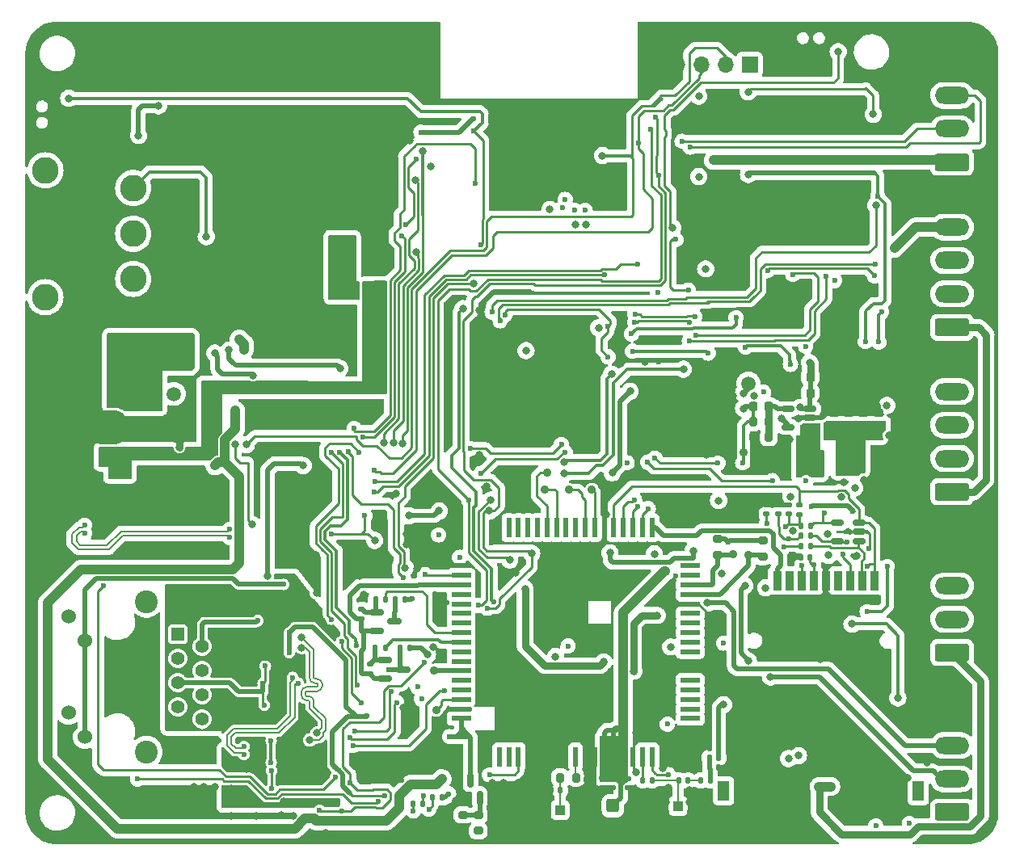
<source format=gbr>
G04 #@! TF.GenerationSoftware,KiCad,Pcbnew,7.0.2*
G04 #@! TF.CreationDate,2023-07-29T12:14:19+03:00*
G04 #@! TF.ProjectId,ELIESTER_V2,454c4945-5354-4455-925f-56322e6b6963,rev?*
G04 #@! TF.SameCoordinates,Original*
G04 #@! TF.FileFunction,Copper,L4,Bot*
G04 #@! TF.FilePolarity,Positive*
%FSLAX46Y46*%
G04 Gerber Fmt 4.6, Leading zero omitted, Abs format (unit mm)*
G04 Created by KiCad (PCBNEW 7.0.2) date 2023-07-29 12:14:19*
%MOMM*%
%LPD*%
G01*
G04 APERTURE LIST*
G04 Aperture macros list*
%AMRoundRect*
0 Rectangle with rounded corners*
0 $1 Rounding radius*
0 $2 $3 $4 $5 $6 $7 $8 $9 X,Y pos of 4 corners*
0 Add a 4 corners polygon primitive as box body*
4,1,4,$2,$3,$4,$5,$6,$7,$8,$9,$2,$3,0*
0 Add four circle primitives for the rounded corners*
1,1,$1+$1,$2,$3*
1,1,$1+$1,$4,$5*
1,1,$1+$1,$6,$7*
1,1,$1+$1,$8,$9*
0 Add four rect primitives between the rounded corners*
20,1,$1+$1,$2,$3,$4,$5,0*
20,1,$1+$1,$4,$5,$6,$7,0*
20,1,$1+$1,$6,$7,$8,$9,0*
20,1,$1+$1,$8,$9,$2,$3,0*%
G04 Aperture macros list end*
G04 #@! TA.AperFunction,SMDPad,CuDef*
%ADD10RoundRect,0.135000X0.135000X0.185000X-0.135000X0.185000X-0.135000X-0.185000X0.135000X-0.185000X0*%
G04 #@! TD*
G04 #@! TA.AperFunction,SMDPad,CuDef*
%ADD11RoundRect,0.135000X0.185000X-0.135000X0.185000X0.135000X-0.185000X0.135000X-0.185000X-0.135000X0*%
G04 #@! TD*
G04 #@! TA.AperFunction,SMDPad,CuDef*
%ADD12RoundRect,0.150000X-0.587500X-0.150000X0.587500X-0.150000X0.587500X0.150000X-0.587500X0.150000X0*%
G04 #@! TD*
G04 #@! TA.AperFunction,ComponentPad*
%ADD13C,1.500000*%
G04 #@! TD*
G04 #@! TA.AperFunction,ComponentPad*
%ADD14R,3.500000X3.500000*%
G04 #@! TD*
G04 #@! TA.AperFunction,ComponentPad*
%ADD15RoundRect,0.750000X-0.750000X-1.000000X0.750000X-1.000000X0.750000X1.000000X-0.750000X1.000000X0*%
G04 #@! TD*
G04 #@! TA.AperFunction,ComponentPad*
%ADD16RoundRect,0.875000X-0.875000X-0.875000X0.875000X-0.875000X0.875000X0.875000X-0.875000X0.875000X0*%
G04 #@! TD*
G04 #@! TA.AperFunction,ComponentPad*
%ADD17RoundRect,0.250000X1.550000X-0.650000X1.550000X0.650000X-1.550000X0.650000X-1.550000X-0.650000X0*%
G04 #@! TD*
G04 #@! TA.AperFunction,ComponentPad*
%ADD18O,3.600000X1.800000*%
G04 #@! TD*
G04 #@! TA.AperFunction,ComponentPad*
%ADD19O,1.900000X1.200000*%
G04 #@! TD*
G04 #@! TA.AperFunction,ComponentPad*
%ADD20C,1.450000*%
G04 #@! TD*
G04 #@! TA.AperFunction,ComponentPad*
%ADD21R,1.700000X1.700000*%
G04 #@! TD*
G04 #@! TA.AperFunction,ComponentPad*
%ADD22O,1.700000X1.700000*%
G04 #@! TD*
G04 #@! TA.AperFunction,ComponentPad*
%ADD23C,2.800000*%
G04 #@! TD*
G04 #@! TA.AperFunction,ComponentPad*
%ADD24R,1.400000X1.400000*%
G04 #@! TD*
G04 #@! TA.AperFunction,ComponentPad*
%ADD25C,1.400000*%
G04 #@! TD*
G04 #@! TA.AperFunction,ComponentPad*
%ADD26C,1.530000*%
G04 #@! TD*
G04 #@! TA.AperFunction,ComponentPad*
%ADD27C,2.400000*%
G04 #@! TD*
G04 #@! TA.AperFunction,SMDPad,CuDef*
%ADD28RoundRect,0.150000X0.512500X0.150000X-0.512500X0.150000X-0.512500X-0.150000X0.512500X-0.150000X0*%
G04 #@! TD*
G04 #@! TA.AperFunction,SMDPad,CuDef*
%ADD29R,1.000000X1.050000*%
G04 #@! TD*
G04 #@! TA.AperFunction,SMDPad,CuDef*
%ADD30R,1.050000X2.200000*%
G04 #@! TD*
G04 #@! TA.AperFunction,SMDPad,CuDef*
%ADD31RoundRect,0.225000X-0.225000X-0.250000X0.225000X-0.250000X0.225000X0.250000X-0.225000X0.250000X0*%
G04 #@! TD*
G04 #@! TA.AperFunction,SMDPad,CuDef*
%ADD32RoundRect,0.225000X0.250000X-0.225000X0.250000X0.225000X-0.250000X0.225000X-0.250000X-0.225000X0*%
G04 #@! TD*
G04 #@! TA.AperFunction,SMDPad,CuDef*
%ADD33RoundRect,0.147500X-0.147500X-0.172500X0.147500X-0.172500X0.147500X0.172500X-0.147500X0.172500X0*%
G04 #@! TD*
G04 #@! TA.AperFunction,SMDPad,CuDef*
%ADD34RoundRect,0.200000X0.200000X0.275000X-0.200000X0.275000X-0.200000X-0.275000X0.200000X-0.275000X0*%
G04 #@! TD*
G04 #@! TA.AperFunction,SMDPad,CuDef*
%ADD35C,0.900000*%
G04 #@! TD*
G04 #@! TA.AperFunction,SMDPad,CuDef*
%ADD36R,1.200000X2.000000*%
G04 #@! TD*
G04 #@! TA.AperFunction,SMDPad,CuDef*
%ADD37R,0.950000X2.000000*%
G04 #@! TD*
G04 #@! TA.AperFunction,SMDPad,CuDef*
%ADD38RoundRect,0.140000X0.140000X0.170000X-0.140000X0.170000X-0.140000X-0.170000X0.140000X-0.170000X0*%
G04 #@! TD*
G04 #@! TA.AperFunction,SMDPad,CuDef*
%ADD39R,2.000000X0.500000*%
G04 #@! TD*
G04 #@! TA.AperFunction,SMDPad,CuDef*
%ADD40R,0.500000X2.000000*%
G04 #@! TD*
G04 #@! TA.AperFunction,SMDPad,CuDef*
%ADD41RoundRect,0.200000X0.275000X-0.200000X0.275000X0.200000X-0.275000X0.200000X-0.275000X-0.200000X0*%
G04 #@! TD*
G04 #@! TA.AperFunction,SMDPad,CuDef*
%ADD42RoundRect,0.140000X-0.170000X0.140000X-0.170000X-0.140000X0.170000X-0.140000X0.170000X0.140000X0*%
G04 #@! TD*
G04 #@! TA.AperFunction,SMDPad,CuDef*
%ADD43RoundRect,0.147500X0.147500X0.172500X-0.147500X0.172500X-0.147500X-0.172500X0.147500X-0.172500X0*%
G04 #@! TD*
G04 #@! TA.AperFunction,SMDPad,CuDef*
%ADD44RoundRect,0.140000X0.170000X-0.140000X0.170000X0.140000X-0.170000X0.140000X-0.170000X-0.140000X0*%
G04 #@! TD*
G04 #@! TA.AperFunction,SMDPad,CuDef*
%ADD45RoundRect,0.140000X-0.140000X-0.170000X0.140000X-0.170000X0.140000X0.170000X-0.140000X0.170000X0*%
G04 #@! TD*
G04 #@! TA.AperFunction,SMDPad,CuDef*
%ADD46RoundRect,0.225000X0.225000X0.250000X-0.225000X0.250000X-0.225000X-0.250000X0.225000X-0.250000X0*%
G04 #@! TD*
G04 #@! TA.AperFunction,SMDPad,CuDef*
%ADD47RoundRect,0.135000X-0.135000X-0.185000X0.135000X-0.185000X0.135000X0.185000X-0.135000X0.185000X0*%
G04 #@! TD*
G04 #@! TA.AperFunction,SMDPad,CuDef*
%ADD48RoundRect,0.250000X-0.425000X0.450000X-0.425000X-0.450000X0.425000X-0.450000X0.425000X0.450000X0*%
G04 #@! TD*
G04 #@! TA.AperFunction,SMDPad,CuDef*
%ADD49RoundRect,0.200000X-0.200000X-0.275000X0.200000X-0.275000X0.200000X0.275000X-0.200000X0.275000X0*%
G04 #@! TD*
G04 #@! TA.AperFunction,SMDPad,CuDef*
%ADD50R,1.600000X2.500000*%
G04 #@! TD*
G04 #@! TA.AperFunction,SMDPad,CuDef*
%ADD51C,1.500000*%
G04 #@! TD*
G04 #@! TA.AperFunction,SMDPad,CuDef*
%ADD52RoundRect,0.150000X0.150000X-0.587500X0.150000X0.587500X-0.150000X0.587500X-0.150000X-0.587500X0*%
G04 #@! TD*
G04 #@! TA.AperFunction,ViaPad*
%ADD53C,0.600000*%
G04 #@! TD*
G04 #@! TA.AperFunction,ViaPad*
%ADD54C,0.800000*%
G04 #@! TD*
G04 #@! TA.AperFunction,Conductor*
%ADD55C,0.254000*%
G04 #@! TD*
G04 #@! TA.AperFunction,Conductor*
%ADD56C,0.500000*%
G04 #@! TD*
G04 #@! TA.AperFunction,Conductor*
%ADD57C,0.350000*%
G04 #@! TD*
G04 #@! TA.AperFunction,Conductor*
%ADD58C,0.750000*%
G04 #@! TD*
G04 #@! TA.AperFunction,Conductor*
%ADD59C,0.250000*%
G04 #@! TD*
G04 #@! TA.AperFunction,Conductor*
%ADD60C,0.200000*%
G04 #@! TD*
G04 #@! TA.AperFunction,Conductor*
%ADD61C,1.000000*%
G04 #@! TD*
G04 APERTURE END LIST*
D10*
X198350000Y-115530000D03*
X197330000Y-115530000D03*
X200410000Y-115520000D03*
X199390000Y-115520000D03*
D11*
X195870000Y-117590000D03*
X195870000Y-116570000D03*
D10*
X198340000Y-120560000D03*
X197320000Y-120560000D03*
X200910000Y-120590000D03*
X199890000Y-120590000D03*
D11*
X196750000Y-123350000D03*
X196750000Y-122330000D03*
D12*
X197432500Y-118790000D03*
X197432500Y-116890000D03*
X199307500Y-117840000D03*
X198332500Y-123800000D03*
X198332500Y-121900000D03*
X200207500Y-122850000D03*
D13*
X176200000Y-88880000D03*
X176200000Y-93980000D03*
D14*
X172300000Y-92800000D03*
D15*
X166300000Y-92800000D03*
D16*
X169300000Y-97500000D03*
D17*
X257735000Y-104250000D03*
D18*
X257735000Y-100750000D03*
X257735000Y-97250000D03*
X257735000Y-93750000D03*
D19*
X162212500Y-105000000D03*
D20*
X164912500Y-106000000D03*
X164912500Y-111000000D03*
D19*
X162212500Y-112000000D03*
D21*
X236530000Y-59475000D03*
D22*
X233990000Y-59475000D03*
X231450000Y-59475000D03*
X228910000Y-59475000D03*
D17*
X257735000Y-121100000D03*
D18*
X257735000Y-117600000D03*
X257735000Y-114100000D03*
X257735000Y-110600000D03*
D23*
X171950000Y-81925000D03*
X171950000Y-77200000D03*
X171950000Y-72400000D03*
X162750000Y-70550000D03*
X162750000Y-83850000D03*
D24*
X176630000Y-119170000D03*
D25*
X179170000Y-120440000D03*
X176630000Y-121710000D03*
X179170000Y-122980000D03*
X176630000Y-124250000D03*
X179170000Y-125520000D03*
X176630000Y-126790000D03*
X179170000Y-128060000D03*
D26*
X165200000Y-117290000D03*
X166900000Y-119830000D03*
X165200000Y-127400000D03*
X166900000Y-129940000D03*
D27*
X173330000Y-115740000D03*
X173330000Y-131490000D03*
D17*
X257735000Y-69695000D03*
D18*
X257735000Y-66195000D03*
X257735000Y-62695000D03*
X257735000Y-59195000D03*
D17*
X257735000Y-137825000D03*
D18*
X257735000Y-134325000D03*
X257735000Y-130825000D03*
X257735000Y-127325000D03*
D17*
X257735000Y-87000000D03*
D18*
X257735000Y-83500000D03*
X257735000Y-80000000D03*
X257735000Y-76500000D03*
D28*
X242837500Y-95550000D03*
X242837500Y-96500000D03*
X242837500Y-97450000D03*
X240562500Y-97450000D03*
X240562500Y-95550000D03*
D10*
X202300000Y-136900000D03*
X201280000Y-136900000D03*
D29*
X229025000Y-137175000D03*
D30*
X227550000Y-138700000D03*
X230500000Y-138700000D03*
D31*
X236925000Y-95300000D03*
X238475000Y-95300000D03*
D29*
X216700000Y-137600000D03*
D30*
X215225000Y-139125000D03*
X218175000Y-139125000D03*
D32*
X248420000Y-97500000D03*
X248420000Y-95950000D03*
D33*
X215715000Y-135500000D03*
X216685000Y-135500000D03*
D32*
X250000000Y-97500000D03*
X250000000Y-95950000D03*
D34*
X218325000Y-134200000D03*
X216675000Y-134200000D03*
D35*
X236400000Y-110900000D03*
X220000000Y-104000000D03*
D36*
X254200000Y-135600000D03*
X233800000Y-135600000D03*
D37*
X240710000Y-113550000D03*
X239440000Y-113550000D03*
X249600000Y-113550000D03*
X243250000Y-113550000D03*
X244520000Y-113550000D03*
X248330000Y-113550000D03*
X245790000Y-113550000D03*
X247060000Y-113550000D03*
X241980000Y-113550000D03*
D38*
X233280000Y-131100000D03*
X232320000Y-131100000D03*
D39*
X206300000Y-128000000D03*
X206300000Y-127000000D03*
X206300000Y-126000000D03*
X206300000Y-125000000D03*
X206300000Y-124000000D03*
X206300000Y-123000000D03*
X206300000Y-122000000D03*
X206300000Y-121000000D03*
X206300000Y-120000000D03*
X206300000Y-119000000D03*
X206300000Y-118000000D03*
X206300000Y-117000000D03*
X206300000Y-116000000D03*
X206300000Y-115000000D03*
X206300000Y-114000000D03*
X206300000Y-113000000D03*
X206300000Y-112000000D03*
D40*
X210300000Y-108000000D03*
X211300000Y-108000000D03*
X212300000Y-108000000D03*
X213300000Y-108000000D03*
X214300000Y-108000000D03*
X215300000Y-108000000D03*
X216300000Y-108000000D03*
X217300000Y-108000000D03*
X218300000Y-108000000D03*
X219300000Y-108000000D03*
X220300000Y-108000000D03*
X221300000Y-108000000D03*
X222300000Y-108000000D03*
X223300000Y-108000000D03*
X224300000Y-108000000D03*
X225300000Y-108000000D03*
X226300000Y-108000000D03*
D39*
X230300000Y-112000000D03*
X230300000Y-113000000D03*
X230300000Y-114000000D03*
X230300000Y-115000000D03*
X230300000Y-116000000D03*
X230300000Y-117000000D03*
X230300000Y-118000000D03*
X230300000Y-119000000D03*
X230300000Y-120000000D03*
X230300000Y-121000000D03*
X230300000Y-122000000D03*
X230300000Y-123000000D03*
X230300000Y-124000000D03*
X230300000Y-125000000D03*
X230300000Y-126000000D03*
X230300000Y-127000000D03*
X230300000Y-128000000D03*
D40*
X226300000Y-132000000D03*
X225300000Y-132000000D03*
X224300000Y-132000000D03*
X223300000Y-132000000D03*
X222300000Y-132000000D03*
X221300000Y-132000000D03*
X220300000Y-132000000D03*
X219300000Y-132000000D03*
X218300000Y-132000000D03*
X217300000Y-132000000D03*
X216300000Y-132000000D03*
X215300000Y-132000000D03*
X214300000Y-132000000D03*
X213300000Y-132000000D03*
X212300000Y-132000000D03*
X211300000Y-132000000D03*
X210300000Y-132000000D03*
D41*
X206500000Y-139750000D03*
X206500000Y-138100000D03*
D42*
X223800000Y-134320000D03*
X223800000Y-135280000D03*
D35*
X217600000Y-104000000D03*
D43*
X230085000Y-134500000D03*
X229115000Y-134500000D03*
D44*
X238300000Y-106580000D03*
X238300000Y-105620000D03*
D43*
X233285000Y-132100000D03*
X232315000Y-132100000D03*
D42*
X221100000Y-134250000D03*
X221100000Y-135210000D03*
D41*
X208100000Y-139775000D03*
X208100000Y-138125000D03*
D45*
X232320000Y-133100000D03*
X233280000Y-133100000D03*
D11*
X241700000Y-106600000D03*
X241700000Y-105580000D03*
D35*
X203500000Y-123000000D03*
D44*
X239500000Y-106580000D03*
X239500000Y-105620000D03*
D38*
X242860000Y-111100000D03*
X241900000Y-111100000D03*
D46*
X242875000Y-92200000D03*
X241325000Y-92200000D03*
D32*
X245340000Y-97495000D03*
X245340000Y-95945000D03*
D47*
X241890000Y-108800000D03*
X242910000Y-108800000D03*
D34*
X238525000Y-98500000D03*
X236875000Y-98500000D03*
D35*
X215100000Y-104000000D03*
D47*
X231400000Y-134500000D03*
X232420000Y-134500000D03*
D10*
X204310000Y-136300000D03*
X203290000Y-136300000D03*
D35*
X234800000Y-110800000D03*
D38*
X233280000Y-130100000D03*
X232320000Y-130100000D03*
D48*
X222200000Y-137150000D03*
X222200000Y-139850000D03*
D44*
X240600000Y-106580000D03*
X240600000Y-105620000D03*
D35*
X203700000Y-127100000D03*
D49*
X236875000Y-96900000D03*
X238525000Y-96900000D03*
D47*
X241890000Y-109900000D03*
X242910000Y-109900000D03*
D45*
X225340000Y-134500000D03*
X226300000Y-134500000D03*
D42*
X222200000Y-134270000D03*
X222200000Y-135230000D03*
D50*
X242850000Y-101180000D03*
X247250000Y-101180000D03*
D41*
X237900000Y-111025000D03*
X237900000Y-109375000D03*
D32*
X246880000Y-97500000D03*
X246880000Y-95950000D03*
D35*
X215300000Y-102200000D03*
X235900000Y-100100000D03*
D46*
X242875000Y-93900000D03*
X241325000Y-93900000D03*
D28*
X247975000Y-107500000D03*
X247975000Y-108450000D03*
X247975000Y-109400000D03*
X245700000Y-109400000D03*
X245700000Y-107500000D03*
D41*
X233200000Y-110825000D03*
X233200000Y-109175000D03*
D47*
X241915000Y-107800000D03*
X242935000Y-107800000D03*
D51*
X236400000Y-92900000D03*
D52*
X208250000Y-136325000D03*
X206350000Y-136325000D03*
X207300000Y-134450000D03*
D53*
X204050353Y-113969473D03*
X169400000Y-121500000D03*
X169400000Y-124700000D03*
X169600000Y-126900000D03*
X172700000Y-127000000D03*
X238100000Y-126000000D03*
X240600000Y-127600000D03*
X246000000Y-137000000D03*
X242500000Y-137000000D03*
X246900000Y-132900000D03*
X235400000Y-133000000D03*
X236600000Y-137000000D03*
X239000000Y-136900000D03*
X239000000Y-135300000D03*
X236430000Y-135320000D03*
X200260003Y-113260003D03*
X199390000Y-116200500D03*
D54*
X196070000Y-115010000D03*
D53*
X201180000Y-115460000D03*
X195310000Y-120340000D03*
X198690000Y-122850000D03*
D54*
X202773223Y-121298039D03*
X177000000Y-97600000D03*
X176800000Y-99600000D03*
X187756026Y-136683454D03*
X172600000Y-61900000D03*
X191125000Y-110825000D03*
X175000000Y-138000000D03*
X188700000Y-138200000D03*
X225400000Y-55600000D03*
D53*
X243200000Y-72400000D03*
D54*
X220600000Y-66000000D03*
X205775000Y-136575000D03*
X225600000Y-90600000D03*
X213250000Y-133750000D03*
D53*
X218000000Y-137000000D03*
D54*
X177200000Y-58800000D03*
X181000000Y-76500000D03*
X211500000Y-124000000D03*
X226600000Y-57200000D03*
D53*
X191400000Y-62000000D03*
D54*
X252200000Y-94400000D03*
X256200000Y-108600000D03*
X176400000Y-137000000D03*
X226600000Y-58600000D03*
D53*
X220200000Y-134400000D03*
D54*
X255150000Y-132650000D03*
X196100000Y-110600000D03*
X228000000Y-135250000D03*
X176800000Y-104280000D03*
D53*
X191600000Y-73800000D03*
D54*
X208200000Y-94600000D03*
X225400000Y-60400000D03*
X227750000Y-136750000D03*
X240025000Y-126650000D03*
X176800000Y-80200000D03*
X182700000Y-80700000D03*
X217800000Y-90400000D03*
X209300000Y-124150000D03*
X209525000Y-134775000D03*
X249730000Y-94900000D03*
X213800000Y-66000000D03*
X211500000Y-97000000D03*
D53*
X228800000Y-99000000D03*
D54*
X221524191Y-106652056D03*
X166000000Y-72550000D03*
X219500000Y-138500000D03*
X231500000Y-135850000D03*
X165800000Y-74950000D03*
X230250000Y-136750000D03*
X211500000Y-127750000D03*
X210800000Y-63600000D03*
X187500000Y-138100000D03*
X220600000Y-64800000D03*
X258600000Y-90400000D03*
X233100000Y-123200000D03*
X213800000Y-64800000D03*
X170400000Y-136000000D03*
X210750000Y-134750000D03*
X203400000Y-57000000D03*
X214250000Y-136750000D03*
X203800000Y-117600000D03*
X202000000Y-58000000D03*
X256400000Y-106400000D03*
D53*
X189400000Y-75000000D03*
D54*
X185400000Y-75600000D03*
D53*
X189400000Y-76200000D03*
D54*
X215250000Y-137500000D03*
X215600000Y-63600000D03*
X213250000Y-136750000D03*
D53*
X245800000Y-83400000D03*
D54*
X227375000Y-135900000D03*
D53*
X220200000Y-133600000D03*
D54*
X226475000Y-123200000D03*
X212250000Y-134750000D03*
X170400000Y-137400000D03*
X204000000Y-104600000D03*
X180100000Y-138000000D03*
D53*
X233600000Y-98200000D03*
D54*
X175000000Y-137000000D03*
X226600000Y-61800000D03*
X214250000Y-134750000D03*
X210750000Y-137750000D03*
X219000000Y-63600000D03*
X176800000Y-84000000D03*
X169200000Y-56400000D03*
D53*
X238100000Y-104800000D03*
D54*
X167250000Y-90250000D03*
X209600000Y-63600000D03*
X176500000Y-138100000D03*
X172600000Y-121600000D03*
X234250000Y-133050000D03*
X189000000Y-81300000D03*
X198500000Y-79250000D03*
X224600000Y-133600000D03*
X248500000Y-133600000D03*
X219500000Y-137500000D03*
X202000000Y-60800000D03*
X202000000Y-59200000D03*
X226000000Y-97400000D03*
X226600000Y-55600000D03*
D53*
X240754977Y-111499500D03*
D54*
X199525000Y-104425000D03*
D53*
X218800000Y-135400000D03*
D54*
X253800000Y-108600000D03*
X177700000Y-73625000D03*
X213250000Y-135750000D03*
D53*
X218800000Y-137000000D03*
D54*
X177000000Y-105400000D03*
X180000000Y-131250000D03*
X217250000Y-110250000D03*
X220600000Y-63600000D03*
X208200000Y-87200000D03*
X169200000Y-58600000D03*
X248500000Y-103000000D03*
D53*
X184900000Y-86925000D03*
X209473500Y-109573500D03*
D54*
X216000000Y-127750000D03*
X210750000Y-120000000D03*
X177500000Y-138000000D03*
X229800000Y-66400000D03*
X163125000Y-79300000D03*
X195700000Y-113100000D03*
D53*
X253800000Y-90600000D03*
D54*
X200625000Y-109800000D03*
X180500000Y-135200000D03*
X219750000Y-128000000D03*
X163200000Y-74850000D03*
X254900000Y-118925000D03*
X176800000Y-103200000D03*
D53*
X205000000Y-90000000D03*
X189200000Y-56000000D03*
D54*
X247200000Y-83600000D03*
X224750000Y-138000000D03*
X177200000Y-56400000D03*
X220500000Y-137500000D03*
X253800000Y-92400000D03*
X231500000Y-137000000D03*
D53*
X184600000Y-97200000D03*
D54*
X232300000Y-121573500D03*
D53*
X219400000Y-135100000D03*
D54*
X225500000Y-124750000D03*
X215600000Y-64800000D03*
D53*
X200050000Y-134450000D03*
D54*
X243900000Y-121775000D03*
X208200000Y-88600000D03*
D53*
X218000000Y-136200000D03*
D54*
X223000000Y-90800000D03*
X217400000Y-63600000D03*
D53*
X219500000Y-136200000D03*
X235400000Y-77200000D03*
D54*
X208200000Y-100400000D03*
X184800000Y-138200000D03*
X258600000Y-106400000D03*
X212400000Y-86400000D03*
X226600000Y-60400000D03*
X212250000Y-136750000D03*
X212250000Y-137750000D03*
D53*
X227000000Y-90600000D03*
X187000000Y-96200000D03*
D54*
X213800000Y-127600000D03*
X173000000Y-128600000D03*
D53*
X246800000Y-82000000D03*
D54*
X211750000Y-104000000D03*
X202800000Y-109900000D03*
D53*
X194400000Y-73800000D03*
D54*
X212250000Y-135750000D03*
X217800000Y-91800000D03*
D53*
X191400000Y-58200000D03*
D54*
X163175000Y-76525000D03*
X228000000Y-130250000D03*
X225400000Y-57200000D03*
D53*
X231000000Y-99000000D03*
D54*
X249600000Y-83200000D03*
X210800000Y-121400000D03*
D53*
X243200000Y-65600000D03*
D54*
X210800000Y-64800000D03*
X202000000Y-62200000D03*
D53*
X195500000Y-132473500D03*
D54*
X202000000Y-55600000D03*
X178800000Y-138100000D03*
X200600000Y-108625000D03*
D53*
X226000000Y-93200000D03*
X190000000Y-72600000D03*
D54*
X210750000Y-135750000D03*
X241796500Y-84200000D03*
X203400000Y-55600000D03*
X247750000Y-110950000D03*
X235400000Y-90600000D03*
X220200000Y-113400000D03*
X166000000Y-69700000D03*
X173900000Y-137100000D03*
D53*
X187700000Y-86850000D03*
D54*
X225400000Y-58600000D03*
X209775000Y-122750000D03*
X222361939Y-88928724D03*
D53*
X218800000Y-136200000D03*
X198000000Y-95600000D03*
X191400000Y-64600000D03*
D54*
X217800000Y-93200000D03*
D53*
X232800000Y-78600000D03*
D54*
X192126500Y-139992906D03*
X209000000Y-103700000D03*
X203400000Y-62200000D03*
X167300000Y-104800000D03*
X246350000Y-103270000D03*
X246750000Y-95062158D03*
D53*
X187000000Y-76200000D03*
D54*
X178300000Y-135200000D03*
X213250000Y-134750000D03*
D53*
X186400000Y-97200000D03*
D54*
X216000000Y-125000000D03*
X178200000Y-84000000D03*
X213250000Y-137750000D03*
X177200000Y-61600000D03*
X215600000Y-66000000D03*
D53*
X227000000Y-88500000D03*
X239800000Y-119300000D03*
D54*
X167300000Y-103200000D03*
X214250000Y-137750000D03*
X234800000Y-94200000D03*
D53*
X190000000Y-73800000D03*
D54*
X258600000Y-108600000D03*
X217400000Y-66000000D03*
X234800000Y-97400000D03*
X208200000Y-85200000D03*
X175725000Y-73500000D03*
X217000000Y-124000000D03*
X214250000Y-133750000D03*
D53*
X243000000Y-74000000D03*
D54*
X172400000Y-137400000D03*
X226000000Y-129000000D03*
D53*
X245800000Y-84600000D03*
D54*
X240675347Y-98769962D03*
X227300000Y-125500000D03*
X212500000Y-122500000D03*
X200936286Y-67436286D03*
D53*
X239600000Y-82000000D03*
D54*
X224600000Y-129450000D03*
X226000000Y-95000000D03*
X254875000Y-127600000D03*
X250800000Y-100800000D03*
X217250000Y-112750000D03*
X226000000Y-99400000D03*
D53*
X233600000Y-94000000D03*
D54*
X230250000Y-135500000D03*
X253075000Y-134275000D03*
D53*
X233400000Y-91600000D03*
D54*
X213800000Y-63600000D03*
X233300000Y-125200000D03*
D53*
X205000000Y-94200000D03*
X204800000Y-115900000D03*
X205000000Y-96600000D03*
D54*
X224750000Y-136750000D03*
X244275000Y-118350000D03*
X252200000Y-92400000D03*
X182400000Y-56400000D03*
X212400000Y-64800000D03*
X228250000Y-123500000D03*
D53*
X228800000Y-113100000D03*
D54*
X177200000Y-65000000D03*
X232000000Y-100400000D03*
X237000000Y-94200000D03*
X172600000Y-124800000D03*
D53*
X193400000Y-73800000D03*
D54*
X203400000Y-59200000D03*
X217800000Y-95600000D03*
X182400000Y-58800000D03*
D53*
X253800000Y-74400000D03*
D54*
X182200000Y-138200000D03*
X226000000Y-136000000D03*
X251150000Y-98350000D03*
X217400000Y-64800000D03*
D53*
X232800000Y-77200000D03*
D54*
X165950000Y-76550000D03*
X203400000Y-60800000D03*
X253800000Y-111400000D03*
X203400000Y-58000000D03*
X191150000Y-112725000D03*
X252600000Y-118025000D03*
D53*
X191400000Y-56000000D03*
X219400000Y-133600000D03*
D54*
X234800000Y-100400000D03*
D53*
X200100000Y-133500000D03*
D54*
X254875000Y-124850000D03*
D53*
X187000000Y-99600000D03*
X184400000Y-56000000D03*
X220200000Y-136300000D03*
X225175000Y-88175000D03*
D54*
X200275000Y-126850000D03*
X227400000Y-133200000D03*
X211600000Y-101900000D03*
X210800000Y-66000000D03*
X210750000Y-136750000D03*
X208200000Y-97400000D03*
X209600000Y-66000000D03*
X187100000Y-70300000D03*
D53*
X191400000Y-60200000D03*
X239600000Y-104800000D03*
X188200000Y-76200000D03*
D54*
X209600000Y-64800000D03*
X219000000Y-66000000D03*
D53*
X186400000Y-56000000D03*
D54*
X247875000Y-119325000D03*
X212400000Y-63600000D03*
X202000000Y-57000000D03*
X225400000Y-61800000D03*
X176820000Y-101849500D03*
D53*
X188400000Y-99600000D03*
D54*
X247900000Y-121350000D03*
X178000000Y-80000000D03*
X175890000Y-107180000D03*
X253800000Y-94400000D03*
D53*
X205000000Y-87200000D03*
D54*
X179300000Y-135200000D03*
X201699500Y-112300000D03*
D53*
X219400000Y-134400000D03*
D54*
X214250000Y-135750000D03*
X178700000Y-136900000D03*
X212400000Y-66000000D03*
D53*
X220200000Y-135100000D03*
X248973500Y-110200000D03*
D54*
X212000000Y-112750000D03*
X167250000Y-89000000D03*
X219000000Y-64800000D03*
X237000000Y-100400000D03*
D53*
X235200000Y-78400000D03*
D54*
X182200000Y-73800000D03*
D53*
X218000000Y-135400000D03*
D54*
X215500000Y-136500000D03*
X173200000Y-56400000D03*
X191150000Y-114875000D03*
X177600000Y-136900000D03*
X174000000Y-119400000D03*
D53*
X186350000Y-86825000D03*
X243200000Y-63600000D03*
D54*
X241640000Y-96540000D03*
X218000000Y-127750000D03*
X257000000Y-90400000D03*
X226000000Y-137500000D03*
X172400000Y-136000000D03*
X203375000Y-120500000D03*
X220600000Y-114800000D03*
D53*
X191400000Y-65600000D03*
X245800000Y-86200000D03*
X226900000Y-83370500D03*
D54*
X231195000Y-62780000D03*
D53*
X203943003Y-108756997D03*
D54*
X186000000Y-113080500D03*
D53*
X207600000Y-65150000D03*
D54*
X200832500Y-106750000D03*
X181997500Y-89400000D03*
X240829618Y-104742906D03*
X189750000Y-101500000D03*
X213100000Y-89450000D03*
D53*
X202100000Y-66550000D03*
D54*
X193600000Y-91300000D03*
X220694500Y-87050000D03*
X231195000Y-71200000D03*
X231925000Y-80875000D03*
X204000000Y-106250000D03*
X233800000Y-126550500D03*
D53*
X228800000Y-77800000D03*
X230100000Y-83100000D03*
X208353500Y-78311500D03*
D54*
X207600000Y-82446500D03*
X165200000Y-63000000D03*
D53*
X207650000Y-66450000D03*
D54*
X200454000Y-112180000D03*
X168900000Y-101000000D03*
X169900000Y-102200000D03*
X197800000Y-82600000D03*
X169900000Y-101000000D03*
X171100000Y-102300000D03*
X197700000Y-84200000D03*
D53*
X204300000Y-134300000D03*
X203700000Y-134900000D03*
D54*
X193100000Y-83300000D03*
X239890000Y-96570462D03*
X182650000Y-95675000D03*
D53*
X183575000Y-89400000D03*
D54*
X193900000Y-77900000D03*
D53*
X243800000Y-135150000D03*
D54*
X180525000Y-101500000D03*
D53*
X183075000Y-88225000D03*
D54*
X241824500Y-95400000D03*
X242800000Y-90700000D03*
X192900000Y-77900000D03*
D53*
X202900000Y-134900000D03*
D54*
X195100000Y-83300000D03*
D53*
X245025000Y-135125000D03*
D54*
X182675000Y-99225000D03*
X184370306Y-107636836D03*
X174600000Y-63794500D03*
X179600000Y-77500000D03*
X172500000Y-66900000D03*
D53*
X194672479Y-134755500D03*
X202431369Y-122130049D03*
X193842855Y-137707145D03*
X186400000Y-132600000D03*
X191480000Y-137650000D03*
X186400000Y-130350000D03*
D54*
X183800000Y-99300000D03*
X221100000Y-69000000D03*
D53*
X197170645Y-101946500D03*
X224850000Y-67700000D03*
X187700000Y-113950000D03*
X188300000Y-119000000D03*
X196476500Y-127750500D03*
X193050000Y-133050000D03*
X198276500Y-136076500D03*
X188300000Y-121100000D03*
X221300000Y-81515500D03*
X197200000Y-104300000D03*
D54*
X245800000Y-58100000D03*
X228478000Y-76583068D03*
D53*
X197300000Y-103200000D03*
X224800000Y-80400000D03*
X185000000Y-117750000D03*
X250050000Y-88550000D03*
X250350000Y-85400000D03*
X249750000Y-139250000D03*
X253250000Y-139000000D03*
D54*
X226550000Y-110750000D03*
X228250000Y-120500000D03*
X232750000Y-69500000D03*
X219400000Y-76273500D03*
X241650000Y-131900000D03*
X218300000Y-76273500D03*
X240600000Y-132200000D03*
D53*
X182036733Y-109025000D03*
X166850000Y-107750000D03*
X166850000Y-108600000D03*
X182036733Y-108175000D03*
X188649479Y-123699479D03*
X183550000Y-131775000D03*
D54*
X244800000Y-110900000D03*
X238200000Y-114300000D03*
X244711762Y-108670841D03*
D53*
X183550000Y-130925000D03*
X189250521Y-124300521D03*
D54*
X197240515Y-109336351D03*
D53*
X196200000Y-106750000D03*
X192706997Y-108693003D03*
X185700000Y-126600000D03*
X185800000Y-122500000D03*
X185550000Y-124300000D03*
X251700000Y-78725000D03*
D54*
X217094500Y-101095000D03*
X222050703Y-91925703D03*
D53*
X230784746Y-85900195D03*
X224520500Y-85630077D03*
X221675000Y-86925000D03*
X210900000Y-85700000D03*
X221700000Y-90100000D03*
X224150000Y-87700000D03*
X235100000Y-86000000D03*
D54*
X191171232Y-129528768D03*
X189600000Y-120575000D03*
X189600000Y-119525000D03*
X190428768Y-130271232D03*
X252050000Y-125850000D03*
X247250000Y-118100000D03*
D53*
X248825000Y-116800000D03*
X250950000Y-112075000D03*
X229450000Y-67500000D03*
X230300000Y-68126500D03*
X238400000Y-81050000D03*
X249600000Y-81600000D03*
D54*
X201573500Y-79120000D03*
X199210543Y-99058649D03*
D53*
X206150000Y-111100000D03*
D54*
X203100000Y-70100000D03*
X224000000Y-93700000D03*
X238700000Y-123649500D03*
X230600000Y-110400000D03*
X222131492Y-102252581D03*
X221900000Y-110650000D03*
X236400000Y-121950500D03*
X236025000Y-114075000D03*
X233600688Y-112800688D03*
X226850000Y-117200000D03*
X232115115Y-115897522D03*
X224399500Y-123026500D03*
X213000000Y-114400000D03*
X221240104Y-122069478D03*
X202300000Y-68500000D03*
X200200000Y-99200000D03*
X241073085Y-108342085D03*
X246150000Y-104800000D03*
D53*
X238000000Y-93800000D03*
D54*
X250909502Y-95189502D03*
X189800000Y-133300000D03*
X181700000Y-126100000D03*
X180100000Y-114400000D03*
X189800000Y-134400000D03*
X191000000Y-132100000D03*
X183800000Y-133300000D03*
X180000000Y-116000000D03*
X182000000Y-114400000D03*
X184400000Y-127000000D03*
X182000000Y-116000000D03*
X184400000Y-128200000D03*
X183100000Y-136900000D03*
X183200000Y-128200000D03*
X183200000Y-127000000D03*
X177800000Y-116000000D03*
X182300000Y-132600000D03*
X186800000Y-128200000D03*
X191700000Y-131400000D03*
X185500000Y-116500000D03*
X191000000Y-134200000D03*
X182400000Y-122500000D03*
X191000000Y-133100000D03*
X181700000Y-128200000D03*
X183100000Y-136000000D03*
D53*
X182700000Y-118800000D03*
D54*
X185400000Y-128200000D03*
X181000000Y-122500000D03*
X189800000Y-132000000D03*
X176200000Y-116000000D03*
D53*
X184350000Y-124250000D03*
D54*
X182200000Y-135300000D03*
X181700000Y-127100000D03*
D53*
X188600000Y-122200000D03*
X181650000Y-120750000D03*
D54*
X177800000Y-114400000D03*
X176100000Y-117500000D03*
X177800000Y-117500000D03*
X176000000Y-114400000D03*
D53*
X230204773Y-86450500D03*
X224496534Y-86490371D03*
X232200000Y-89700000D03*
X224250000Y-89500000D03*
X249700000Y-80400000D03*
X210394544Y-86319450D03*
X217200000Y-100100000D03*
X208400000Y-102300000D03*
X242400000Y-89000000D03*
X238900000Y-103073500D03*
X225822332Y-101126500D03*
X242430000Y-103100000D03*
X216800000Y-99300000D03*
X226600000Y-100700000D03*
X233200000Y-101230500D03*
X207300000Y-99700000D03*
X243030260Y-105752606D03*
X247348500Y-106335002D03*
X226973500Y-71050000D03*
X209050000Y-116450000D03*
D54*
X209250000Y-106250000D03*
X213699500Y-110700000D03*
D53*
X226635066Y-65003463D03*
X207100000Y-105100000D03*
D54*
X209400000Y-105100000D03*
X211396500Y-111400000D03*
D53*
X208150000Y-116150000D03*
X226176500Y-66250000D03*
X193137500Y-134162500D03*
X168850000Y-114100000D03*
X197650000Y-136703500D03*
X172400000Y-134350000D03*
X186450000Y-135300000D03*
X186450000Y-133473500D03*
X193779977Y-119920023D03*
D54*
X198200000Y-99100000D03*
D53*
X195876500Y-126400000D03*
D54*
X201505500Y-71600000D03*
D53*
X201726927Y-124676927D03*
X218200000Y-74753500D03*
D54*
X184500000Y-92050000D03*
X180500000Y-89700000D03*
D53*
X244550000Y-81650000D03*
X230200000Y-88450000D03*
X241050000Y-81450000D03*
X230900000Y-87800000D03*
X240800000Y-90900000D03*
X236100000Y-89076500D03*
X217500000Y-120400000D03*
X216900000Y-74500000D03*
D54*
X215600000Y-74653500D03*
X216200000Y-121500000D03*
D53*
X219300000Y-74753500D03*
X195014843Y-130826500D03*
X204546500Y-125053500D03*
X217200000Y-73600000D03*
X202156997Y-125956997D03*
X207800000Y-71900000D03*
X192700000Y-100100000D03*
X195200000Y-129350000D03*
X195100000Y-97600000D03*
X195443500Y-124484820D03*
X199006503Y-125179503D03*
X194650000Y-130000000D03*
X199545023Y-126324417D03*
D54*
X236400000Y-71000000D03*
D53*
X248650000Y-88500000D03*
X249950000Y-73300000D03*
D54*
X249744972Y-74218565D03*
D53*
X209550000Y-85400000D03*
D54*
X236373363Y-62320500D03*
X249470000Y-64675000D03*
D53*
X245446500Y-82100000D03*
X223694500Y-101200000D03*
D54*
X247550000Y-103850000D03*
X233275500Y-105163967D03*
X229600000Y-91400000D03*
X217094500Y-102350000D03*
D53*
X209700000Y-115800000D03*
X233800000Y-120100000D03*
D54*
X206500500Y-85035314D03*
D53*
X200500000Y-76200000D03*
X201600000Y-69400000D03*
X205100000Y-129900000D03*
X227900000Y-128600000D03*
D54*
X248110000Y-98480000D03*
X235900000Y-95500000D03*
X227700000Y-112600000D03*
D53*
X235800000Y-101200000D03*
D54*
X235900000Y-93900000D03*
X246830000Y-98560000D03*
D53*
X243250000Y-111875500D03*
X248876500Y-112009022D03*
X224469500Y-105072006D03*
X240292238Y-107895562D03*
X224800000Y-105800000D03*
X240611570Y-109192557D03*
X240100000Y-110000000D03*
X238314274Y-107558226D03*
X225900000Y-106000500D03*
X246700000Y-109473500D03*
X246300000Y-110800000D03*
X244350000Y-106450500D03*
X241980000Y-111970000D03*
X202500000Y-112900000D03*
X192700000Y-117600000D03*
X195600000Y-100100000D03*
X234284230Y-109504363D03*
X202400000Y-136100000D03*
X227993971Y-133875500D03*
X205000000Y-135900000D03*
X209274209Y-133911166D03*
X200100000Y-77400000D03*
X196000000Y-98500000D03*
X194521769Y-100050243D03*
X193586006Y-100100000D03*
X202915353Y-137499551D03*
X201300000Y-137700000D03*
D55*
X202600000Y-113000000D02*
X206300000Y-113000000D01*
X202500000Y-112900000D02*
X202600000Y-113000000D01*
X204912825Y-82446500D02*
X207600000Y-82446500D01*
X203396000Y-83963325D02*
X204912825Y-82446500D01*
X200377753Y-103684637D02*
X203396000Y-100666390D01*
X199735000Y-109938134D02*
X199735000Y-105382500D01*
X199735000Y-105382500D02*
X200377753Y-104739747D01*
X200324000Y-110527134D02*
X199735000Y-109938134D01*
X200377753Y-104739747D02*
X200377753Y-103684637D01*
X200324000Y-112050000D02*
X200324000Y-110527134D01*
X203396000Y-100666390D02*
X203396000Y-83963325D01*
X200454000Y-112180000D02*
X200324000Y-112050000D01*
X199727000Y-111878866D02*
X199727000Y-112727000D01*
X199870000Y-111735866D02*
X199727000Y-111878866D01*
X199870000Y-110770000D02*
X199870000Y-111735866D01*
X199241500Y-110141500D02*
X199870000Y-110770000D01*
X199241500Y-106941500D02*
X199241500Y-110141500D01*
X199200000Y-106100000D02*
X199200000Y-106900000D01*
X199727000Y-112727000D02*
X200260003Y-113260003D01*
X199200000Y-106900000D02*
X199241500Y-106941500D01*
X195800000Y-105500000D02*
X198600000Y-105500000D01*
X198600000Y-105500000D02*
X199200000Y-106100000D01*
X194902000Y-100498000D02*
X194902000Y-104602000D01*
X194521769Y-100117769D02*
X194902000Y-100498000D01*
X194521769Y-100050243D02*
X194521769Y-100117769D01*
X194902000Y-104602000D02*
X195800000Y-105500000D01*
D56*
X199390000Y-115520000D02*
X199390000Y-116200500D01*
X195313884Y-117590000D02*
X195870000Y-117590000D01*
X195647000Y-114063000D02*
X194620000Y-115090000D01*
X201737000Y-114063000D02*
X195647000Y-114063000D01*
X201837500Y-113962500D02*
X201737000Y-114063000D01*
X206262500Y-113962500D02*
X201837500Y-113962500D01*
X194620000Y-115090000D02*
X194620000Y-116896116D01*
X194620000Y-116896116D02*
X195313884Y-117590000D01*
X206300000Y-114000000D02*
X206262500Y-113962500D01*
X201120000Y-115520000D02*
X201180000Y-115460000D01*
X200410000Y-115520000D02*
X201120000Y-115520000D01*
D55*
X203540000Y-119000000D02*
X206300000Y-119000000D01*
X202670000Y-118130000D02*
X203540000Y-119000000D01*
X202200000Y-114640000D02*
X202670000Y-115110000D01*
X198580000Y-114640000D02*
X202200000Y-114640000D01*
X198350000Y-115530000D02*
X198350000Y-114870000D01*
X198350000Y-114870000D02*
X198580000Y-114640000D01*
X202670000Y-115110000D02*
X202670000Y-118130000D01*
D56*
X199307500Y-116842500D02*
X199390000Y-116760000D01*
X199307500Y-117840000D02*
X199307500Y-116842500D01*
X199390000Y-116760000D02*
X199390000Y-115520000D01*
X196070000Y-119032000D02*
X195848000Y-118810000D01*
X196070000Y-120690000D02*
X196070000Y-119032000D01*
X195848000Y-120912000D02*
X196070000Y-120690000D01*
X195848000Y-123238000D02*
X195848000Y-120912000D01*
X195960000Y-123350000D02*
X195848000Y-123238000D01*
X196750000Y-123350000D02*
X195960000Y-123350000D01*
D57*
X194602000Y-119040000D02*
X194602000Y-117762000D01*
X195223000Y-119661000D02*
X194602000Y-119040000D01*
X195310000Y-120040000D02*
X195223000Y-119953000D01*
X195223000Y-119953000D02*
X195223000Y-119661000D01*
X195310000Y-120340000D02*
X195310000Y-120040000D01*
X194602000Y-117762000D02*
X194475000Y-117635000D01*
D55*
X193898000Y-101298000D02*
X192700000Y-100100000D01*
X193898000Y-106892064D02*
X193898000Y-101298000D01*
X192798000Y-106892064D02*
X193898000Y-106892064D01*
X191529997Y-109439932D02*
X191529997Y-108160067D01*
X192698000Y-110607936D02*
X191529997Y-109439932D01*
X192698000Y-116698000D02*
X192698000Y-110607936D01*
X194100000Y-119353334D02*
X194100000Y-118100000D01*
X191529997Y-108160067D02*
X192798000Y-106892064D01*
X194406977Y-119660311D02*
X194100000Y-119353334D01*
X195271000Y-121472945D02*
X194406977Y-120608923D01*
X195271000Y-124312320D02*
X195271000Y-121472945D01*
X194100000Y-118100000D02*
X192698000Y-116698000D01*
X194406977Y-120608923D02*
X194406977Y-119660311D01*
X195443500Y-124484820D02*
X195271000Y-124312320D01*
X194817000Y-125340500D02*
X195876500Y-126400000D01*
X194817000Y-121660998D02*
X194817000Y-125340500D01*
X193779977Y-120623975D02*
X194817000Y-121660998D01*
X193779977Y-119920023D02*
X193779977Y-120623975D01*
D56*
X194240000Y-126740000D02*
X195000000Y-127500000D01*
X194240000Y-121900000D02*
X194240000Y-126740000D01*
X190765000Y-118425000D02*
X194240000Y-121900000D01*
X188875000Y-118425000D02*
X190765000Y-118425000D01*
X188300000Y-119000000D02*
X188875000Y-118425000D01*
D57*
X194475000Y-117635000D02*
X194600000Y-117760000D01*
X193243984Y-116403984D02*
X194475000Y-117635000D01*
X193200000Y-116403984D02*
X193243984Y-116403984D01*
D56*
X200207500Y-122850000D02*
X198690000Y-122850000D01*
X197330000Y-116787500D02*
X197432500Y-116890000D01*
X197330000Y-115530000D02*
X197330000Y-116787500D01*
X196270000Y-116890000D02*
X197432500Y-116890000D01*
X195950000Y-116570000D02*
X196270000Y-116890000D01*
X195870000Y-116570000D02*
X195950000Y-116570000D01*
X197412500Y-118810000D02*
X197432500Y-118790000D01*
X195848000Y-118810000D02*
X195848000Y-117612000D01*
X195848000Y-118810000D02*
X197412500Y-118810000D01*
X195848000Y-117612000D02*
X195870000Y-117590000D01*
D55*
X200008915Y-124552503D02*
X202431369Y-122130049D01*
X198747497Y-124552503D02*
X200008915Y-124552503D01*
X194639002Y-128377000D02*
X197723000Y-128377000D01*
X193925831Y-133074168D02*
X193925831Y-129090171D01*
X197723000Y-128377000D02*
X198200000Y-127900000D01*
X198200000Y-127900000D02*
X198200000Y-125100000D01*
X194672479Y-133820816D02*
X193925831Y-133074168D01*
X193925831Y-129090171D02*
X194639002Y-128377000D01*
X198200000Y-125100000D02*
X198747497Y-124552503D01*
X194672479Y-134755500D02*
X194672479Y-133820816D01*
D56*
X197200000Y-123800000D02*
X196750000Y-123350000D01*
X198332500Y-123800000D02*
X197200000Y-123800000D01*
X197320000Y-121760000D02*
X197180000Y-121900000D01*
X197320000Y-120560000D02*
X197320000Y-121760000D01*
X197180000Y-121900000D02*
X196750000Y-122330000D01*
X198332500Y-121900000D02*
X197180000Y-121900000D01*
X199890000Y-122532500D02*
X199890000Y-120590000D01*
X200207500Y-122850000D02*
X199890000Y-122532500D01*
X202065184Y-120590000D02*
X202773223Y-121298039D01*
X200910000Y-120590000D02*
X202065184Y-120590000D01*
D57*
X204200000Y-120000000D02*
X206300000Y-120000000D01*
X203925000Y-119725000D02*
X204200000Y-120000000D01*
X199175000Y-119725000D02*
X203925000Y-119725000D01*
X198340000Y-120560000D02*
X199175000Y-119725000D01*
D58*
X176800000Y-97800000D02*
X177000000Y-97600000D01*
X176800000Y-99600000D02*
X176800000Y-97800000D01*
D55*
X197503500Y-136850000D02*
X197650000Y-136703500D01*
X194800000Y-136850000D02*
X197503500Y-136850000D01*
X193854000Y-135904000D02*
X194800000Y-136850000D01*
X187508053Y-135904000D02*
X193854000Y-135904000D01*
X187031053Y-136381000D02*
X187508053Y-135904000D01*
X185838948Y-136381000D02*
X187031053Y-136381000D01*
X184011948Y-134554000D02*
X185838948Y-136381000D01*
X181482285Y-134554000D02*
X184011948Y-134554000D01*
X181278285Y-134350000D02*
X181482285Y-134554000D01*
X172400000Y-134350000D02*
X181278285Y-134350000D01*
X168274000Y-114676000D02*
X168850000Y-114100000D01*
X168274000Y-132824000D02*
X168274000Y-114676000D01*
X168850000Y-133400000D02*
X168274000Y-132824000D01*
X181670338Y-134100000D02*
X180970338Y-133400000D01*
X186843000Y-135927000D02*
X186027000Y-135927000D01*
X187320000Y-135450000D02*
X186843000Y-135927000D01*
X191850000Y-135450000D02*
X187320000Y-135450000D01*
X186027000Y-135927000D02*
X184200000Y-134100000D01*
X184200000Y-134100000D02*
X181670338Y-134100000D01*
X193137500Y-134162500D02*
X191850000Y-135450000D01*
X180970338Y-133400000D02*
X168850000Y-133400000D01*
D56*
X246880000Y-95192158D02*
X246750000Y-95062158D01*
X238300000Y-105620000D02*
X238300000Y-105000000D01*
D55*
X231189459Y-116000000D02*
X232150000Y-116960541D01*
X249100000Y-108700000D02*
X249100000Y-110073500D01*
D56*
X232320000Y-126180000D02*
X233300000Y-125200000D01*
D55*
X214600000Y-135500000D02*
X214250000Y-135750000D01*
X221300000Y-106876247D02*
X221524191Y-106652056D01*
D56*
X246880000Y-95950000D02*
X246880000Y-95192158D01*
D59*
X224300000Y-138900000D02*
X223350000Y-139850000D01*
D55*
X221300000Y-108000000D02*
X221300000Y-106876247D01*
D56*
X239500000Y-104900000D02*
X239600000Y-104800000D01*
D55*
X214300000Y-132000000D02*
X214300000Y-133700000D01*
D59*
X220300000Y-132000000D02*
X220300000Y-133500000D01*
D55*
X213250000Y-134750000D02*
X213300000Y-134800000D01*
X232150000Y-116960541D02*
X232150000Y-121423500D01*
D56*
X232320000Y-130100000D02*
X232320000Y-131100000D01*
X221100000Y-135800000D02*
X220600000Y-136300000D01*
D59*
X220200000Y-135100000D02*
X220300000Y-135200000D01*
D56*
X244060000Y-96500000D02*
X244615000Y-95945000D01*
D59*
X220300000Y-135200000D02*
X220300000Y-136200000D01*
X220300000Y-135000000D02*
X220200000Y-135100000D01*
X220300000Y-134300000D02*
X220200000Y-134400000D01*
D56*
X240600000Y-105620000D02*
X238300000Y-105620000D01*
D55*
X213300000Y-133700000D02*
X213250000Y-133750000D01*
D59*
X223350000Y-139850000D02*
X222200000Y-139850000D01*
D60*
X217300000Y-132000000D02*
X213300000Y-132000000D01*
D55*
X232150000Y-121423500D02*
X232300000Y-121573500D01*
X214250000Y-135750000D02*
X214300000Y-135200000D01*
D56*
X250000000Y-95950000D02*
X250000000Y-95170000D01*
D55*
X213300000Y-133800000D02*
X213300000Y-134700000D01*
D56*
X221120000Y-135230000D02*
X221100000Y-135210000D01*
D55*
X213600000Y-135500000D02*
X213250000Y-135750000D01*
D56*
X249995000Y-95945000D02*
X250000000Y-95950000D01*
D55*
X214300000Y-133700000D02*
X214250000Y-133750000D01*
D56*
X242837500Y-96500000D02*
X241680000Y-96500000D01*
X245340000Y-95945000D02*
X249995000Y-95945000D01*
X250000000Y-95170000D02*
X249730000Y-94900000D01*
X239500000Y-105620000D02*
X239500000Y-104900000D01*
X233280000Y-133100000D02*
X234200000Y-133100000D01*
X242837500Y-96500000D02*
X244060000Y-96500000D01*
X226100000Y-135900000D02*
X227375000Y-135900000D01*
D59*
X220200000Y-134400000D02*
X220300000Y-134500000D01*
D56*
X244615000Y-95945000D02*
X245340000Y-95945000D01*
D59*
X220300000Y-133500000D02*
X220200000Y-133600000D01*
D56*
X232320000Y-130100000D02*
X232320000Y-126180000D01*
X225000000Y-135900000D02*
X225900000Y-135900000D01*
D55*
X214300000Y-134700000D02*
X214250000Y-134750000D01*
X214250000Y-133750000D02*
X214300000Y-133800000D01*
D56*
X238300000Y-105000000D02*
X238100000Y-104800000D01*
D55*
X214300000Y-134800000D02*
X214300000Y-135200000D01*
D56*
X226000000Y-136000000D02*
X226100000Y-135900000D01*
X220600000Y-136300000D02*
X220200000Y-136300000D01*
X225900000Y-135900000D02*
X226000000Y-136000000D01*
D59*
X220200000Y-133600000D02*
X220300000Y-133700000D01*
D55*
X230300000Y-116000000D02*
X231189459Y-116000000D01*
X214250000Y-134750000D02*
X214300000Y-134800000D01*
X248850000Y-108450000D02*
X249100000Y-108700000D01*
D56*
X240754977Y-111499500D02*
X241154477Y-111100000D01*
D59*
X220200000Y-136300000D02*
X220300000Y-136400000D01*
X220300000Y-136200000D02*
X220200000Y-136300000D01*
D56*
X222200000Y-135230000D02*
X221120000Y-135230000D01*
D55*
X213300000Y-134800000D02*
X213300000Y-135200000D01*
D59*
X220300000Y-133700000D02*
X220300000Y-134300000D01*
D56*
X221100000Y-135210000D02*
X221100000Y-135800000D01*
D55*
X249100000Y-110073500D02*
X248973500Y-110200000D01*
D56*
X223800000Y-135280000D02*
X224380000Y-135280000D01*
D55*
X213300000Y-134700000D02*
X213250000Y-134750000D01*
D59*
X220300000Y-134500000D02*
X220300000Y-135000000D01*
D56*
X234200000Y-133100000D02*
X234250000Y-133050000D01*
D55*
X213250000Y-135750000D02*
X213300000Y-135200000D01*
D56*
X224380000Y-135280000D02*
X225000000Y-135900000D01*
D55*
X247975000Y-108450000D02*
X248850000Y-108450000D01*
D56*
X241154477Y-111100000D02*
X241900000Y-111100000D01*
D59*
X220300000Y-136400000D02*
X220300000Y-137300000D01*
D55*
X214300000Y-133800000D02*
X214300000Y-134700000D01*
X215715000Y-135500000D02*
X214600000Y-135500000D01*
D56*
X241680000Y-96500000D02*
X241640000Y-96540000D01*
D55*
X213250000Y-133750000D02*
X213300000Y-133800000D01*
D59*
X220300000Y-137300000D02*
X220500000Y-137500000D01*
D56*
X203500000Y-106750000D02*
X204000000Y-106250000D01*
X233285000Y-130105000D02*
X233280000Y-130100000D01*
X233285000Y-132100000D02*
X233285000Y-130105000D01*
X181997500Y-89400000D02*
X181997500Y-90297500D01*
X206350000Y-66300000D02*
X207500000Y-65150000D01*
X184300000Y-91000000D02*
X193300000Y-91000000D01*
X181997500Y-90297500D02*
X182400000Y-90700000D01*
X206100000Y-66550000D02*
X206350000Y-66300000D01*
X233280000Y-126870000D02*
X233280000Y-130100000D01*
X193300000Y-91000000D02*
X193600000Y-91300000D01*
X233800000Y-126550500D02*
X233599500Y-126550500D01*
X186000000Y-113080500D02*
X186000000Y-102000000D01*
X233599500Y-126550500D02*
X233280000Y-126870000D01*
X189527000Y-101277000D02*
X189750000Y-101500000D01*
X186723000Y-101277000D02*
X189527000Y-101277000D01*
X202100000Y-66550000D02*
X206100000Y-66550000D01*
X200832500Y-106750000D02*
X203500000Y-106750000D01*
X182400000Y-90700000D02*
X182700000Y-91000000D01*
X207500000Y-65150000D02*
X207600000Y-65150000D01*
X182700000Y-91000000D02*
X184300000Y-91000000D01*
X186000000Y-102000000D02*
X186723000Y-101277000D01*
D55*
X228450000Y-77800000D02*
X228800000Y-77800000D01*
X228205000Y-82755000D02*
X228205000Y-78045000D01*
X228205000Y-78045000D02*
X228450000Y-77800000D01*
X230100000Y-83100000D02*
X228550000Y-83100000D01*
X228550000Y-83100000D02*
X228205000Y-82755000D01*
D57*
X208300000Y-64400000D02*
X208500000Y-64600000D01*
D55*
X208600000Y-67400000D02*
X207650000Y-66450000D01*
X208353500Y-78311500D02*
X208526000Y-78139000D01*
D57*
X202100000Y-64400000D02*
X208300000Y-64400000D01*
D55*
X208600000Y-75629663D02*
X208600000Y-67400000D01*
D57*
X200700000Y-63000000D02*
X202100000Y-64400000D01*
X165200000Y-63000000D02*
X200700000Y-63000000D01*
X208500000Y-65600000D02*
X207650000Y-66450000D01*
X208500000Y-64600000D02*
X208500000Y-65600000D01*
D55*
X208526000Y-75703663D02*
X208600000Y-75629663D01*
X208526000Y-78139000D02*
X208526000Y-75703663D01*
D61*
X183575000Y-89400000D02*
X183575000Y-88725000D01*
D56*
X241974500Y-95550000D02*
X241824500Y-95400000D01*
D58*
X242875000Y-92200000D02*
X242875000Y-90775000D01*
D61*
X190915786Y-138500000D02*
X191122931Y-138707145D01*
D58*
X243825000Y-137825000D02*
X246125000Y-140125000D01*
D61*
X245025000Y-135125000D02*
X243825000Y-135125000D01*
D56*
X242837500Y-95550000D02*
X241974500Y-95550000D01*
D58*
X254187437Y-139300000D02*
X259626726Y-139300000D01*
D56*
X242875000Y-93900000D02*
X242875000Y-92200000D01*
D61*
X163000000Y-115825000D02*
X163000000Y-132275000D01*
D58*
X253362437Y-140125000D02*
X254187437Y-139300000D01*
D61*
X181555000Y-101138920D02*
X181555000Y-98761080D01*
X181555000Y-101138920D02*
X180886080Y-101138920D01*
X243825000Y-135125000D02*
X243800000Y-135150000D01*
D56*
X240562500Y-97450000D02*
X240562500Y-97242962D01*
D61*
X183056733Y-102640653D02*
X183056733Y-111718267D01*
X189955635Y-138500000D02*
X190915786Y-138500000D01*
D58*
X242875000Y-90775000D02*
X242800000Y-90700000D01*
D61*
X191122931Y-138707145D02*
X198492855Y-138707145D01*
X182395000Y-112380000D02*
X166445000Y-112380000D01*
D58*
X260725000Y-138201726D02*
X260725000Y-124090000D01*
D61*
X201014214Y-134900000D02*
X202900000Y-134900000D01*
D58*
X260725000Y-124090000D02*
X257735000Y-121100000D01*
X243825000Y-135125000D02*
X243825000Y-137825000D01*
D61*
X183056733Y-111718267D02*
X182395000Y-112380000D01*
X181555000Y-98761080D02*
X181883040Y-98433040D01*
D56*
X242837500Y-93937500D02*
X242875000Y-93900000D01*
D61*
X170300000Y-139575000D02*
X188880635Y-139575000D01*
X199800000Y-137400000D02*
X199800000Y-136114214D01*
D56*
X242837500Y-95550000D02*
X242837500Y-93937500D01*
D61*
X163000000Y-132275000D02*
X170300000Y-139575000D01*
X198492855Y-138707145D02*
X199800000Y-137400000D01*
X199800000Y-136114214D02*
X201014214Y-134900000D01*
X166445000Y-112380000D02*
X163000000Y-115825000D01*
X203700000Y-134900000D02*
X204300000Y-134300000D01*
D58*
X246125000Y-140125000D02*
X253362437Y-140125000D01*
D61*
X182650000Y-97666080D02*
X182650000Y-95675000D01*
D56*
X240562500Y-97242962D02*
X239890000Y-96570462D01*
D61*
X180886080Y-101138920D02*
X180525000Y-101500000D01*
X183575000Y-88725000D02*
X183075000Y-88225000D01*
D58*
X259626726Y-139300000D02*
X260725000Y-138201726D01*
D61*
X181883040Y-98433040D02*
X182650000Y-97666080D01*
X188880635Y-139575000D02*
X189955635Y-138500000D01*
X202900000Y-134900000D02*
X203700000Y-134900000D01*
X181555000Y-101138920D02*
X183056733Y-102640653D01*
D55*
X182675000Y-100745338D02*
X183103662Y-101174000D01*
X183950000Y-107216530D02*
X184370306Y-107636836D01*
X183950000Y-101174000D02*
X183950000Y-107216530D01*
X182675000Y-99225000D02*
X182675000Y-100745338D01*
X183103662Y-101174000D02*
X183950000Y-101174000D01*
D56*
X172905500Y-63794500D02*
X172600000Y-64100000D01*
D57*
X179000000Y-70700000D02*
X179600000Y-71300000D01*
X171950000Y-72400000D02*
X173650000Y-70700000D01*
D56*
X172500000Y-64200000D02*
X172500000Y-66900000D01*
D57*
X173650000Y-70700000D02*
X179000000Y-70700000D01*
X179600000Y-71300000D02*
X179600000Y-77500000D01*
D56*
X172600000Y-64100000D02*
X172500000Y-64200000D01*
X174600000Y-63794500D02*
X172905500Y-63794500D01*
D55*
X198903500Y-136496500D02*
X198069500Y-137330500D01*
X197363788Y-137304000D02*
X195128145Y-137304000D01*
X198069500Y-137330500D02*
X197390288Y-137330500D01*
X198903500Y-135816788D02*
X198903500Y-136496500D01*
X195416979Y-135500000D02*
X197050000Y-135500000D01*
X191537145Y-137707145D02*
X194725000Y-137707145D01*
X198536712Y-135450000D02*
X198903500Y-135816788D01*
X197390288Y-137330500D02*
X197363788Y-137304000D01*
X191480000Y-137650000D02*
X191537145Y-137707145D01*
D57*
X186400000Y-130350000D02*
X186400000Y-132600000D01*
D55*
X194672479Y-134755500D02*
X195416979Y-135500000D01*
X197050000Y-135500000D02*
X197100000Y-135450000D01*
X194725000Y-137707145D02*
X193842855Y-137707145D01*
X197100000Y-135450000D02*
X198536712Y-135450000D01*
X195128145Y-137304000D02*
X194725000Y-137707145D01*
X226200000Y-63789831D02*
X227272669Y-62717162D01*
X233990000Y-58590000D02*
X233990000Y-59475000D01*
X224203000Y-69203000D02*
X224203000Y-64847000D01*
X201126000Y-83023065D02*
X205191065Y-78958000D01*
X224300000Y-75222000D02*
X224300000Y-69300000D01*
X205191065Y-78958000D02*
X208642000Y-78958000D01*
X209500000Y-75400000D02*
X224122000Y-75400000D01*
X224300000Y-69300000D02*
X224203000Y-69203000D01*
X198771866Y-100700000D02*
X200038986Y-100700000D01*
X230800000Y-57700000D02*
X233100000Y-57700000D01*
X230200000Y-58300000D02*
X230800000Y-57700000D01*
X183800000Y-99300000D02*
X184700000Y-98400000D01*
X226510169Y-63789831D02*
X227300000Y-63000000D01*
X230200000Y-61234324D02*
X230200000Y-58300000D01*
X228717162Y-62717162D02*
X230200000Y-61234324D01*
X209000000Y-78600000D02*
X209000000Y-75900000D01*
X224122000Y-75400000D02*
X224300000Y-75222000D01*
X233100000Y-57700000D02*
X233990000Y-58590000D01*
X225260169Y-63789831D02*
X226200000Y-63789831D01*
X227272669Y-62717162D02*
X228717162Y-62717162D01*
X209000000Y-75900000D02*
X209500000Y-75400000D01*
X226200000Y-63789831D02*
X226510169Y-63789831D01*
X197473000Y-99401134D02*
X198771866Y-100700000D01*
X201126000Y-99612986D02*
X201126000Y-83023065D01*
X184700000Y-98400000D02*
X195373000Y-98400000D01*
X224203000Y-64847000D02*
X225260169Y-63789831D01*
X196014422Y-99401134D02*
X197473000Y-99401134D01*
X195373000Y-98400000D02*
X195373000Y-98759712D01*
X200038986Y-100700000D02*
X201126000Y-99612986D01*
X195373000Y-98759712D02*
X196014422Y-99401134D01*
X208642000Y-78958000D02*
X209000000Y-78600000D01*
D57*
X221100000Y-69000000D02*
X224000000Y-69000000D01*
D55*
X224300000Y-69300000D02*
X224000000Y-69000000D01*
X225456507Y-64263831D02*
X227482916Y-64263831D01*
X224850000Y-68250000D02*
X224850000Y-67700000D01*
X201580000Y-99829324D02*
X201580000Y-83211117D01*
X209650000Y-77450000D02*
X210100000Y-77000000D01*
X231450000Y-60350000D02*
X231450000Y-59475000D01*
X197343145Y-102119000D02*
X197747765Y-102119000D01*
X224850000Y-67700000D02*
X224850000Y-64870338D01*
X226346000Y-76611948D02*
X226346000Y-73516892D01*
X231200000Y-60600000D02*
X231450000Y-60350000D01*
X201580000Y-83211117D02*
X205359117Y-79432000D01*
X197747765Y-102119000D02*
X197920765Y-102292000D01*
X225365000Y-72535893D02*
X225365000Y-68765000D01*
X224850000Y-64870338D02*
X225456507Y-64263831D01*
X205359117Y-79432000D02*
X208918000Y-79432000D01*
X228361577Y-63743085D02*
X231200000Y-60904662D01*
X210100000Y-77000000D02*
X217970082Y-77000000D01*
X209650000Y-78700000D02*
X209650000Y-77450000D01*
X217990582Y-77020500D02*
X225937448Y-77020500D01*
X225365000Y-68765000D02*
X224850000Y-68250000D01*
X225937448Y-77020500D02*
X226346000Y-76611948D01*
X199117324Y-102292000D02*
X201580000Y-99829324D01*
X217970082Y-77000000D02*
X217990582Y-77020500D01*
X226346000Y-73516892D02*
X225365000Y-72535893D01*
X197170645Y-101946500D02*
X197343145Y-102119000D01*
X197920765Y-102292000D02*
X199117324Y-102292000D01*
X231200000Y-60904662D02*
X231200000Y-60600000D01*
X227482916Y-64263831D02*
X228003662Y-63743085D01*
X228003662Y-63743085D02*
X228361577Y-63743085D01*
X208918000Y-79432000D02*
X209650000Y-78700000D01*
D56*
X195000000Y-127500000D02*
X195300000Y-127800000D01*
X192800000Y-129400000D02*
X192800000Y-132800000D01*
X166900000Y-114500000D02*
X168050000Y-113350000D01*
X194400000Y-127800000D02*
X192800000Y-129400000D01*
D55*
X194881500Y-136056500D02*
X194628000Y-135803000D01*
D56*
X195000000Y-127500000D02*
X194700000Y-127800000D01*
X196476500Y-127750500D02*
X196427000Y-127800000D01*
X193902479Y-133866818D02*
X193902479Y-135077479D01*
X193902479Y-135077479D02*
X194628000Y-135803000D01*
X192800000Y-132800000D02*
X193050000Y-133050000D01*
X194700000Y-127800000D02*
X194400000Y-127800000D01*
X195300000Y-127800000D02*
X194700000Y-127800000D01*
X193050000Y-133050000D02*
X193412500Y-133412500D01*
X196427000Y-127800000D02*
X195300000Y-127800000D01*
X193412500Y-133412500D02*
X193448161Y-133412500D01*
X188300000Y-121100000D02*
X188300000Y-119000000D01*
X183000000Y-113950000D02*
X187700000Y-113950000D01*
D55*
X198256500Y-136056500D02*
X194881500Y-136056500D01*
D56*
X166900000Y-119830000D02*
X166900000Y-114500000D01*
X182400000Y-113350000D02*
X183000000Y-113950000D01*
X193448161Y-133412500D02*
X193902479Y-133866818D01*
X166900000Y-129940000D02*
X166900000Y-119830000D01*
X168050000Y-113350000D02*
X182400000Y-113350000D01*
D55*
X198276500Y-136076500D02*
X198256500Y-136056500D01*
X206807500Y-81992500D02*
X207284500Y-81515500D01*
X198126000Y-103674000D02*
X199746338Y-103674000D01*
X197200000Y-104300000D02*
X197500000Y-104300000D01*
X204724773Y-81992500D02*
X206807500Y-81992500D01*
X199746338Y-103674000D02*
X202942000Y-100478338D01*
X197500000Y-104300000D02*
X198126000Y-103674000D01*
X202942000Y-83775273D02*
X204724773Y-81992500D01*
X207284500Y-81515500D02*
X221300000Y-81515500D01*
X202942000Y-100478338D02*
X202942000Y-83775273D01*
X199550000Y-103200000D02*
X202488000Y-100262000D01*
X197300000Y-103200000D02*
X199550000Y-103200000D01*
X227600000Y-72146113D02*
X227600000Y-67091497D01*
X223027948Y-80380000D02*
X224780000Y-80380000D01*
X221040288Y-80888500D02*
X222519448Y-80888500D01*
X220867288Y-81061500D02*
X221040288Y-80888500D01*
X245800000Y-60900000D02*
X245800000Y-58100000D01*
X227747000Y-66944497D02*
X227747000Y-66408503D01*
X227600000Y-66261503D02*
X227600000Y-64800000D01*
X222519448Y-80888500D02*
X223027948Y-80380000D01*
X224780000Y-80380000D02*
X224800000Y-80400000D01*
X227600000Y-67091497D02*
X227747000Y-66944497D01*
X228478000Y-76583068D02*
X228205000Y-76310068D01*
X231400000Y-61375000D02*
X245325000Y-61375000D01*
X228200000Y-64217085D02*
X228557915Y-64217085D01*
X228205000Y-72751114D02*
X227600000Y-72146113D01*
X245325000Y-61375000D02*
X245800000Y-60900000D01*
X227600000Y-64800000D02*
X227617085Y-64800000D01*
X228205000Y-76310068D02*
X228205000Y-72751114D01*
X202488000Y-83587221D02*
X204536721Y-81538500D01*
X204536721Y-81538500D02*
X206619448Y-81538500D01*
X228557915Y-64217085D02*
X231400000Y-61375000D01*
X206619448Y-81538500D02*
X207096448Y-81061500D01*
X207096448Y-81061500D02*
X220867288Y-81061500D01*
X202488000Y-100262000D02*
X202488000Y-83587221D01*
X227747000Y-66408503D02*
X227600000Y-66261503D01*
X227617085Y-64800000D02*
X228200000Y-64217085D01*
D56*
X184850000Y-117900000D02*
X185000000Y-117750000D01*
X179170000Y-118130000D02*
X179400000Y-117900000D01*
X179400000Y-117900000D02*
X184850000Y-117900000D01*
X179170000Y-120440000D02*
X179170000Y-118130000D01*
D57*
X250050000Y-85700000D02*
X250350000Y-85400000D01*
X250050000Y-88550000D02*
X250050000Y-85700000D01*
D61*
X232750000Y-69500000D02*
X257540000Y-69500000D01*
X257540000Y-69500000D02*
X257735000Y-69695000D01*
D60*
X166650001Y-107949999D02*
X166281801Y-107949999D01*
X166281801Y-107949999D02*
X165564309Y-108667491D01*
X169393200Y-110275000D02*
X170843200Y-108825000D01*
X165564309Y-109622308D02*
X166217001Y-110275000D01*
X170843200Y-108825000D02*
X181836733Y-108825000D01*
X165564309Y-108667491D02*
X165564309Y-109622308D01*
X166850000Y-107750000D02*
X166650001Y-107949999D01*
X166217001Y-110275000D02*
X169393200Y-110275000D01*
X181836733Y-108825000D02*
X182036733Y-109025000D01*
X166014309Y-109435908D02*
X166403401Y-109825000D01*
X166468199Y-108400001D02*
X166014309Y-108853891D01*
X169206800Y-109825000D02*
X170656800Y-108375000D01*
X181836733Y-108375000D02*
X182036733Y-108175000D01*
X166650001Y-108400001D02*
X166468199Y-108400001D01*
X166850000Y-108600000D02*
X166650001Y-108400001D01*
X170656800Y-108375000D02*
X181836733Y-108375000D01*
X166403401Y-109825000D02*
X169206800Y-109825000D01*
X166014309Y-108853891D02*
X166014309Y-109435908D01*
X183350000Y-131575000D02*
X182509971Y-131575000D01*
X181777618Y-130842647D02*
X181777618Y-129754182D01*
X188649479Y-123982322D02*
X188649479Y-123699479D01*
X182456800Y-129075000D02*
X187056800Y-129075000D01*
X182509971Y-131575000D02*
X181777618Y-130842647D01*
X183550000Y-131775000D02*
X183350000Y-131575000D01*
X181777618Y-129754182D02*
X182456800Y-129075000D01*
X188425000Y-124206801D02*
X188649479Y-123982322D01*
X187056800Y-129075000D02*
X188425000Y-127706800D01*
X188425000Y-127706800D02*
X188425000Y-124206801D01*
D58*
X260000000Y-104250000D02*
X261300000Y-102950000D01*
X261300000Y-102950000D02*
X261300000Y-87800000D01*
X260500000Y-87000000D02*
X257735000Y-87000000D01*
X257735000Y-104250000D02*
X260000000Y-104250000D01*
X261300000Y-87800000D02*
X260500000Y-87000000D01*
D60*
X188967678Y-124300521D02*
X189250521Y-124300521D01*
X182227618Y-130656247D02*
X182227618Y-129940582D01*
X183350000Y-131125000D02*
X182696371Y-131125000D01*
X182643200Y-129525000D02*
X187243200Y-129525000D01*
X187243200Y-129525000D02*
X188875000Y-127893200D01*
X182696371Y-131125000D02*
X182227618Y-130656247D01*
X182227618Y-129940582D02*
X182643200Y-129525000D01*
X183550000Y-130925000D02*
X183350000Y-131125000D01*
X188875000Y-124393199D02*
X188967678Y-124300521D01*
X188875000Y-127893200D02*
X188875000Y-124393199D01*
D55*
X192706997Y-108693003D02*
X192750000Y-108650000D01*
X195850000Y-108650000D02*
X196200000Y-108300000D01*
X197240515Y-109336351D02*
X196554164Y-108650000D01*
X195500000Y-108650000D02*
X195850000Y-108650000D01*
X196554164Y-108650000D02*
X195500000Y-108650000D01*
X192750000Y-108650000D02*
X195500000Y-108650000D01*
X196200000Y-108300000D02*
X196200000Y-106750000D01*
X185800000Y-122500000D02*
X185800000Y-124050000D01*
D56*
X176630000Y-124250000D02*
X182050000Y-124250000D01*
X182050000Y-124250000D02*
X183000000Y-125200000D01*
X183000000Y-125200000D02*
X185550000Y-125200000D01*
D55*
X185550000Y-126450000D02*
X185700000Y-126600000D01*
X185550000Y-124300000D02*
X185550000Y-126450000D01*
X185800000Y-124050000D02*
X185550000Y-124300000D01*
D56*
X185550000Y-125200000D02*
X185550000Y-124300000D01*
D61*
X253925000Y-76500000D02*
X251700000Y-78725000D01*
X257735000Y-76500000D02*
X253925000Y-76500000D01*
D57*
X221550000Y-92426406D02*
X221550000Y-100300000D01*
X221550000Y-100300000D02*
X220900000Y-100950000D01*
X217239500Y-100950000D02*
X217094500Y-101095000D01*
X222050703Y-91925703D02*
X221550000Y-92426406D01*
X220900000Y-100950000D02*
X217239500Y-100950000D01*
D55*
X229945061Y-85823500D02*
X230708051Y-85823500D01*
X230708051Y-85823500D02*
X230784746Y-85900195D01*
X229922561Y-85846000D02*
X229945061Y-85823500D01*
X224520500Y-85630077D02*
X225016789Y-85630077D01*
X225016789Y-85630077D02*
X225232712Y-85846000D01*
X225232712Y-85846000D02*
X229922561Y-85846000D01*
X210900000Y-85400000D02*
X210908000Y-85400000D01*
X221950000Y-86300000D02*
X221950000Y-86650000D01*
X210908000Y-85400000D02*
X211200000Y-85108000D01*
X221950000Y-86650000D02*
X221675000Y-86925000D01*
X211200000Y-85108000D02*
X220758000Y-85108000D01*
X221675000Y-86925000D02*
X221675000Y-87525000D01*
X220758000Y-85108000D02*
X221950000Y-86300000D01*
X221000000Y-89400000D02*
X221700000Y-90100000D01*
X221000000Y-88200000D02*
X221000000Y-89400000D01*
X221675000Y-87525000D02*
X221000000Y-88200000D01*
X210900000Y-85700000D02*
X210900000Y-85400000D01*
D57*
X235100000Y-86725000D02*
X235100000Y-86000000D01*
X230612121Y-87105000D02*
X234720000Y-87105000D01*
X234720000Y-87105000D02*
X235100000Y-86725000D01*
X224150000Y-87700000D02*
X224725000Y-87125000D01*
X224725000Y-87125000D02*
X230592121Y-87125000D01*
X230592121Y-87125000D02*
X230612121Y-87105000D01*
D60*
X190325000Y-126100000D02*
X190100000Y-126100000D01*
X190425000Y-123650000D02*
X190425000Y-120986397D01*
X191675000Y-129025000D02*
X191675000Y-128193200D01*
X190013603Y-120575000D02*
X189600000Y-120575000D01*
X190325000Y-124700000D02*
X191200000Y-124700000D01*
X190425000Y-123750000D02*
X190425000Y-123650000D01*
X191300000Y-124600000D02*
X191300000Y-124400000D01*
X191200000Y-124300000D02*
X190975000Y-124300000D01*
X189550000Y-125550000D02*
X189550000Y-125250000D01*
X190425000Y-120986397D02*
X190013603Y-120575000D01*
X191675000Y-128193200D02*
X190425000Y-126943200D01*
X191171232Y-129528768D02*
X191675000Y-129025000D01*
X190100000Y-124700000D02*
X190325000Y-124700000D01*
X190425000Y-126943200D02*
X190425000Y-126200000D01*
X190425000Y-123750000D02*
G75*
G03*
X190975000Y-124300000I550000J0D01*
G01*
X190425000Y-126200000D02*
G75*
G03*
X190325000Y-126100000I-100000J0D01*
G01*
X191300000Y-124400000D02*
G75*
G03*
X191200000Y-124300000I-100000J0D01*
G01*
X190100000Y-124700000D02*
G75*
G03*
X189550000Y-125250000I0J-550000D01*
G01*
X191200000Y-124700000D02*
G75*
G03*
X191300000Y-124600000I0J100000D01*
G01*
X189550000Y-125550000D02*
G75*
G03*
X190100000Y-126100000I550000J0D01*
G01*
X191750000Y-124600000D02*
X191750000Y-124400000D01*
X191065166Y-130271232D02*
X191107630Y-130228768D01*
X190000000Y-125550000D02*
X190000000Y-125250000D01*
X190875000Y-120800000D02*
X189600000Y-119525000D01*
X191871232Y-129465166D02*
X192125000Y-129211398D01*
X190325000Y-125150000D02*
X191200000Y-125150000D01*
X190100000Y-125150000D02*
X190325000Y-125150000D01*
X192125000Y-129211398D02*
X192125000Y-128006800D01*
X190325000Y-125650000D02*
X190100000Y-125650000D01*
X191871232Y-129818718D02*
X191871232Y-129465166D01*
X191200000Y-123850000D02*
X190975000Y-123850000D01*
X190428768Y-130271232D02*
X191065166Y-130271232D01*
X192125000Y-128006800D02*
X190875000Y-126756800D01*
X191461182Y-130228768D02*
X191871232Y-129818718D01*
X190875000Y-126756800D02*
X190875000Y-126200000D01*
X191107630Y-130228768D02*
X191461182Y-130228768D01*
X190875000Y-123650000D02*
X190875000Y-120800000D01*
X190875000Y-123750000D02*
X190875000Y-123650000D01*
X190100000Y-125150000D02*
G75*
G03*
X190000000Y-125250000I0J-100000D01*
G01*
X190000000Y-125550000D02*
G75*
G03*
X190100000Y-125650000I100000J0D01*
G01*
X190875000Y-123750000D02*
G75*
G03*
X190975000Y-123850000I100000J0D01*
G01*
X190875000Y-126200000D02*
G75*
G03*
X190325000Y-125650000I-550000J0D01*
G01*
X191750000Y-124400000D02*
G75*
G03*
X191200000Y-123850000I-550000J0D01*
G01*
X191200000Y-125150000D02*
G75*
G03*
X191750000Y-124600000I0J550000D01*
G01*
D57*
X247250000Y-118100000D02*
X250850000Y-118100000D01*
X250850000Y-118100000D02*
X252050000Y-119300000D01*
X252050000Y-119300000D02*
X252050000Y-125850000D01*
X250950000Y-112075000D02*
X250950000Y-116200000D01*
X250950000Y-116200000D02*
X250350000Y-116800000D01*
X250350000Y-116800000D02*
X248825000Y-116800000D01*
D55*
X252750000Y-67500000D02*
X254055000Y-66195000D01*
X229450000Y-67500000D02*
X252750000Y-67500000D01*
X254055000Y-66195000D02*
X257735000Y-66195000D01*
X260550000Y-67700000D02*
X260700000Y-67550000D01*
X232361503Y-68126500D02*
X232382003Y-68106000D01*
X253300000Y-67700000D02*
X260550000Y-67700000D01*
X260145000Y-62695000D02*
X257735000Y-62695000D01*
X260700000Y-63250000D02*
X260145000Y-62695000D01*
X230300000Y-68126500D02*
X232361503Y-68126500D01*
X260700000Y-67550000D02*
X260700000Y-63250000D01*
X252894000Y-68106000D02*
X253300000Y-67700000D01*
X232382003Y-68106000D02*
X252894000Y-68106000D01*
X238627000Y-80823000D02*
X248823000Y-80823000D01*
X248823000Y-80823000D02*
X249600000Y-81600000D01*
X238400000Y-81050000D02*
X238627000Y-80823000D01*
X201846000Y-81018960D02*
X201846000Y-79824417D01*
X199210543Y-99058649D02*
X199210543Y-97789457D01*
X200218000Y-82646960D02*
X201846000Y-81018960D01*
X200218000Y-96782000D02*
X200218000Y-82646960D01*
X201764637Y-79311137D02*
X201573500Y-79120000D01*
X201846000Y-79824417D02*
X201764637Y-79743054D01*
X199210543Y-97789457D02*
X200218000Y-96782000D01*
X201764637Y-79743054D02*
X201764637Y-79311137D01*
D56*
X228600000Y-111200000D02*
X228150000Y-111650000D01*
X230600000Y-111200000D02*
X228600000Y-111200000D01*
X222925000Y-94775000D02*
X224000000Y-93700000D01*
X255750000Y-133500000D02*
X256575000Y-134325000D01*
X235600000Y-114500000D02*
X235600000Y-121150500D01*
X243849500Y-123649500D02*
X253700000Y-133500000D01*
X222150000Y-111650000D02*
X221900000Y-111400000D01*
X228150000Y-111650000D02*
X222150000Y-111650000D01*
X238700000Y-123649500D02*
X243849500Y-123649500D01*
X235600000Y-121150500D02*
X236400000Y-121950500D01*
X253700000Y-133500000D02*
X255750000Y-133500000D01*
X256575000Y-134325000D02*
X257735000Y-134325000D01*
X222131492Y-102252581D02*
X222925000Y-101459073D01*
X222925000Y-101459073D02*
X222925000Y-94775000D01*
X221900000Y-111400000D02*
X221900000Y-110650000D01*
X230600000Y-110400000D02*
X230600000Y-111200000D01*
X236025000Y-114075000D02*
X235600000Y-114500000D01*
D58*
X213000000Y-114400000D02*
X213000000Y-120400000D01*
D56*
X234900000Y-122500000D02*
X235200000Y-122800000D01*
D58*
X213000000Y-120400000D02*
X213400000Y-120800000D01*
X225200000Y-117200000D02*
X226850000Y-117200000D01*
D56*
X234900000Y-116800000D02*
X234900000Y-122500000D01*
D58*
X224399500Y-123026500D02*
X224375000Y-123002000D01*
D56*
X252825000Y-130825000D02*
X257735000Y-130825000D01*
D58*
X215075000Y-122475000D02*
X220834582Y-122475000D01*
D56*
X232117593Y-115900000D02*
X234000000Y-115900000D01*
X244800000Y-122800000D02*
X252825000Y-130825000D01*
X235200000Y-122800000D02*
X244800000Y-122800000D01*
D58*
X224375000Y-123002000D02*
X224375000Y-118025000D01*
D56*
X232115115Y-115897522D02*
X232117593Y-115900000D01*
D58*
X213400000Y-120800000D02*
X215075000Y-122475000D01*
X220834582Y-122475000D02*
X221240104Y-122069478D01*
X224375000Y-118025000D02*
X225200000Y-117200000D01*
D56*
X234000000Y-115900000D02*
X234900000Y-116800000D01*
D55*
X202300000Y-81200000D02*
X202300000Y-75200000D01*
X200672000Y-97828000D02*
X200672000Y-82835013D01*
X200672000Y-82835013D02*
X202303507Y-81203507D01*
X200200000Y-98300000D02*
X200672000Y-97828000D01*
D57*
X202300000Y-68500000D02*
X202300000Y-75200000D01*
D55*
X200200000Y-99200000D02*
X200200000Y-98300000D01*
X202303507Y-81203507D02*
X202300000Y-81200000D01*
X224709629Y-86490371D02*
X224900000Y-86300000D01*
X224900000Y-86300000D02*
X230054273Y-86300000D01*
X230054273Y-86300000D02*
X230204773Y-86450500D01*
X224496534Y-86490371D02*
X224709629Y-86490371D01*
D57*
X232000000Y-89500000D02*
X232200000Y-89700000D01*
X224250000Y-89500000D02*
X232000000Y-89500000D01*
D55*
X249700000Y-80400000D02*
X249669000Y-80369000D01*
X210646000Y-84654000D02*
X211146000Y-84654000D01*
X236515500Y-84284500D02*
X235000000Y-84284500D01*
X237654000Y-81100000D02*
X237654000Y-83146000D01*
X228200000Y-84451000D02*
X227997000Y-84654000D01*
X232300000Y-84300000D02*
X232149000Y-84451000D01*
X237654000Y-80909288D02*
X237654000Y-81100000D01*
X238194288Y-80369000D02*
X237654000Y-80909288D01*
X210273000Y-85959712D02*
X210273000Y-85027000D01*
X210394544Y-86081256D02*
X210273000Y-85959712D01*
X235000000Y-84284500D02*
X234984500Y-84300000D01*
X210394544Y-86319450D02*
X210394544Y-86081256D01*
X223100000Y-84654000D02*
X211146000Y-84654000D01*
X237654000Y-83146000D02*
X237000000Y-83800000D01*
X237000000Y-83800000D02*
X236515500Y-84284500D01*
X210273000Y-85027000D02*
X210646000Y-84654000D01*
X234984500Y-84300000D02*
X232300000Y-84300000D01*
X249669000Y-80369000D02*
X238194288Y-80369000D01*
X227997000Y-84654000D02*
X223100000Y-84654000D01*
X232149000Y-84451000D02*
X228200000Y-84451000D01*
X232300000Y-84300000D02*
X232100000Y-84300000D01*
X208400000Y-102300000D02*
X209900000Y-100800000D01*
X225822332Y-101126500D02*
X226495832Y-101800000D01*
X217061366Y-100100000D02*
X217200000Y-100100000D01*
X209900000Y-100800000D02*
X215700000Y-100800000D01*
X233573500Y-103073500D02*
X238900000Y-103073500D01*
X226495832Y-101800000D02*
X232300000Y-101800000D01*
X232300000Y-101800000D02*
X233573500Y-103073500D01*
X215700000Y-100800000D02*
X216361366Y-100800000D01*
X216361366Y-100800000D02*
X217061366Y-100100000D01*
X215904475Y-100195525D02*
X209395525Y-100195525D01*
X216800000Y-99300000D02*
X215904475Y-100195525D01*
X207327000Y-99673000D02*
X207300000Y-99700000D01*
X208873000Y-99673000D02*
X207327000Y-99673000D01*
X209395525Y-100195525D02*
X208873000Y-99673000D01*
X227130500Y-101230500D02*
X226600000Y-100700000D01*
X233200000Y-101230500D02*
X227130500Y-101230500D01*
D56*
X246783998Y-105700000D02*
X247383998Y-106300000D01*
X243082866Y-105700000D02*
X246783998Y-105700000D01*
X243030260Y-105752606D02*
X243082866Y-105700000D01*
D55*
X206600000Y-102000000D02*
X206600000Y-100050000D01*
X226727000Y-69000000D02*
X226803500Y-68923500D01*
X210250000Y-105750000D02*
X210250000Y-103800000D01*
X207573000Y-102973000D02*
X206600000Y-102000000D01*
X207800000Y-83800000D02*
X207916686Y-83800000D01*
X209250000Y-106250000D02*
X209750000Y-106250000D01*
X208606000Y-106486052D02*
X208606000Y-108350000D01*
X213399500Y-110400000D02*
X213699500Y-110700000D01*
X213699500Y-112100500D02*
X213699500Y-110700000D01*
X210250000Y-103800000D02*
X209423000Y-102973000D01*
X207473000Y-84127000D02*
X207800000Y-83800000D01*
X208950000Y-110400000D02*
X213399500Y-110400000D01*
X208842052Y-106250000D02*
X208606000Y-106486052D01*
X213900000Y-82423500D02*
X214073000Y-82596500D01*
X226803500Y-65171897D02*
X226635066Y-65003463D01*
X209750000Y-106250000D02*
X210250000Y-105750000D01*
X208606000Y-108350000D02*
X208606000Y-110056000D01*
X226803500Y-68923500D02*
X226803500Y-65171897D01*
X206552000Y-100002000D02*
X206552000Y-86298000D01*
X226727000Y-70803500D02*
X226727000Y-69000000D01*
X226973500Y-71050000D02*
X226727000Y-70803500D01*
X209293186Y-82423500D02*
X213900000Y-82423500D01*
X207473000Y-85377000D02*
X207473000Y-84127000D01*
X210327000Y-116059712D02*
X210327000Y-115473000D01*
X207916686Y-83800000D02*
X209293186Y-82423500D01*
X209423000Y-102973000D02*
X207573000Y-102973000D01*
X206552000Y-86298000D02*
X207473000Y-85377000D01*
X214073000Y-82596500D02*
X227203500Y-82596500D01*
X209936712Y-116450000D02*
X210327000Y-116059712D01*
X209250000Y-106250000D02*
X208842052Y-106250000D01*
X227711500Y-82088500D02*
X227711500Y-72899667D01*
X209050000Y-116450000D02*
X209936712Y-116450000D01*
X206600000Y-100050000D02*
X206552000Y-100002000D01*
X210327000Y-115473000D02*
X213699500Y-112100500D01*
X227711500Y-72899667D02*
X226973500Y-72161667D01*
X227203500Y-82596500D02*
X227711500Y-82088500D01*
X208606000Y-110056000D02*
X208950000Y-110400000D01*
X226973500Y-72161667D02*
X226973500Y-71050000D01*
X208152000Y-106298000D02*
X209350000Y-105100000D01*
X207100000Y-110650000D02*
X207100000Y-105100000D01*
X227257500Y-73144288D02*
X226273000Y-72159788D01*
X208998000Y-115602000D02*
X208450000Y-116150000D01*
X211396500Y-111400000D02*
X211096500Y-111100000D01*
X207097080Y-83000000D02*
X207270580Y-83173500D01*
X203870000Y-84159662D02*
X205029662Y-83000000D01*
X207100000Y-110650000D02*
X207138076Y-110650000D01*
X208150000Y-116150000D02*
X208450000Y-116150000D01*
X226273000Y-72159788D02*
X226273000Y-66346500D01*
X226273000Y-66346500D02*
X226176500Y-66250000D01*
X211096500Y-111100000D02*
X209007948Y-111100000D01*
X209007948Y-111100000D02*
X208152000Y-110244052D01*
X227015448Y-82142500D02*
X227257500Y-81900448D01*
X209350000Y-105100000D02*
X209400000Y-105100000D01*
X207270580Y-83173500D02*
X207901134Y-83173500D01*
X205029662Y-83000000D02*
X207097080Y-83000000D01*
X209105134Y-81969500D02*
X220867288Y-81969500D01*
X207138076Y-110650000D02*
X208998000Y-112509924D01*
X207100000Y-105100000D02*
X203870000Y-101870000D01*
X227257500Y-81900448D02*
X227257500Y-73144288D01*
X203870000Y-101870000D02*
X203870000Y-84159662D01*
X208152000Y-110244052D02*
X208152000Y-106298000D01*
X207901134Y-83173500D02*
X209105134Y-81969500D01*
X220867288Y-81969500D02*
X221040288Y-82142500D01*
X221040288Y-82142500D02*
X227015448Y-82142500D01*
X208998000Y-112509924D02*
X208998000Y-115602000D01*
X186450000Y-135300000D02*
X186450000Y-133473500D01*
X200846500Y-79466970D02*
X200846500Y-77753500D01*
X198200000Y-99100000D02*
X198200000Y-98157948D01*
X201389765Y-80833143D02*
X201389765Y-80010235D01*
X199764000Y-96593948D02*
X199764000Y-82458908D01*
X199764000Y-82458908D02*
X201389765Y-80833143D01*
X201778000Y-71872500D02*
X201505500Y-71600000D01*
X200846500Y-77753500D02*
X201778000Y-76822000D01*
X201778000Y-76822000D02*
X201778000Y-71872500D01*
X198200000Y-98157948D02*
X199764000Y-96593948D01*
X201389765Y-80010235D02*
X200846500Y-79466970D01*
D56*
X180500000Y-89700000D02*
X180800000Y-90000000D01*
X180800000Y-90000000D02*
X180800000Y-91400000D01*
X184350000Y-91900000D02*
X184500000Y-92050000D01*
X181300000Y-91900000D02*
X184350000Y-91900000D01*
X180800000Y-91400000D02*
X181300000Y-91900000D01*
D55*
X243300000Y-85300000D02*
X244550000Y-84050000D01*
X239177000Y-88373000D02*
X242627000Y-88373000D01*
X239100000Y-88450000D02*
X239177000Y-88373000D01*
X242627000Y-88373000D02*
X243300000Y-87700000D01*
X230200000Y-88450000D02*
X239100000Y-88450000D01*
X243300000Y-87700000D02*
X243300000Y-85300000D01*
X244550000Y-84050000D02*
X244550000Y-81650000D01*
X242846000Y-85111948D02*
X243700000Y-84257948D01*
X243277000Y-81277000D02*
X241223000Y-81277000D01*
X230900000Y-87800000D02*
X242300000Y-87800000D01*
X242846000Y-87254000D02*
X242846000Y-85111948D01*
X243700000Y-81700000D02*
X243277000Y-81277000D01*
X242300000Y-87800000D02*
X242846000Y-87254000D01*
X241223000Y-81277000D02*
X241050000Y-81450000D01*
X243700000Y-84257948D02*
X243700000Y-81700000D01*
D57*
X240700000Y-90475000D02*
X240700000Y-89900000D01*
X240800000Y-90575000D02*
X240700000Y-90475000D01*
X236204500Y-88972000D02*
X236100000Y-89076500D01*
X239772000Y-88972000D02*
X236204500Y-88972000D01*
X240800000Y-90900000D02*
X240800000Y-90575000D01*
X240700000Y-89900000D02*
X239772000Y-88972000D01*
D55*
X200823500Y-130826500D02*
X202597000Y-129053000D01*
X202597000Y-126500000D02*
X204043500Y-125053500D01*
X202597000Y-129053000D02*
X202597000Y-126500000D01*
X195014843Y-130826500D02*
X200823500Y-130826500D01*
X204043500Y-125053500D02*
X204546500Y-125053500D01*
X198500000Y-129350000D02*
X198827000Y-129023000D01*
X200324500Y-69075500D02*
X200324500Y-70033447D01*
X198827000Y-129023000D02*
X198827000Y-125500000D01*
X207600000Y-68100000D02*
X207273000Y-67773000D01*
X207273000Y-67773000D02*
X201627000Y-67773000D01*
X195100000Y-97846000D02*
X195127000Y-97873000D01*
X200324500Y-70033447D02*
X200324500Y-74675500D01*
X199938500Y-81000303D02*
X199938500Y-78500000D01*
X195100000Y-97600000D02*
X195100000Y-97846000D01*
X198856000Y-82082801D02*
X199938500Y-81000303D01*
X199873000Y-75127000D02*
X199873000Y-76573000D01*
X199345000Y-77101000D02*
X199345000Y-77500000D01*
X200324500Y-74675500D02*
X200000000Y-75000000D01*
X199345000Y-77906500D02*
X199345000Y-77500000D01*
X198827000Y-125500000D02*
X198827000Y-125359006D01*
X207800000Y-68300000D02*
X207600000Y-68100000D01*
X199938500Y-78500000D02*
X199345000Y-77906500D01*
X197172558Y-97873000D02*
X198856000Y-96189558D01*
X200000000Y-75000000D02*
X199873000Y-75127000D01*
X199873000Y-76573000D02*
X199345000Y-77101000D01*
X198827000Y-125359006D02*
X199006503Y-125179503D01*
X201500000Y-67900000D02*
X200324500Y-69075500D01*
X207800000Y-71900000D02*
X207800000Y-68300000D01*
X195127000Y-97873000D02*
X197172558Y-97873000D01*
X198856000Y-96189558D02*
X198856000Y-82082801D01*
X201627000Y-67773000D02*
X201500000Y-67900000D01*
X195200000Y-129350000D02*
X198500000Y-129350000D01*
X194827000Y-130177000D02*
X194650000Y-130000000D01*
X198573000Y-130177000D02*
X194827000Y-130177000D01*
X199350000Y-126519440D02*
X199350000Y-129400000D01*
X199545023Y-126324417D02*
X199350000Y-126519440D01*
X199350000Y-129400000D02*
X198573000Y-130177000D01*
D57*
X250400000Y-84500000D02*
X250700000Y-84200000D01*
D56*
X236600000Y-70800000D02*
X249600000Y-70800000D01*
D57*
X250700000Y-84200000D02*
X250700000Y-74050000D01*
X250700000Y-74050000D02*
X249950000Y-73300000D01*
X249900000Y-84500000D02*
X250400000Y-84500000D01*
X248650000Y-85350000D02*
X248750000Y-85250000D01*
X248750000Y-85250000D02*
X249500000Y-84500000D01*
X249950000Y-73300000D02*
X249950000Y-71150000D01*
X248650000Y-88500000D02*
X248650000Y-85350000D01*
D56*
X236400000Y-71000000D02*
X236600000Y-70800000D01*
D57*
X249500000Y-84500000D02*
X249900000Y-84500000D01*
X249950000Y-71150000D02*
X249600000Y-70800000D01*
D55*
X237200000Y-79700000D02*
X237200000Y-82900000D01*
X237200000Y-82900000D02*
X236269500Y-83830500D01*
X209550000Y-84700000D02*
X209550000Y-85400000D01*
X236269500Y-83830500D02*
X229955054Y-83830500D01*
X227808948Y-84200000D02*
X210050000Y-84200000D01*
X249044972Y-79100000D02*
X237800000Y-79100000D01*
X249744972Y-78400000D02*
X249044972Y-79100000D01*
X228011948Y-83997000D02*
X227808948Y-84200000D01*
X229788554Y-83997000D02*
X228011948Y-83997000D01*
X229955054Y-83830500D02*
X229788554Y-83997000D01*
X237800000Y-79100000D02*
X237200000Y-79700000D01*
X249744972Y-74218565D02*
X249744972Y-78400000D01*
X210050000Y-84200000D02*
X209550000Y-84700000D01*
X249470000Y-62720000D02*
X248700000Y-61950000D01*
X249470000Y-64675000D02*
X249470000Y-62720000D01*
X244929662Y-62048000D02*
X236645863Y-62048000D01*
X248700000Y-61950000D02*
X248602000Y-62048000D01*
X236645863Y-62048000D02*
X236373363Y-62320500D01*
X248602000Y-62048000D02*
X244929662Y-62048000D01*
D57*
X220500000Y-101500000D02*
X221127818Y-101500000D01*
X217094500Y-102350000D02*
X219650000Y-102350000D01*
X223700000Y-91400000D02*
X229600000Y-91400000D01*
X222280000Y-100347818D02*
X222280000Y-92820000D01*
X222280000Y-92820000D02*
X223700000Y-91400000D01*
X221127818Y-101500000D02*
X222280000Y-100347818D01*
X219650000Y-102350000D02*
X220500000Y-101500000D01*
X209500000Y-112301988D02*
X209500000Y-115600000D01*
X207850000Y-104225067D02*
X207850000Y-105700000D01*
X206500500Y-85035314D02*
X206050000Y-85485814D01*
X209500000Y-115600000D02*
X209700000Y-115800000D01*
X207850000Y-105700000D02*
X207650000Y-105900000D01*
X206050000Y-85485814D02*
X206050000Y-99700000D01*
X205320000Y-100430000D02*
X205320000Y-101695067D01*
X207650000Y-105900000D02*
X207650000Y-110451988D01*
X206276000Y-85259814D02*
X206500500Y-85035314D01*
X207650000Y-110451988D02*
X209500000Y-112301988D01*
X206050000Y-99700000D02*
X205320000Y-100430000D01*
X205320000Y-101695067D02*
X207850000Y-104225067D01*
D55*
X201324000Y-75376000D02*
X200500000Y-76200000D01*
X201324000Y-72900000D02*
X201324000Y-75376000D01*
X200778500Y-72354500D02*
X201324000Y-72900000D01*
X200778500Y-70221500D02*
X200778500Y-72354500D01*
X201600000Y-69400000D02*
X200778500Y-70221500D01*
D60*
X216700000Y-134225000D02*
X216675000Y-134200000D01*
X216700000Y-137600000D02*
X216700000Y-134225000D01*
D56*
X206500000Y-138100000D02*
X208075000Y-138100000D01*
X208250000Y-136325000D02*
X208250000Y-137975000D01*
X208250000Y-137975000D02*
X208100000Y-138125000D01*
X208075000Y-138100000D02*
X208100000Y-138125000D01*
X206300000Y-129000000D02*
X206300000Y-128000000D01*
X206300000Y-129000000D02*
X206600000Y-129300000D01*
X205100000Y-129900000D02*
X205800000Y-129900000D01*
X207200000Y-129900000D02*
X207300000Y-130000000D01*
X205800000Y-129900000D02*
X206600000Y-129900000D01*
X207300000Y-130000000D02*
X206300000Y-129000000D01*
X206600000Y-129300000D02*
X206600000Y-129900000D01*
X206300000Y-129400000D02*
X205800000Y-129900000D01*
X206600000Y-129900000D02*
X207200000Y-129900000D01*
X206300000Y-129000000D02*
X206300000Y-129400000D01*
X207300000Y-134450000D02*
X207300000Y-130000000D01*
D60*
X229025000Y-137175000D02*
X229025000Y-134590000D01*
X229115000Y-134500000D02*
X226300000Y-134500000D01*
X229025000Y-134590000D02*
X229115000Y-134500000D01*
D56*
X206300000Y-123000000D02*
X203500000Y-123000000D01*
X236925000Y-95300000D02*
X236100000Y-95300000D01*
X223040000Y-134895614D02*
X223615614Y-134320000D01*
X222500000Y-129000000D02*
X222800000Y-129000000D01*
X223230000Y-134270000D02*
X223300000Y-134200000D01*
X223300000Y-132000000D02*
X221300000Y-132000000D01*
X222300000Y-133400000D02*
X222200000Y-133500000D01*
D61*
X223300000Y-116899500D02*
X227599500Y-112600000D01*
D57*
X235900000Y-97300000D02*
X236300000Y-96900000D01*
D56*
X221300000Y-129500000D02*
X221600000Y-129200000D01*
X236400000Y-92900000D02*
X236400000Y-93400000D01*
X221300000Y-133300000D02*
X221300000Y-132000000D01*
X223300000Y-129000000D02*
X223300000Y-132000000D01*
X221100000Y-133500000D02*
X221300000Y-133300000D01*
X236100000Y-95300000D02*
X235900000Y-95500000D01*
X222200000Y-134270000D02*
X223230000Y-134270000D01*
D57*
X236300000Y-96900000D02*
X236875000Y-96900000D01*
D56*
X222800000Y-129000000D02*
X223300000Y-129000000D01*
X222200000Y-137150000D02*
X223040000Y-136310000D01*
X222600000Y-129200000D02*
X222800000Y-129000000D01*
D57*
X235900000Y-100100000D02*
X235900000Y-97300000D01*
D56*
X222300000Y-132000000D02*
X222300000Y-133400000D01*
D57*
X235900000Y-100100000D02*
X235900000Y-101100000D01*
D56*
X222300000Y-132000000D02*
X222300000Y-129200000D01*
X222200000Y-134270000D02*
X221120000Y-134270000D01*
D57*
X236875000Y-96900000D02*
X236875000Y-95350000D01*
D56*
X223615614Y-134320000D02*
X223800000Y-134320000D01*
X223300000Y-132000000D02*
X223300000Y-134200000D01*
D57*
X236875000Y-95350000D02*
X236925000Y-95300000D01*
D56*
X221100000Y-134250000D02*
X221100000Y-133500000D01*
X223300000Y-134200000D02*
X223300000Y-134635614D01*
X221600000Y-129200000D02*
X222600000Y-129200000D01*
X221120000Y-134270000D02*
X221100000Y-134250000D01*
X221300000Y-132000000D02*
X221300000Y-129500000D01*
D61*
X222300000Y-132000000D02*
X223300000Y-131000000D01*
D56*
X223040000Y-136310000D02*
X223040000Y-134895614D01*
X236400000Y-93400000D02*
X235900000Y-93900000D01*
D57*
X235900000Y-101100000D02*
X235800000Y-101200000D01*
D61*
X227599500Y-112600000D02*
X227700000Y-112600000D01*
D56*
X223300000Y-134635614D02*
X223040000Y-134895614D01*
D61*
X223300000Y-131000000D02*
X223300000Y-116899500D01*
D56*
X222300000Y-129200000D02*
X222500000Y-129000000D01*
X222200000Y-133500000D02*
X222200000Y-134270000D01*
X239420000Y-95550000D02*
X239170000Y-95300000D01*
D58*
X238525000Y-98500000D02*
X238525000Y-95350000D01*
D56*
X239170000Y-95300000D02*
X238475000Y-95300000D01*
D57*
X238525000Y-98500000D02*
X238525000Y-96900000D01*
D58*
X238525000Y-95350000D02*
X238475000Y-95300000D01*
D56*
X240562500Y-95550000D02*
X239420000Y-95550000D01*
D55*
X225327000Y-132027000D02*
X225327000Y-134487000D01*
X225327000Y-134487000D02*
X225340000Y-134500000D01*
X225300000Y-132000000D02*
X225327000Y-132027000D01*
X243250000Y-113550000D02*
X243250000Y-112050000D01*
X246877000Y-104498866D02*
X246451134Y-104073000D01*
X245721866Y-104200000D02*
X241700000Y-104200000D01*
X242860000Y-111660000D02*
X242860000Y-111100000D01*
X243100000Y-111900000D02*
X243124500Y-111875500D01*
X224200000Y-103700000D02*
X241400000Y-103700000D01*
X249600000Y-108100000D02*
X249000000Y-107500000D01*
X243250000Y-112050000D02*
X243100000Y-111900000D01*
X246451134Y-104073000D02*
X245848866Y-104073000D01*
X241400000Y-103700000D02*
X241700000Y-104000000D01*
X222300000Y-105600000D02*
X224200000Y-103700000D01*
X241700000Y-104200000D02*
X241700000Y-105580000D01*
X247975000Y-107500000D02*
X247975000Y-106075000D01*
X243100000Y-111900000D02*
X242860000Y-111660000D01*
X249600000Y-113550000D02*
X249600000Y-111800000D01*
X249085522Y-111800000D02*
X248876500Y-112009022D01*
X249000000Y-107500000D02*
X247975000Y-107500000D01*
X249600000Y-111800000D02*
X249085522Y-111800000D01*
X243124500Y-111875500D02*
X243250000Y-111875500D01*
X222300000Y-108000000D02*
X222300000Y-105600000D01*
X247975000Y-106075000D02*
X246877000Y-104977000D01*
X246877000Y-104977000D02*
X246877000Y-104498866D01*
X245848866Y-104073000D02*
X245721866Y-104200000D01*
X249600000Y-111800000D02*
X249600000Y-108100000D01*
X241700000Y-104000000D02*
X241700000Y-105580000D01*
X223300000Y-108000000D02*
X223300000Y-105800000D01*
X223800000Y-105300000D02*
X224241506Y-105300000D01*
X224241506Y-105300000D02*
X224469500Y-105072006D01*
X240600000Y-106580000D02*
X240600000Y-107587800D01*
X223300000Y-105800000D02*
X223800000Y-105300000D01*
X241700000Y-106600000D02*
X241700000Y-107585000D01*
X240600000Y-107587800D02*
X240292238Y-107895562D01*
X241915000Y-107800000D02*
X241730085Y-107615085D01*
X240572715Y-107615085D02*
X240292238Y-107895562D01*
X241730085Y-107615085D02*
X240572715Y-107615085D01*
X241700000Y-107585000D02*
X241915000Y-107800000D01*
X224300000Y-106300000D02*
X224800000Y-105800000D01*
X241890000Y-108800000D02*
X241497443Y-109192557D01*
X240092557Y-109192557D02*
X240611570Y-109192557D01*
X239600000Y-108700000D02*
X240092557Y-109192557D01*
X239600000Y-107900000D02*
X239600000Y-108700000D01*
X241497443Y-109192557D02*
X240611570Y-109192557D01*
X239500000Y-107800000D02*
X239600000Y-107900000D01*
X239500000Y-106580000D02*
X239500000Y-107800000D01*
X224300000Y-108000000D02*
X224300000Y-106300000D01*
X225300000Y-108000000D02*
X225300000Y-106600500D01*
X238300000Y-106580000D02*
X238300000Y-107543952D01*
X240200000Y-109900000D02*
X241890000Y-109900000D01*
X240100000Y-110000000D02*
X240200000Y-109900000D01*
X238300000Y-107543952D02*
X238314274Y-107558226D01*
X225300000Y-106600500D02*
X225900000Y-106000500D01*
D59*
X219300000Y-105100000D02*
X218950000Y-104750000D01*
X218500000Y-104000000D02*
X217600000Y-104000000D01*
X219300000Y-108000000D02*
X219300000Y-105100000D01*
X218950000Y-104750000D02*
X218950000Y-104450000D01*
X218950000Y-104450000D02*
X218500000Y-104000000D01*
X220300000Y-108000000D02*
X220300000Y-104300000D01*
X220300000Y-104300000D02*
X220000000Y-104000000D01*
D55*
X248250000Y-113470000D02*
X248250000Y-111478134D01*
X244862920Y-109900000D02*
X245062920Y-110100000D01*
X245062920Y-110100000D02*
X247900000Y-110100000D01*
X247900000Y-109475000D02*
X247975000Y-109400000D01*
X248477000Y-111251134D02*
X248477000Y-110648866D01*
X247928134Y-110100000D02*
X247900000Y-110100000D01*
X247900000Y-110100000D02*
X247900000Y-109475000D01*
X248330000Y-113550000D02*
X248250000Y-113470000D01*
X248477000Y-110648866D02*
X247928134Y-110100000D01*
X248250000Y-111478134D02*
X248477000Y-111251134D01*
X242910000Y-109900000D02*
X244862920Y-109900000D01*
X246300000Y-111100000D02*
X246300000Y-110800000D01*
X244100000Y-109400000D02*
X245700000Y-109400000D01*
X242910000Y-108800000D02*
X243500000Y-108800000D01*
X243500000Y-108800000D02*
X244100000Y-109400000D01*
X247060000Y-111860000D02*
X246300000Y-111100000D01*
X246700000Y-109473500D02*
X245773500Y-109473500D01*
X245773500Y-109473500D02*
X245700000Y-109400000D01*
X247060000Y-113550000D02*
X247060000Y-111860000D01*
X244200000Y-107473000D02*
X244200000Y-106600500D01*
X244200000Y-106600500D02*
X244350000Y-106450500D01*
X242935000Y-107800000D02*
X243262000Y-107473000D01*
X244200000Y-107473000D02*
X245673000Y-107473000D01*
X243262000Y-107473000D02*
X244200000Y-107473000D01*
X245673000Y-107473000D02*
X245700000Y-107500000D01*
D59*
X241980000Y-113550000D02*
X241980000Y-111970000D01*
D55*
X206300000Y-126000000D02*
X204400000Y-126000000D01*
X204200000Y-126600000D02*
X203700000Y-127100000D01*
X204400000Y-126000000D02*
X204200000Y-126200000D01*
X204200000Y-126200000D02*
X204200000Y-126600000D01*
D59*
X214250000Y-104650000D02*
X214250000Y-102600000D01*
X214650000Y-102200000D02*
X215300000Y-102200000D01*
X215300000Y-105700000D02*
X214250000Y-104650000D01*
X215300000Y-108000000D02*
X215300000Y-105700000D01*
X214250000Y-102600000D02*
X214650000Y-102200000D01*
D60*
X218300000Y-134175000D02*
X218325000Y-134200000D01*
X218300000Y-132000000D02*
X218300000Y-134175000D01*
D55*
X192500000Y-99200000D02*
X194700000Y-99200000D01*
X192200000Y-100600000D02*
X192073000Y-100473000D01*
X193444000Y-101844000D02*
X192200000Y-100600000D01*
X193444000Y-105456000D02*
X193444000Y-102600000D01*
X192073000Y-99627000D02*
X192500000Y-99200000D01*
X191075997Y-109627985D02*
X191075997Y-107824003D01*
X191075997Y-107824003D02*
X191500000Y-107400000D01*
X191791032Y-110343020D02*
X191075997Y-109627985D01*
X194700000Y-99200000D02*
X195600000Y-100100000D01*
X192244000Y-111000000D02*
X192244000Y-110795988D01*
X192244000Y-110795988D02*
X191791032Y-110343020D01*
X192700000Y-117600000D02*
X192244000Y-117144000D01*
X192244000Y-117144000D02*
X192244000Y-116509948D01*
X192244000Y-116509948D02*
X192244000Y-111000000D01*
X191500000Y-107400000D02*
X193444000Y-105456000D01*
X192073000Y-100473000D02*
X192073000Y-99627000D01*
X193444000Y-102600000D02*
X193444000Y-101844000D01*
D56*
X236400000Y-110900000D02*
X237775000Y-110900000D01*
X236400000Y-112000000D02*
X236400000Y-110900000D01*
X233400000Y-115000000D02*
X236400000Y-112000000D01*
X230300000Y-115000000D02*
X233400000Y-115000000D01*
X237775000Y-110900000D02*
X237900000Y-111025000D01*
X233200000Y-109175000D02*
X233954867Y-109175000D01*
X237900000Y-109375000D02*
X234413593Y-109375000D01*
X204080880Y-114000000D02*
X204050353Y-113969473D01*
X234413593Y-109375000D02*
X234284230Y-109504363D01*
X233954867Y-109175000D02*
X234284230Y-109504363D01*
X206300000Y-114000000D02*
X204080880Y-114000000D01*
X233200000Y-112000000D02*
X233200000Y-110825000D01*
X232700000Y-113900000D02*
X232700000Y-112500000D01*
X234775000Y-110825000D02*
X234800000Y-110800000D01*
X230300000Y-114000000D02*
X232600000Y-114000000D01*
X232600000Y-114000000D02*
X232700000Y-113900000D01*
X233200000Y-110825000D02*
X234775000Y-110825000D01*
X232700000Y-112500000D02*
X233200000Y-112000000D01*
D59*
X226600000Y-133700000D02*
X226825000Y-133925000D01*
X226825000Y-133925000D02*
X227944471Y-133925000D01*
X226300000Y-133400000D02*
X226600000Y-133700000D01*
X226300000Y-132000000D02*
X226300000Y-133400000D01*
X202300000Y-136900000D02*
X202300000Y-136200000D01*
X227944471Y-133925000D02*
X227993971Y-133875500D01*
X202300000Y-136200000D02*
X202400000Y-136100000D01*
D55*
X211888834Y-133911166D02*
X212300000Y-133500000D01*
X212300000Y-133500000D02*
X212300000Y-132000000D01*
X209274209Y-133911166D02*
X211888834Y-133911166D01*
D56*
X204310000Y-136300000D02*
X204600000Y-136300000D01*
X204600000Y-136300000D02*
X205000000Y-135900000D01*
D55*
X199310000Y-82270855D02*
X200440428Y-81140428D01*
X200392500Y-81092500D02*
X200392500Y-77692500D01*
X200392500Y-77692500D02*
X200100000Y-77400000D01*
X196000000Y-98500000D02*
X197187610Y-98500000D01*
X197187610Y-98500000D02*
X199310000Y-96377610D01*
X199310000Y-96377610D02*
X199310000Y-82270855D01*
X200440428Y-81140428D02*
X200392500Y-81092500D01*
D57*
X193586006Y-100100000D02*
X194400000Y-100913994D01*
X193200000Y-110400000D02*
X193200000Y-116403984D01*
X192031997Y-108368003D02*
X192031997Y-109231997D01*
X194400000Y-100913994D02*
X194400000Y-107100000D01*
X192600000Y-107800000D02*
X192031997Y-108368003D01*
X192031997Y-109231997D02*
X193200000Y-110400000D01*
X194400000Y-107100000D02*
X193700000Y-107800000D01*
X193700000Y-107800000D02*
X192600000Y-107800000D01*
D59*
X215100000Y-104000000D02*
X216100000Y-104000000D01*
X216300000Y-104200000D02*
X216300000Y-108000000D01*
X216100000Y-104000000D02*
X216300000Y-104200000D01*
D56*
X232320000Y-133100000D02*
X232320000Y-132105000D01*
X232320000Y-132105000D02*
X232315000Y-132100000D01*
X232420000Y-134500000D02*
X232420000Y-133341421D01*
X232419991Y-133341421D02*
G75*
G03*
X232320000Y-133100000I-341391J21D01*
G01*
D59*
X203290000Y-137124904D02*
X202915353Y-137499551D01*
X203290000Y-136300000D02*
X203290000Y-137124904D01*
X201280000Y-136900000D02*
X201280000Y-137680000D01*
X201280000Y-137680000D02*
X201300000Y-137700000D01*
D56*
X231475000Y-108325000D02*
X231000000Y-108800000D01*
X239440000Y-112262082D02*
X239750000Y-111952082D01*
X239000000Y-110100000D02*
X239000000Y-108700000D01*
X227500000Y-108800000D02*
X226700000Y-108000000D01*
X239440000Y-113550000D02*
X239440000Y-112262082D01*
X239750000Y-111952082D02*
X239750000Y-110850000D01*
X238625000Y-108325000D02*
X231475000Y-108325000D01*
X226700000Y-108000000D02*
X226300000Y-108000000D01*
X231000000Y-108800000D02*
X227500000Y-108800000D01*
X239000000Y-108700000D02*
X238625000Y-108325000D01*
X239750000Y-110850000D02*
X239000000Y-110100000D01*
D60*
X230085000Y-134500000D02*
X231400000Y-134500000D01*
G04 #@! TA.AperFunction,Conductor*
G36*
X204042121Y-54970502D02*
G01*
X204088614Y-55024158D01*
X204100000Y-55076500D01*
X204100000Y-63000000D01*
X224800000Y-63000000D01*
X224800000Y-56661108D01*
X241481837Y-56661108D01*
X241491586Y-56816059D01*
X241491587Y-56816061D01*
X241531089Y-56937636D01*
X241539566Y-56963723D01*
X241616437Y-57084854D01*
X241622756Y-57094810D01*
X241735935Y-57201092D01*
X241871990Y-57275889D01*
X242022371Y-57314500D01*
X242022373Y-57314500D01*
X242134702Y-57314500D01*
X242138661Y-57314500D01*
X242254035Y-57299925D01*
X242398391Y-57242770D01*
X242523998Y-57151512D01*
X242622963Y-57031883D01*
X242689069Y-56891400D01*
X242718162Y-56738891D01*
X242713268Y-56661108D01*
X243181837Y-56661108D01*
X243191586Y-56816059D01*
X243191587Y-56816061D01*
X243231089Y-56937636D01*
X243239566Y-56963723D01*
X243316437Y-57084854D01*
X243322756Y-57094810D01*
X243435935Y-57201092D01*
X243571990Y-57275889D01*
X243722371Y-57314500D01*
X243722373Y-57314500D01*
X243834702Y-57314500D01*
X243838661Y-57314500D01*
X243954035Y-57299925D01*
X244098391Y-57242770D01*
X244223998Y-57151512D01*
X244322963Y-57031883D01*
X244389069Y-56891400D01*
X244418162Y-56738891D01*
X244408413Y-56583939D01*
X244360435Y-56436279D01*
X244277244Y-56305190D01*
X244164065Y-56198908D01*
X244028010Y-56124111D01*
X243877629Y-56085500D01*
X243761339Y-56085500D01*
X243757418Y-56085995D01*
X243757407Y-56085996D01*
X243645967Y-56100074D01*
X243501608Y-56157230D01*
X243376002Y-56248487D01*
X243277037Y-56368117D01*
X243210930Y-56508601D01*
X243181837Y-56661108D01*
X242713268Y-56661108D01*
X242708413Y-56583939D01*
X242660435Y-56436279D01*
X242577244Y-56305190D01*
X242464065Y-56198908D01*
X242328010Y-56124111D01*
X242177629Y-56085500D01*
X242061339Y-56085500D01*
X242057418Y-56085995D01*
X242057407Y-56085996D01*
X241945967Y-56100074D01*
X241801608Y-56157230D01*
X241676002Y-56248487D01*
X241577037Y-56368117D01*
X241510930Y-56508601D01*
X241481837Y-56661108D01*
X224800000Y-56661108D01*
X224800000Y-55076500D01*
X224820002Y-55008379D01*
X224873658Y-54961886D01*
X224926000Y-54950500D01*
X259246707Y-54950500D01*
X259253301Y-54950673D01*
X259383356Y-54957488D01*
X259601746Y-54969753D01*
X259614328Y-54971099D01*
X259776011Y-54996707D01*
X259960641Y-55028077D01*
X259972077Y-55030575D01*
X260136677Y-55074679D01*
X260311080Y-55124924D01*
X260321325Y-55128360D01*
X260339412Y-55135302D01*
X260481687Y-55189917D01*
X260484614Y-55191084D01*
X260648944Y-55259151D01*
X260657889Y-55263275D01*
X260812109Y-55341854D01*
X260815798Y-55343813D01*
X260970278Y-55429191D01*
X260977923Y-55433779D01*
X261123665Y-55528425D01*
X261127904Y-55531304D01*
X261271281Y-55633035D01*
X261277662Y-55637874D01*
X261412974Y-55747447D01*
X261417639Y-55751417D01*
X261548482Y-55868345D01*
X261553618Y-55873201D01*
X261676797Y-55996380D01*
X261681653Y-56001516D01*
X261798581Y-56132359D01*
X261802551Y-56137024D01*
X261912124Y-56272336D01*
X261916963Y-56278717D01*
X262018678Y-56422070D01*
X262021588Y-56426355D01*
X262110478Y-56563233D01*
X262116210Y-56572060D01*
X262120816Y-56579736D01*
X262206170Y-56734172D01*
X262208159Y-56737918D01*
X262286714Y-56892090D01*
X262290856Y-56901075D01*
X262358887Y-57065317D01*
X262360109Y-57068381D01*
X262421636Y-57228667D01*
X262425080Y-57238939D01*
X262475323Y-57413332D01*
X262519416Y-57577893D01*
X262521925Y-57589381D01*
X262553292Y-57773989D01*
X262578895Y-57935642D01*
X262580247Y-57948281D01*
X262592513Y-58166684D01*
X262599327Y-58296699D01*
X262599500Y-58303293D01*
X262599500Y-137846705D01*
X262599327Y-137853300D01*
X262592513Y-137983315D01*
X262580248Y-138201714D01*
X262578895Y-138214359D01*
X262553292Y-138376010D01*
X262521927Y-138560612D01*
X262519415Y-138572112D01*
X262475323Y-138736667D01*
X262425078Y-138911068D01*
X262421638Y-138921325D01*
X262360109Y-139081617D01*
X262358887Y-139084681D01*
X262290856Y-139248923D01*
X262286714Y-139257908D01*
X262208159Y-139412080D01*
X262206170Y-139415826D01*
X262120816Y-139570262D01*
X262116210Y-139577938D01*
X262021590Y-139723640D01*
X262018678Y-139727928D01*
X261916963Y-139871281D01*
X261912124Y-139877662D01*
X261802551Y-140012974D01*
X261798581Y-140017639D01*
X261681653Y-140148482D01*
X261676797Y-140153618D01*
X261553618Y-140276797D01*
X261548482Y-140281653D01*
X261417639Y-140398581D01*
X261412974Y-140402551D01*
X261277662Y-140512124D01*
X261271281Y-140516963D01*
X261127928Y-140618678D01*
X261123640Y-140621590D01*
X260977938Y-140716210D01*
X260970262Y-140720816D01*
X260815826Y-140806170D01*
X260812080Y-140808159D01*
X260657908Y-140886714D01*
X260648923Y-140890856D01*
X260484681Y-140958887D01*
X260481617Y-140960109D01*
X260321331Y-141021636D01*
X260311059Y-141025080D01*
X260136667Y-141075323D01*
X259972105Y-141119416D01*
X259960617Y-141121925D01*
X259776010Y-141153292D01*
X259614356Y-141178895D01*
X259601717Y-141180247D01*
X259383315Y-141192513D01*
X259253300Y-141199327D01*
X259246706Y-141199500D01*
X253684842Y-141199500D01*
X253616721Y-141179498D01*
X253570228Y-141125842D01*
X253560124Y-141055568D01*
X253589618Y-140990988D01*
X253641377Y-140955234D01*
X253651693Y-140951444D01*
X253654778Y-140950358D01*
X253732217Y-140924267D01*
X253732221Y-140924264D01*
X253753723Y-140913962D01*
X253796352Y-140886714D01*
X253822539Y-140869975D01*
X253825419Y-140868189D01*
X253827345Y-140867030D01*
X253895391Y-140826089D01*
X253895394Y-140826085D01*
X253914175Y-140811403D01*
X253914181Y-140811400D01*
X253971972Y-140753607D01*
X253974344Y-140751299D01*
X254033644Y-140695129D01*
X254033645Y-140695126D01*
X254048833Y-140676746D01*
X254513176Y-140212404D01*
X254575489Y-140178379D01*
X254602272Y-140175500D01*
X259586028Y-140175500D01*
X259596255Y-140175916D01*
X259650573Y-140180339D01*
X259650573Y-140180338D01*
X259650574Y-140180339D01*
X259731500Y-140169312D01*
X259734799Y-140168907D01*
X259816042Y-140160073D01*
X259816043Y-140160072D01*
X259816047Y-140160072D01*
X259839248Y-140154633D01*
X259839263Y-140154631D01*
X259915994Y-140126440D01*
X259919066Y-140125358D01*
X259996506Y-140099267D01*
X259996510Y-140099264D01*
X260018012Y-140088962D01*
X260018014Y-140088961D01*
X260086828Y-140044975D01*
X260089708Y-140043189D01*
X260090486Y-140042720D01*
X260159680Y-140001089D01*
X260159683Y-140001085D01*
X260178464Y-139986403D01*
X260178470Y-139986400D01*
X260236261Y-139928607D01*
X260238633Y-139926299D01*
X260297933Y-139870129D01*
X260297937Y-139870122D01*
X260313124Y-139851744D01*
X261315294Y-138849574D01*
X261322794Y-138842659D01*
X261364357Y-138807357D01*
X261413804Y-138742308D01*
X261415883Y-138739651D01*
X261467031Y-138676022D01*
X261479599Y-138655760D01*
X261479600Y-138655757D01*
X261479602Y-138655755D01*
X261513902Y-138581614D01*
X261515370Y-138578553D01*
X261551641Y-138505419D01*
X261559559Y-138482931D01*
X261559559Y-138482928D01*
X261559562Y-138482923D01*
X261577142Y-138403050D01*
X261577873Y-138399932D01*
X261597600Y-138320615D01*
X261597600Y-138320612D01*
X261597601Y-138320609D01*
X261600499Y-138296947D01*
X261600499Y-138296946D01*
X261600500Y-138296942D01*
X261600499Y-138215280D01*
X261600545Y-138211868D01*
X261601008Y-138194778D01*
X261602757Y-138130253D01*
X261602755Y-138130246D01*
X261600500Y-138106510D01*
X261600500Y-124130706D01*
X261600916Y-124120478D01*
X261605340Y-124066152D01*
X261603548Y-124053000D01*
X261594305Y-123985167D01*
X261593908Y-123981930D01*
X261585073Y-123900684D01*
X261585072Y-123900682D01*
X261585072Y-123900679D01*
X261579630Y-123877460D01*
X261551468Y-123800807D01*
X261550352Y-123797639D01*
X261524267Y-123720220D01*
X261524266Y-123720218D01*
X261524264Y-123720212D01*
X261513962Y-123698717D01*
X261513961Y-123698712D01*
X261469975Y-123629896D01*
X261468177Y-123626996D01*
X261426089Y-123557045D01*
X261426088Y-123557044D01*
X261411401Y-123538257D01*
X261383184Y-123510040D01*
X261353641Y-123480497D01*
X261351298Y-123478090D01*
X261318164Y-123443111D01*
X261295129Y-123418793D01*
X261295125Y-123418790D01*
X261295124Y-123418789D01*
X261276742Y-123403598D01*
X260017965Y-122144821D01*
X259983939Y-122082509D01*
X259987455Y-122016094D01*
X260024999Y-121902797D01*
X260035500Y-121800009D01*
X260035499Y-120399992D01*
X260024999Y-120297203D01*
X260024105Y-120294505D01*
X259969815Y-120130668D01*
X259950899Y-120100000D01*
X259877712Y-119981344D01*
X259753656Y-119857288D01*
X259604334Y-119765186D01*
X259604331Y-119765184D01*
X259437800Y-119710001D01*
X259338193Y-119699825D01*
X259338187Y-119699824D01*
X259335009Y-119699500D01*
X259331803Y-119699500D01*
X256138199Y-119699500D01*
X256138179Y-119699500D01*
X256134992Y-119699501D01*
X256131814Y-119699825D01*
X256131806Y-119699826D01*
X256032199Y-119710001D01*
X255865668Y-119765184D01*
X255716341Y-119857290D01*
X255592290Y-119981341D01*
X255500184Y-120130668D01*
X255445001Y-120297199D01*
X255438134Y-120364419D01*
X255434500Y-120399991D01*
X255434500Y-120403195D01*
X255434500Y-120403196D01*
X255434500Y-121796800D01*
X255434500Y-121796819D01*
X255434501Y-121800008D01*
X255434825Y-121803186D01*
X255434826Y-121803193D01*
X255445001Y-121902800D01*
X255500184Y-122069331D01*
X255500186Y-122069334D01*
X255592288Y-122218656D01*
X255716344Y-122342712D01*
X255865666Y-122434814D01*
X255865668Y-122434815D01*
X256032199Y-122489998D01*
X256032200Y-122489998D01*
X256032203Y-122489999D01*
X256134991Y-122500500D01*
X257845165Y-122500499D01*
X257913286Y-122520501D01*
X257934260Y-122537404D01*
X259812595Y-124415739D01*
X259846621Y-124478051D01*
X259849500Y-124504834D01*
X259849500Y-129751260D01*
X259829498Y-129819381D01*
X259775842Y-129865874D01*
X259705568Y-129875978D01*
X259640988Y-129846484D01*
X259628916Y-129834506D01*
X259607564Y-129810245D01*
X259498225Y-129721960D01*
X259422082Y-129660478D01*
X259213954Y-129544210D01*
X259129312Y-129514304D01*
X258989171Y-129464789D01*
X258754200Y-129424500D01*
X256775503Y-129424500D01*
X256772850Y-129424725D01*
X256772845Y-129424726D01*
X256597457Y-129439653D01*
X256366755Y-129499723D01*
X256149511Y-129597924D01*
X255951997Y-129731420D01*
X255779880Y-129896380D01*
X255685921Y-130023423D01*
X255629333Y-130066299D01*
X255584617Y-130074500D01*
X253188057Y-130074500D01*
X253119936Y-130054498D01*
X253098962Y-130037595D01*
X249243583Y-126182216D01*
X245375835Y-122314467D01*
X245363863Y-122300615D01*
X245349610Y-122281470D01*
X245341251Y-122274456D01*
X245311722Y-122249678D01*
X245303630Y-122242262D01*
X245302375Y-122241007D01*
X245299777Y-122238409D01*
X245275458Y-122219180D01*
X245272652Y-122216894D01*
X245215214Y-122168698D01*
X245215213Y-122168697D01*
X245214128Y-122167787D01*
X245197961Y-122157487D01*
X245128722Y-122125200D01*
X245125425Y-122123604D01*
X245074952Y-122098256D01*
X245058433Y-122089960D01*
X245058431Y-122089959D01*
X245057164Y-122089323D01*
X245039063Y-122083030D01*
X244964227Y-122067577D01*
X244960652Y-122066784D01*
X244886336Y-122049171D01*
X244867280Y-122047224D01*
X244790904Y-122049447D01*
X244787240Y-122049500D01*
X237429316Y-122049500D01*
X237361195Y-122029498D01*
X237314702Y-121975842D01*
X237304006Y-121936670D01*
X237300446Y-121902800D01*
X237285674Y-121762244D01*
X237285674Y-121762242D01*
X237227179Y-121582216D01*
X237132534Y-121418285D01*
X237024113Y-121297872D01*
X237005871Y-121277612D01*
X236964071Y-121247243D01*
X236906705Y-121205564D01*
X236852730Y-121166349D01*
X236852729Y-121166348D01*
X236852727Y-121166347D01*
X236679804Y-121089356D01*
X236615247Y-121075633D01*
X236552774Y-121041904D01*
X236552351Y-121041482D01*
X236387405Y-120876536D01*
X236353379Y-120814224D01*
X236350500Y-120787441D01*
X236350500Y-120683686D01*
X236370502Y-120615565D01*
X236424158Y-120569072D01*
X236494432Y-120558968D01*
X236552752Y-120583379D01*
X236556861Y-120586502D01*
X236725548Y-120664545D01*
X236844795Y-120690793D01*
X236907066Y-120704500D01*
X236907067Y-120704500D01*
X237042917Y-120704500D01*
X237046332Y-120704500D01*
X237184775Y-120689443D01*
X237279786Y-120657430D01*
X237360909Y-120630097D01*
X237367838Y-120625928D01*
X237520171Y-120534273D01*
X237655108Y-120406454D01*
X237759413Y-120252615D01*
X237828209Y-120079951D01*
X237858278Y-119896535D01*
X237848216Y-119710942D01*
X237798492Y-119531852D01*
X237711431Y-119367638D01*
X237711430Y-119367636D01*
X237591106Y-119225979D01*
X237443139Y-119113498D01*
X237425813Y-119105482D01*
X237274452Y-119035455D01*
X237274448Y-119035454D01*
X237092934Y-118995500D01*
X237092933Y-118995500D01*
X236953668Y-118995500D01*
X236950281Y-118995868D01*
X236950269Y-118995869D01*
X236815225Y-119010556D01*
X236639090Y-119069903D01*
X236541460Y-119128645D01*
X236472778Y-119146626D01*
X236405278Y-119124620D01*
X236360390Y-119069614D01*
X236350500Y-119020681D01*
X236350500Y-114997623D01*
X236370502Y-114929502D01*
X236424158Y-114883009D01*
X236425250Y-114882517D01*
X236459858Y-114867108D01*
X236477730Y-114859151D01*
X236630871Y-114747888D01*
X236757533Y-114607216D01*
X236852179Y-114443284D01*
X236888791Y-114330606D01*
X236910674Y-114263257D01*
X236916088Y-114211742D01*
X236930460Y-114075000D01*
X236910674Y-113886744D01*
X236910674Y-113886742D01*
X236852179Y-113706716D01*
X236757534Y-113542785D01*
X236663956Y-113438857D01*
X236630871Y-113402112D01*
X236611122Y-113387763D01*
X236477729Y-113290848D01*
X236432640Y-113270773D01*
X236378545Y-113224793D01*
X236357896Y-113156865D01*
X236377249Y-113088557D01*
X236394790Y-113066575D01*
X236885538Y-112575827D01*
X236899378Y-112563867D01*
X236918530Y-112549610D01*
X236950314Y-112511729D01*
X236957741Y-112503625D01*
X236961591Y-112499776D01*
X236980814Y-112475462D01*
X236983086Y-112472674D01*
X237031302Y-112415214D01*
X237031303Y-112415210D01*
X237032217Y-112414122D01*
X237042508Y-112397968D01*
X237043108Y-112396680D01*
X237043111Y-112396677D01*
X237074801Y-112328715D01*
X237076396Y-112325422D01*
X237110040Y-112258433D01*
X237110040Y-112258431D01*
X237110684Y-112257150D01*
X237116966Y-112239074D01*
X237117253Y-112237679D01*
X237117257Y-112237673D01*
X237132444Y-112164112D01*
X237133192Y-112160744D01*
X237150500Y-112087721D01*
X237150500Y-112087718D01*
X237150828Y-112086335D01*
X237152775Y-112067276D01*
X237152627Y-112062196D01*
X237150553Y-111990902D01*
X237150500Y-111987256D01*
X237150500Y-111985762D01*
X237150499Y-111980123D01*
X237170492Y-111912003D01*
X237224141Y-111865503D01*
X237294413Y-111855389D01*
X237320538Y-111864723D01*
X237320787Y-111863926D01*
X237335392Y-111868477D01*
X237335394Y-111868478D01*
X237497804Y-111919086D01*
X237568384Y-111925500D01*
X237571246Y-111925500D01*
X238228754Y-111925500D01*
X238231616Y-111925500D01*
X238302196Y-111919086D01*
X238464606Y-111868478D01*
X238569294Y-111805191D01*
X238637936Y-111787067D01*
X238705482Y-111808932D01*
X238750484Y-111863844D01*
X238758655Y-111934369D01*
X238747076Y-111969566D01*
X238729322Y-112004918D01*
X238723027Y-112023030D01*
X238712434Y-112074328D01*
X238679069Y-112136995D01*
X238664549Y-112149712D01*
X238607454Y-112192453D01*
X238521203Y-112307670D01*
X238470909Y-112442517D01*
X238464859Y-112498780D01*
X238464858Y-112498795D01*
X238464500Y-112502127D01*
X238464500Y-112505493D01*
X238464500Y-112505494D01*
X238464500Y-113280006D01*
X238444498Y-113348127D01*
X238390842Y-113394620D01*
X238320568Y-113404724D01*
X238312305Y-113403253D01*
X238294647Y-113399500D01*
X238294646Y-113399500D01*
X238105354Y-113399500D01*
X237962045Y-113429961D01*
X237920192Y-113438857D01*
X237747272Y-113515847D01*
X237594129Y-113627111D01*
X237467465Y-113767785D01*
X237372820Y-113931716D01*
X237314325Y-114111742D01*
X237294540Y-114299999D01*
X237314325Y-114488257D01*
X237372820Y-114668283D01*
X237467465Y-114832214D01*
X237516937Y-114887158D01*
X237594129Y-114972888D01*
X237747270Y-115084151D01*
X237747271Y-115084151D01*
X237747272Y-115084152D01*
X237920192Y-115161142D01*
X237920197Y-115161144D01*
X238105354Y-115200500D01*
X238105356Y-115200500D01*
X238294644Y-115200500D01*
X238294646Y-115200500D01*
X238479803Y-115161144D01*
X238652730Y-115084151D01*
X238703913Y-115046963D01*
X238770778Y-115023107D01*
X238822001Y-115030844D01*
X238857517Y-115044091D01*
X238917127Y-115050500D01*
X239962872Y-115050499D01*
X239994129Y-115047138D01*
X240022478Y-115044092D01*
X240022479Y-115044091D01*
X240022483Y-115044091D01*
X240030966Y-115040926D01*
X240101780Y-115035861D01*
X240119025Y-115040923D01*
X240127517Y-115044091D01*
X240187127Y-115050500D01*
X241232872Y-115050499D01*
X241264129Y-115047138D01*
X241292478Y-115044092D01*
X241292479Y-115044091D01*
X241292483Y-115044091D01*
X241300966Y-115040926D01*
X241371780Y-115035861D01*
X241389025Y-115040923D01*
X241397517Y-115044091D01*
X241457127Y-115050500D01*
X242502872Y-115050499D01*
X242534129Y-115047138D01*
X242562478Y-115044092D01*
X242562479Y-115044091D01*
X242562483Y-115044091D01*
X242570966Y-115040926D01*
X242641780Y-115035861D01*
X242659025Y-115040923D01*
X242667517Y-115044091D01*
X242727127Y-115050500D01*
X243772872Y-115050499D01*
X243832483Y-115044091D01*
X243967331Y-114993796D01*
X244082546Y-114907546D01*
X244168796Y-114792331D01*
X244219091Y-114657483D01*
X244225500Y-114597873D01*
X244225499Y-112502128D01*
X244219091Y-112442517D01*
X244168796Y-112307669D01*
X244082546Y-112192454D01*
X244080891Y-112191215D01*
X244038346Y-112134379D01*
X244033283Y-112063563D01*
X244035098Y-112057139D01*
X244035365Y-112054760D01*
X244035368Y-112054755D01*
X244055565Y-111875500D01*
X244038081Y-111720329D01*
X244050330Y-111650402D01*
X244098443Y-111598194D01*
X244167144Y-111580285D01*
X244234621Y-111602362D01*
X244237350Y-111604290D01*
X244347271Y-111684152D01*
X244520192Y-111761142D01*
X244520197Y-111761144D01*
X244705354Y-111800500D01*
X244705356Y-111800500D01*
X244894644Y-111800500D01*
X244894646Y-111800500D01*
X245079803Y-111761144D01*
X245252730Y-111684151D01*
X245405871Y-111572888D01*
X245532533Y-111432216D01*
X245538779Y-111421396D01*
X245590159Y-111372402D01*
X245659872Y-111358963D01*
X245725784Y-111385347D01*
X245749834Y-111410329D01*
X245757877Y-111421398D01*
X245771459Y-111440093D01*
X245777968Y-111450002D01*
X245800237Y-111487656D01*
X245814362Y-111501781D01*
X245827197Y-111516809D01*
X245838937Y-111532967D01*
X245872647Y-111560854D01*
X245881416Y-111568835D01*
X246146986Y-111834405D01*
X246181012Y-111896717D01*
X246175947Y-111967532D01*
X246133400Y-112024368D01*
X246066880Y-112049179D01*
X246057891Y-112049500D01*
X245270497Y-112049500D01*
X245270478Y-112049500D01*
X245267128Y-112049501D01*
X245263785Y-112049860D01*
X245263773Y-112049861D01*
X245207518Y-112055908D01*
X245072668Y-112106204D01*
X244957453Y-112192453D01*
X244871204Y-112307668D01*
X244820909Y-112442517D01*
X244814859Y-112498780D01*
X244814858Y-112498795D01*
X244814500Y-112502127D01*
X244814500Y-112505493D01*
X244814500Y-112505494D01*
X244814500Y-114594503D01*
X244814500Y-114594521D01*
X244814501Y-114597872D01*
X244814860Y-114601215D01*
X244814861Y-114601226D01*
X244820908Y-114657481D01*
X244871204Y-114792331D01*
X244957453Y-114907546D01*
X245017781Y-114952707D01*
X245072669Y-114993796D01*
X245207517Y-115044091D01*
X245267127Y-115050500D01*
X246312872Y-115050499D01*
X246344129Y-115047138D01*
X246372478Y-115044092D01*
X246372479Y-115044091D01*
X246372483Y-115044091D01*
X246380966Y-115040926D01*
X246451780Y-115035861D01*
X246469025Y-115040923D01*
X246477517Y-115044091D01*
X246537127Y-115050500D01*
X247582872Y-115050499D01*
X247614129Y-115047138D01*
X247642478Y-115044092D01*
X247642479Y-115044091D01*
X247642483Y-115044091D01*
X247650966Y-115040926D01*
X247721780Y-115035861D01*
X247739025Y-115040923D01*
X247747517Y-115044091D01*
X247807127Y-115050500D01*
X248852872Y-115050499D01*
X248884129Y-115047138D01*
X248912478Y-115044092D01*
X248912479Y-115044091D01*
X248912483Y-115044091D01*
X248920966Y-115040926D01*
X248991780Y-115035861D01*
X249009025Y-115040923D01*
X249017517Y-115044091D01*
X249077127Y-115050500D01*
X250122872Y-115050499D01*
X250135027Y-115049192D01*
X250204895Y-115061794D01*
X250256859Y-115110170D01*
X250274500Y-115174469D01*
X250274500Y-115868009D01*
X250254498Y-115936130D01*
X250237595Y-115957104D01*
X250107104Y-116087595D01*
X250044792Y-116121621D01*
X250018009Y-116124500D01*
X249290856Y-116124500D01*
X249223820Y-116105187D01*
X249174521Y-116074210D01*
X249004257Y-116014632D01*
X248825000Y-115994435D01*
X248645742Y-116014632D01*
X248475478Y-116074210D01*
X248322736Y-116170184D01*
X248195184Y-116297736D01*
X248099210Y-116450478D01*
X248039632Y-116620742D01*
X248019435Y-116800000D01*
X248039632Y-116979257D01*
X248099210Y-117149521D01*
X248099211Y-117149522D01*
X248130928Y-117200000D01*
X248150699Y-117231464D01*
X248170005Y-117299785D01*
X248149310Y-117367698D01*
X248095183Y-117413641D01*
X248044012Y-117424500D01*
X247893216Y-117424500D01*
X247825095Y-117404498D01*
X247819156Y-117400436D01*
X247702730Y-117315848D01*
X247529807Y-117238857D01*
X247529803Y-117238856D01*
X247344646Y-117199500D01*
X247155354Y-117199500D01*
X247004974Y-117231464D01*
X246970192Y-117238857D01*
X246797272Y-117315847D01*
X246644129Y-117427111D01*
X246517465Y-117567785D01*
X246422820Y-117731716D01*
X246364325Y-117911742D01*
X246345321Y-118092569D01*
X246344540Y-118100000D01*
X246345183Y-118106114D01*
X246364325Y-118288257D01*
X246422820Y-118468283D01*
X246517465Y-118632214D01*
X246577395Y-118698773D01*
X246644129Y-118772888D01*
X246797270Y-118884151D01*
X246797271Y-118884151D01*
X246797272Y-118884152D01*
X246970192Y-118961142D01*
X246970197Y-118961144D01*
X247155354Y-119000500D01*
X247155356Y-119000500D01*
X247344644Y-119000500D01*
X247344646Y-119000500D01*
X247529803Y-118961144D01*
X247702730Y-118884151D01*
X247706068Y-118881726D01*
X247819156Y-118799564D01*
X247886023Y-118775705D01*
X247893216Y-118775500D01*
X250518009Y-118775500D01*
X250586130Y-118795502D01*
X250607104Y-118812405D01*
X250665921Y-118871222D01*
X250699947Y-118933534D01*
X250694882Y-119004349D01*
X250652335Y-119061185D01*
X250641786Y-119068281D01*
X250479830Y-119165726D01*
X250344890Y-119293547D01*
X250240587Y-119447383D01*
X250171790Y-119620050D01*
X250141721Y-119803464D01*
X250151784Y-119989058D01*
X250201507Y-120168146D01*
X250288569Y-120332363D01*
X250408893Y-120474020D01*
X250510180Y-120551015D01*
X250556861Y-120586502D01*
X250725548Y-120664545D01*
X250844795Y-120690793D01*
X250907066Y-120704500D01*
X250907067Y-120704500D01*
X251042917Y-120704500D01*
X251046332Y-120704500D01*
X251115644Y-120696961D01*
X251184770Y-120689444D01*
X251184771Y-120689443D01*
X251184775Y-120689443D01*
X251208269Y-120681526D01*
X251279207Y-120678730D01*
X251340399Y-120714731D01*
X251372414Y-120778099D01*
X251374500Y-120800931D01*
X251374500Y-125206074D01*
X251354498Y-125274195D01*
X251342137Y-125290383D01*
X251317467Y-125317781D01*
X251222820Y-125481716D01*
X251164325Y-125661742D01*
X251144540Y-125850000D01*
X251164325Y-126038257D01*
X251222820Y-126218283D01*
X251317465Y-126382214D01*
X251383783Y-126455867D01*
X251444129Y-126522888D01*
X251597270Y-126634151D01*
X251597271Y-126634151D01*
X251597272Y-126634152D01*
X251770192Y-126711142D01*
X251770197Y-126711144D01*
X251955354Y-126750500D01*
X251955356Y-126750500D01*
X252144644Y-126750500D01*
X252144646Y-126750500D01*
X252329803Y-126711144D01*
X252502730Y-126634151D01*
X252655871Y-126522888D01*
X252782533Y-126382216D01*
X252877179Y-126218284D01*
X252935674Y-126038256D01*
X252955460Y-125850000D01*
X252935674Y-125661744D01*
X252935674Y-125661742D01*
X252877179Y-125481716D01*
X252782534Y-125317785D01*
X252757863Y-125290385D01*
X252727146Y-125226377D01*
X252725499Y-125206074D01*
X252725499Y-122294505D01*
X252725499Y-119324170D01*
X252725727Y-119316634D01*
X252729219Y-119258915D01*
X252718794Y-119202030D01*
X252717661Y-119194587D01*
X252710688Y-119137155D01*
X252707429Y-119128563D01*
X252701306Y-119106595D01*
X252699650Y-119097561D01*
X252675928Y-119044852D01*
X252673022Y-119037838D01*
X252652518Y-118983774D01*
X252647300Y-118976214D01*
X252636098Y-118956353D01*
X252632326Y-118947972D01*
X252596669Y-118902459D01*
X252592159Y-118896329D01*
X252559332Y-118848771D01*
X252516071Y-118810445D01*
X252510530Y-118805228D01*
X251344771Y-117639470D01*
X251339570Y-117633946D01*
X251301229Y-117590668D01*
X251301228Y-117590667D01*
X251301226Y-117590665D01*
X251253655Y-117557830D01*
X251247539Y-117553330D01*
X251230966Y-117540346D01*
X255430701Y-117540346D01*
X255440819Y-117778529D01*
X255491044Y-118011578D01*
X255579937Y-118232792D01*
X255704932Y-118435797D01*
X255862434Y-118614753D01*
X255862436Y-118614755D01*
X255894321Y-118640500D01*
X256047917Y-118764521D01*
X256047918Y-118764521D01*
X256047920Y-118764523D01*
X256256046Y-118880790D01*
X256480829Y-118960211D01*
X256715800Y-119000500D01*
X256715802Y-119000500D01*
X258691832Y-119000500D01*
X258694497Y-119000500D01*
X258856623Y-118986700D01*
X258872542Y-118985346D01*
X259016079Y-118947972D01*
X259103249Y-118925275D01*
X259320486Y-118827077D01*
X259518003Y-118693579D01*
X259690118Y-118528621D01*
X259831879Y-118336947D01*
X259939207Y-118124074D01*
X260009016Y-117896123D01*
X260039298Y-117659654D01*
X260029180Y-117421468D01*
X260001174Y-117291520D01*
X259978955Y-117188421D01*
X259947791Y-117110867D01*
X259890064Y-116967210D01*
X259765069Y-116764205D01*
X259765068Y-116764204D01*
X259765067Y-116764202D01*
X259607565Y-116585246D01*
X259422082Y-116435478D01*
X259213954Y-116319210D01*
X259207331Y-116316870D01*
X258989171Y-116239789D01*
X258754200Y-116199500D01*
X256775503Y-116199500D01*
X256772850Y-116199725D01*
X256772845Y-116199726D01*
X256597457Y-116214653D01*
X256366755Y-116274723D01*
X256149511Y-116372924D01*
X255951997Y-116506420D01*
X255779882Y-116671378D01*
X255638121Y-116863053D01*
X255530791Y-117075929D01*
X255460983Y-117303877D01*
X255430701Y-117540346D01*
X251230966Y-117540346D01*
X251226278Y-117536673D01*
X251202028Y-117517673D01*
X251193640Y-117513898D01*
X251173786Y-117502700D01*
X251166225Y-117497481D01*
X251112178Y-117476983D01*
X251105151Y-117474072D01*
X251052438Y-117450349D01*
X251043397Y-117448692D01*
X251021439Y-117442571D01*
X251012844Y-117439311D01*
X250960433Y-117432947D01*
X250895221Y-117404879D01*
X250855535Y-117346009D01*
X250853977Y-117275030D01*
X250886526Y-117218773D01*
X251410543Y-116694756D01*
X251416035Y-116689585D01*
X251459332Y-116651229D01*
X251492181Y-116603636D01*
X251496649Y-116597563D01*
X251532326Y-116552028D01*
X251536100Y-116543641D01*
X251547295Y-116523791D01*
X251552518Y-116516226D01*
X251573026Y-116462148D01*
X251575918Y-116455167D01*
X251599650Y-116402439D01*
X251601305Y-116393406D01*
X251607429Y-116371436D01*
X251610688Y-116362845D01*
X251617661Y-116305415D01*
X251618795Y-116297964D01*
X251629219Y-116241085D01*
X251628913Y-116236033D01*
X251625730Y-116183402D01*
X251625500Y-116175794D01*
X251625500Y-114040346D01*
X255430701Y-114040346D01*
X255440819Y-114278529D01*
X255491044Y-114511578D01*
X255554015Y-114668283D01*
X255575738Y-114722344D01*
X255579937Y-114732792D01*
X255704932Y-114935797D01*
X255862434Y-115114753D01*
X255862436Y-115114755D01*
X255907971Y-115151522D01*
X256047917Y-115264521D01*
X256047918Y-115264521D01*
X256047920Y-115264523D01*
X256256046Y-115380790D01*
X256480829Y-115460211D01*
X256715800Y-115500500D01*
X256715802Y-115500500D01*
X258691832Y-115500500D01*
X258694497Y-115500500D01*
X258866702Y-115485843D01*
X258872542Y-115485346D01*
X258985370Y-115455968D01*
X259103249Y-115425275D01*
X259320486Y-115327077D01*
X259518003Y-115193579D01*
X259690118Y-115028621D01*
X259831879Y-114836947D01*
X259939207Y-114624074D01*
X260009016Y-114396123D01*
X260039298Y-114159654D01*
X260029180Y-113921468D01*
X259996059Y-113767785D01*
X259978955Y-113688421D01*
X259960508Y-113642515D01*
X259890064Y-113467210D01*
X259765069Y-113264205D01*
X259765068Y-113264204D01*
X259765067Y-113264202D01*
X259607565Y-113085246D01*
X259601994Y-113080748D01*
X259518265Y-113013141D01*
X259422082Y-112935478D01*
X259213954Y-112819210D01*
X259213953Y-112819209D01*
X258989171Y-112739789D01*
X258754200Y-112699500D01*
X256775503Y-112699500D01*
X256772850Y-112699725D01*
X256772845Y-112699726D01*
X256597457Y-112714653D01*
X256366755Y-112774723D01*
X256149511Y-112872924D01*
X255951997Y-113006420D01*
X255779882Y-113171378D01*
X255638121Y-113363053D01*
X255530791Y-113575929D01*
X255460983Y-113803877D01*
X255430701Y-114040346D01*
X251625500Y-114040346D01*
X251625500Y-112540855D01*
X251644813Y-112473819D01*
X251645554Y-112472640D01*
X251675789Y-112424522D01*
X251735368Y-112254255D01*
X251755565Y-112075000D01*
X251735368Y-111895745D01*
X251708866Y-111820008D01*
X251675789Y-111725478D01*
X251579815Y-111572736D01*
X251452263Y-111445184D01*
X251299521Y-111349210D01*
X251129257Y-111289632D01*
X250950000Y-111269435D01*
X250770742Y-111289632D01*
X250600478Y-111349210D01*
X250447736Y-111445184D01*
X250442593Y-111450328D01*
X250380279Y-111484351D01*
X250309464Y-111479284D01*
X250252629Y-111436736D01*
X250227821Y-111370215D01*
X250227500Y-111361230D01*
X250227500Y-108183186D01*
X250229775Y-108162577D01*
X250229679Y-108159526D01*
X250229680Y-108159523D01*
X250227562Y-108092126D01*
X250227500Y-108088168D01*
X250227500Y-108064478D01*
X250227500Y-108060524D01*
X250227003Y-108056595D01*
X250227002Y-108056571D01*
X250226073Y-108044767D01*
X250224700Y-108001057D01*
X250219128Y-107981878D01*
X250215118Y-107962515D01*
X250213718Y-107951432D01*
X250212616Y-107942707D01*
X250196514Y-107902038D01*
X250192673Y-107890821D01*
X250180468Y-107848809D01*
X250170299Y-107831616D01*
X250161603Y-107813864D01*
X250154253Y-107795297D01*
X250130478Y-107762574D01*
X250128543Y-107759910D01*
X250122027Y-107749989D01*
X250099763Y-107712343D01*
X250085642Y-107698222D01*
X250072801Y-107683189D01*
X250065206Y-107672736D01*
X250061063Y-107667033D01*
X250027362Y-107639153D01*
X250018582Y-107631163D01*
X249502534Y-107115115D01*
X249489565Y-107098926D01*
X249438168Y-107050662D01*
X249435326Y-107047907D01*
X249418602Y-107031183D01*
X249415796Y-107028377D01*
X249412665Y-107025948D01*
X249412602Y-107025893D01*
X249403653Y-107018251D01*
X249392080Y-107007383D01*
X249371767Y-106988307D01*
X249354262Y-106978683D01*
X249337736Y-106967828D01*
X249327345Y-106959768D01*
X249321962Y-106955592D01*
X249281819Y-106938220D01*
X249271173Y-106933005D01*
X249232834Y-106911928D01*
X249232833Y-106911927D01*
X249232830Y-106911926D01*
X249213485Y-106906959D01*
X249194785Y-106900556D01*
X249176460Y-106892626D01*
X249133255Y-106885783D01*
X249121634Y-106883376D01*
X249079272Y-106872500D01*
X249059302Y-106872500D01*
X249039592Y-106870949D01*
X249019867Y-106867824D01*
X248992468Y-106870415D01*
X248922767Y-106856912D01*
X248891514Y-106834068D01*
X248889365Y-106831919D01*
X248805327Y-106782219D01*
X248747895Y-106748254D01*
X248693345Y-106732405D01*
X248633510Y-106694191D01*
X248603834Y-106629694D01*
X248602500Y-106611409D01*
X248602500Y-106158185D01*
X248604775Y-106137576D01*
X248604679Y-106134525D01*
X248604680Y-106134522D01*
X248602562Y-106067125D01*
X248602500Y-106063167D01*
X248602500Y-106039478D01*
X248602500Y-106035524D01*
X248602003Y-106031595D01*
X248602002Y-106031571D01*
X248601073Y-106019767D01*
X248599700Y-105976057D01*
X248595418Y-105961319D01*
X248594128Y-105956878D01*
X248590118Y-105937515D01*
X248588721Y-105926455D01*
X248587616Y-105917707D01*
X248571512Y-105877034D01*
X248567676Y-105865830D01*
X248555468Y-105823808D01*
X248545296Y-105806609D01*
X248536602Y-105788860D01*
X248529253Y-105770297D01*
X248503543Y-105734910D01*
X248497031Y-105724997D01*
X248474763Y-105687344D01*
X248474761Y-105687342D01*
X248474760Y-105687340D01*
X248460642Y-105673222D01*
X248447801Y-105658189D01*
X248442562Y-105650978D01*
X248436063Y-105642033D01*
X248433604Y-105639999D01*
X248402362Y-105614153D01*
X248393582Y-105606163D01*
X247734238Y-104946819D01*
X255434500Y-104946819D01*
X255434501Y-104950008D01*
X255434825Y-104953186D01*
X255434826Y-104953193D01*
X255445001Y-105052800D01*
X255500184Y-105219331D01*
X255514340Y-105242282D01*
X255592288Y-105368656D01*
X255716344Y-105492712D01*
X255858077Y-105580133D01*
X255865668Y-105584815D01*
X256032199Y-105639998D01*
X256032200Y-105639998D01*
X256032203Y-105639999D01*
X256134991Y-105650500D01*
X259335008Y-105650499D01*
X259437797Y-105639999D01*
X259604334Y-105584814D01*
X259753656Y-105492712D01*
X259877712Y-105368656D01*
X259969814Y-105219334D01*
X259973422Y-105208444D01*
X260013832Y-105150075D01*
X260076010Y-105123231D01*
X260104819Y-105119305D01*
X260108072Y-105118907D01*
X260189316Y-105110073D01*
X260189317Y-105110072D01*
X260189321Y-105110072D01*
X260212522Y-105104633D01*
X260212537Y-105104631D01*
X260289268Y-105076440D01*
X260292340Y-105075358D01*
X260369780Y-105049267D01*
X260369784Y-105049264D01*
X260391286Y-105038962D01*
X260391288Y-105038961D01*
X260460102Y-104994975D01*
X260462982Y-104993189D01*
X260463760Y-104992720D01*
X260532954Y-104951089D01*
X260532957Y-104951085D01*
X260551738Y-104936403D01*
X260551744Y-104936400D01*
X260609535Y-104878607D01*
X260611907Y-104876299D01*
X260671207Y-104820129D01*
X260671211Y-104820122D01*
X260686398Y-104801744D01*
X261890294Y-103597848D01*
X261897794Y-103590933D01*
X261939357Y-103555631D01*
X261988804Y-103490582D01*
X261990883Y-103487925D01*
X262042031Y-103424296D01*
X262054599Y-103404034D01*
X262054600Y-103404031D01*
X262054602Y-103404029D01*
X262088902Y-103329888D01*
X262090370Y-103326827D01*
X262126641Y-103253693D01*
X262134559Y-103231205D01*
X262134559Y-103231202D01*
X262134562Y-103231197D01*
X262152142Y-103151324D01*
X262152873Y-103148206D01*
X262172600Y-103068889D01*
X262172600Y-103068886D01*
X262172601Y-103068883D01*
X262175500Y-103045220D01*
X262175500Y-102963553D01*
X262175546Y-102960141D01*
X262175588Y-102958592D01*
X262177757Y-102878527D01*
X262177755Y-102878519D01*
X262175500Y-102854794D01*
X262175500Y-87840706D01*
X262175916Y-87830478D01*
X262180340Y-87776152D01*
X262179408Y-87769311D01*
X262169305Y-87695167D01*
X262168908Y-87691930D01*
X262160073Y-87610684D01*
X262160072Y-87610682D01*
X262160072Y-87610679D01*
X262154630Y-87587460D01*
X262126468Y-87510807D01*
X262125352Y-87507639D01*
X262099267Y-87430220D01*
X262099266Y-87430218D01*
X262099264Y-87430212D01*
X262088962Y-87408717D01*
X262088961Y-87408712D01*
X262044975Y-87339896D01*
X262043177Y-87336996D01*
X262001089Y-87267045D01*
X262001088Y-87267044D01*
X261986401Y-87248257D01*
X261957806Y-87219662D01*
X261928641Y-87190497D01*
X261926298Y-87188090D01*
X261908802Y-87169620D01*
X261870129Y-87128793D01*
X261870125Y-87128790D01*
X261870124Y-87128789D01*
X261851742Y-87113598D01*
X261147859Y-86409715D01*
X261140921Y-86402190D01*
X261105631Y-86360643D01*
X261040624Y-86311226D01*
X261037936Y-86309124D01*
X260984096Y-86265847D01*
X260974297Y-86257970D01*
X260974295Y-86257969D01*
X260974294Y-86257968D01*
X260954029Y-86245398D01*
X260954028Y-86245397D01*
X260879905Y-86211104D01*
X260876831Y-86209631D01*
X260851763Y-86197199D01*
X260803693Y-86173359D01*
X260803691Y-86173358D01*
X260803690Y-86173358D01*
X260803689Y-86173358D01*
X260781208Y-86165442D01*
X260781200Y-86165438D01*
X260701445Y-86147882D01*
X260698126Y-86147104D01*
X260618883Y-86127398D01*
X260618872Y-86127398D01*
X260595226Y-86124502D01*
X260595217Y-86124500D01*
X260595216Y-86124500D01*
X260513554Y-86124500D01*
X260510142Y-86124454D01*
X260506967Y-86124368D01*
X260428527Y-86122243D01*
X260428526Y-86122243D01*
X260428523Y-86122243D01*
X260404786Y-86124500D01*
X260091893Y-86124500D01*
X260023772Y-86104498D01*
X259977279Y-86050842D01*
X259972289Y-86038136D01*
X259970127Y-86031612D01*
X259969814Y-86030666D01*
X259877712Y-85881344D01*
X259753656Y-85757288D01*
X259604334Y-85665186D01*
X259604331Y-85665184D01*
X259437800Y-85610001D01*
X259338193Y-85599825D01*
X259338187Y-85599824D01*
X259335009Y-85599500D01*
X259331803Y-85599500D01*
X256138199Y-85599500D01*
X256138179Y-85599500D01*
X256134992Y-85599501D01*
X256131814Y-85599825D01*
X256131806Y-85599826D01*
X256032199Y-85610001D01*
X255865668Y-85665184D01*
X255772626Y-85722573D01*
X255728937Y-85749521D01*
X255716341Y-85757290D01*
X255592290Y-85881341D01*
X255500184Y-86030668D01*
X255445001Y-86197199D01*
X255434825Y-86296806D01*
X255434500Y-86299991D01*
X255434500Y-86303195D01*
X255434500Y-86303196D01*
X255434500Y-87696800D01*
X255434500Y-87696819D01*
X255434501Y-87700008D01*
X255434825Y-87703189D01*
X255434826Y-87703190D01*
X255445001Y-87802800D01*
X255500184Y-87969331D01*
X255500185Y-87969332D01*
X255500186Y-87969334D01*
X255592288Y-88118656D01*
X255716344Y-88242712D01*
X255857563Y-88329816D01*
X255865668Y-88334815D01*
X256032199Y-88389998D01*
X256032200Y-88389998D01*
X256032203Y-88389999D01*
X256134991Y-88400500D01*
X259335008Y-88400499D01*
X259437797Y-88389999D01*
X259604334Y-88334814D01*
X259753656Y-88242712D01*
X259877712Y-88118656D01*
X259969814Y-87969334D01*
X259970613Y-87966921D01*
X259976922Y-87957808D01*
X259977545Y-87956799D01*
X259977598Y-87956831D01*
X260011025Y-87908549D01*
X260076581Y-87881292D01*
X260146466Y-87893804D01*
X260179313Y-87917457D01*
X260387594Y-88125738D01*
X260421620Y-88188050D01*
X260424499Y-88214833D01*
X260424499Y-102535165D01*
X260404497Y-102603286D01*
X260387594Y-102624260D01*
X259968206Y-103043648D01*
X259905894Y-103077674D01*
X259835079Y-103072609D01*
X259790016Y-103043648D01*
X259753658Y-103007290D01*
X259753656Y-103007288D01*
X259622411Y-102926336D01*
X259604331Y-102915184D01*
X259437800Y-102860001D01*
X259338193Y-102849825D01*
X259338187Y-102849824D01*
X259335009Y-102849500D01*
X259331803Y-102849500D01*
X256138199Y-102849500D01*
X256138179Y-102849500D01*
X256134992Y-102849501D01*
X256131814Y-102849825D01*
X256131806Y-102849826D01*
X256032199Y-102860001D01*
X255865668Y-102915184D01*
X255716341Y-103007290D01*
X255592290Y-103131341D01*
X255592288Y-103131343D01*
X255592288Y-103131344D01*
X255580923Y-103149770D01*
X255500184Y-103280668D01*
X255445001Y-103447199D01*
X255436268Y-103532684D01*
X255434500Y-103549991D01*
X255434500Y-103553195D01*
X255434500Y-103553196D01*
X255434500Y-104946800D01*
X255434500Y-104946819D01*
X247734238Y-104946819D01*
X247720721Y-104933302D01*
X247686695Y-104870990D01*
X247691760Y-104800175D01*
X247734307Y-104743339D01*
X247783616Y-104720961D01*
X247829803Y-104711144D01*
X248002730Y-104634151D01*
X248155871Y-104522888D01*
X248282533Y-104382216D01*
X248377179Y-104218284D01*
X248416534Y-104097162D01*
X248435674Y-104038257D01*
X248444835Y-103951092D01*
X248455460Y-103850000D01*
X248436759Y-103672067D01*
X248435674Y-103661742D01*
X248377179Y-103481716D01*
X248282532Y-103317782D01*
X248150804Y-103171483D01*
X248120087Y-103107476D01*
X248128851Y-103037022D01*
X248174313Y-102982491D01*
X248190845Y-102973140D01*
X248191111Y-102973015D01*
X248221795Y-102958593D01*
X248341973Y-102879481D01*
X248376961Y-102848483D01*
X248401955Y-102831232D01*
X248416797Y-102823442D01*
X248445199Y-102812670D01*
X248461471Y-102808659D01*
X248491618Y-102805000D01*
X248512633Y-102805000D01*
X248516000Y-102805000D01*
X248623456Y-102793447D01*
X248674967Y-102782241D01*
X248777504Y-102748113D01*
X248898543Y-102670325D01*
X248951347Y-102624570D01*
X249045567Y-102515836D01*
X249105338Y-102384959D01*
X249125023Y-102317920D01*
X249125024Y-102317916D01*
X249145500Y-102175500D01*
X249145500Y-100690346D01*
X255430701Y-100690346D01*
X255440819Y-100928529D01*
X255491044Y-101161578D01*
X255579937Y-101382792D01*
X255704932Y-101585797D01*
X255855807Y-101757223D01*
X255862436Y-101764755D01*
X255919062Y-101810477D01*
X256047917Y-101914521D01*
X256047918Y-101914521D01*
X256047920Y-101914523D01*
X256256046Y-102030790D01*
X256480829Y-102110211D01*
X256715800Y-102150500D01*
X256715802Y-102150500D01*
X258691832Y-102150500D01*
X258694497Y-102150500D01*
X258863600Y-102136107D01*
X258872542Y-102135346D01*
X258993239Y-102103919D01*
X259103249Y-102075275D01*
X259320486Y-101977077D01*
X259518003Y-101843579D01*
X259690118Y-101678621D01*
X259831879Y-101486947D01*
X259939207Y-101274074D01*
X260009016Y-101046123D01*
X260039298Y-100809654D01*
X260029180Y-100571468D01*
X260002898Y-100449521D01*
X259978955Y-100338421D01*
X259955356Y-100279693D01*
X259890064Y-100117210D01*
X259765069Y-99914205D01*
X259765068Y-99914204D01*
X259765067Y-99914202D01*
X259607565Y-99735246D01*
X259422082Y-99585478D01*
X259213954Y-99469210D01*
X259161118Y-99450542D01*
X258989171Y-99389789D01*
X258754200Y-99349500D01*
X256775503Y-99349500D01*
X256772850Y-99349725D01*
X256772845Y-99349726D01*
X256597457Y-99364653D01*
X256366755Y-99424723D01*
X256149511Y-99522924D01*
X255951997Y-99656420D01*
X255779882Y-99821378D01*
X255638121Y-100013053D01*
X255530791Y-100225929D01*
X255460983Y-100453877D01*
X255430701Y-100690346D01*
X249145500Y-100690346D01*
X249145500Y-99481500D01*
X249165502Y-99413379D01*
X249219158Y-99366886D01*
X249271500Y-99355500D01*
X250409082Y-99355500D01*
X250410795Y-99355500D01*
X250466204Y-99352454D01*
X250493227Y-99349474D01*
X250494948Y-99349187D01*
X250494954Y-99349187D01*
X250547978Y-99340371D01*
X250682511Y-99289350D01*
X250746124Y-99254160D01*
X250750550Y-99250303D01*
X250829849Y-99190258D01*
X250858356Y-99168673D01*
X250858357Y-99168672D01*
X250943947Y-99053018D01*
X250977095Y-98991511D01*
X251026634Y-98856430D01*
X251036110Y-98712862D01*
X251030743Y-98643199D01*
X250999388Y-98502777D01*
X250964697Y-98411305D01*
X250957431Y-98381822D01*
X250955410Y-98365177D01*
X250955410Y-98334817D01*
X250957431Y-98318172D01*
X250964698Y-98288687D01*
X250970644Y-98273009D01*
X250984755Y-98246123D01*
X250994278Y-98232327D01*
X251014417Y-98209596D01*
X251084359Y-98147634D01*
X251084358Y-98147633D01*
X251085609Y-98146526D01*
X251089892Y-98142899D01*
X251091966Y-98141219D01*
X251095362Y-98138823D01*
X251118563Y-98117368D01*
X251120533Y-98115586D01*
X251121113Y-98115071D01*
X251121425Y-98114722D01*
X251142683Y-98095065D01*
X251227348Y-97993114D01*
X251285857Y-97861668D01*
X251304896Y-97794442D01*
X251324002Y-97651837D01*
X251319565Y-97190346D01*
X255430701Y-97190346D01*
X255440819Y-97428529D01*
X255491044Y-97661578D01*
X255558602Y-97829698D01*
X255576784Y-97874947D01*
X255579937Y-97882792D01*
X255704932Y-98085797D01*
X255862434Y-98264753D01*
X255862436Y-98264755D01*
X255869554Y-98270502D01*
X256047917Y-98414521D01*
X256047918Y-98414521D01*
X256047920Y-98414523D01*
X256256046Y-98530790D01*
X256480829Y-98610211D01*
X256715800Y-98650500D01*
X256715802Y-98650500D01*
X258691832Y-98650500D01*
X258694497Y-98650500D01*
X258856623Y-98636700D01*
X258872542Y-98635346D01*
X259040958Y-98591494D01*
X259103249Y-98575275D01*
X259320486Y-98477077D01*
X259518003Y-98343579D01*
X259690118Y-98178621D01*
X259831879Y-97986947D01*
X259939207Y-97774074D01*
X260009016Y-97546123D01*
X260039298Y-97309654D01*
X260029180Y-97071468D01*
X259991440Y-96896352D01*
X259978955Y-96838421D01*
X259954900Y-96778560D01*
X259890064Y-96617210D01*
X259765069Y-96414205D01*
X259765068Y-96414204D01*
X259765067Y-96414202D01*
X259607565Y-96235246D01*
X259595393Y-96225418D01*
X259531617Y-96173922D01*
X259422082Y-96085478D01*
X259213954Y-95969210D01*
X259178060Y-95956528D01*
X258989171Y-95889789D01*
X258754200Y-95849500D01*
X256775503Y-95849500D01*
X256772850Y-95849725D01*
X256772845Y-95849726D01*
X256597457Y-95864653D01*
X256366755Y-95924723D01*
X256149511Y-96022924D01*
X255951997Y-96156420D01*
X255779882Y-96321378D01*
X255638121Y-96513053D01*
X255530791Y-96725929D01*
X255460983Y-96953877D01*
X255430701Y-97190346D01*
X251319565Y-97190346D01*
X251316658Y-96887948D01*
X251304606Y-96782981D01*
X251293406Y-96732662D01*
X251259800Y-96632496D01*
X251182012Y-96511457D01*
X251136257Y-96458653D01*
X251027523Y-96364433D01*
X250953472Y-96330614D01*
X250899818Y-96284122D01*
X250879817Y-96216001D01*
X250899820Y-96147880D01*
X250953476Y-96101388D01*
X250991280Y-96093164D01*
X250991194Y-96092755D01*
X251004146Y-96090002D01*
X251004148Y-96090002D01*
X251189305Y-96050646D01*
X251362232Y-95973653D01*
X251515373Y-95862390D01*
X251642035Y-95721718D01*
X251736681Y-95557786D01*
X251795176Y-95377758D01*
X251814962Y-95189502D01*
X251795176Y-95001246D01*
X251795176Y-95001244D01*
X251736681Y-94821218D01*
X251642036Y-94657287D01*
X251560546Y-94566784D01*
X251515373Y-94516614D01*
X251474538Y-94486946D01*
X251399206Y-94432214D01*
X251362232Y-94405351D01*
X251362231Y-94405350D01*
X251362229Y-94405349D01*
X251189309Y-94328359D01*
X251189305Y-94328358D01*
X251004148Y-94289002D01*
X250814856Y-94289002D01*
X250658948Y-94322141D01*
X250629694Y-94328359D01*
X250456774Y-94405349D01*
X250303631Y-94516613D01*
X250176967Y-94657287D01*
X250082322Y-94821218D01*
X250023827Y-95001244D01*
X250004042Y-95189501D01*
X250023827Y-95377759D01*
X250082322Y-95557785D01*
X250176967Y-95721716D01*
X250264040Y-95818420D01*
X250303631Y-95862390D01*
X250456772Y-95973653D01*
X250568491Y-96023394D01*
X250622586Y-96069374D01*
X250643235Y-96137301D01*
X250623882Y-96205609D01*
X250570672Y-96252610D01*
X250517241Y-96264500D01*
X244619886Y-96264500D01*
X244618201Y-96264590D01*
X244618174Y-96264591D01*
X244567559Y-96267304D01*
X244567554Y-96267304D01*
X244565863Y-96267395D01*
X244564188Y-96267575D01*
X244564176Y-96267576D01*
X244541190Y-96270046D01*
X244541153Y-96270050D01*
X244539506Y-96270228D01*
X244537869Y-96270493D01*
X244537841Y-96270497D01*
X244486074Y-96278885D01*
X244351272Y-96329165D01*
X244289944Y-96362652D01*
X244174768Y-96448871D01*
X244133595Y-96490042D01*
X244133571Y-96490066D01*
X244132636Y-96491002D01*
X244131736Y-96491981D01*
X244131696Y-96492024D01*
X244106902Y-96519030D01*
X244096131Y-96529445D01*
X244095547Y-96529946D01*
X244095448Y-96530035D01*
X244094328Y-96531031D01*
X244088942Y-96535906D01*
X244024968Y-96566695D01*
X243980253Y-96566004D01*
X243980137Y-96565981D01*
X243978420Y-96565477D01*
X243978416Y-96565476D01*
X243975236Y-96565018D01*
X243975232Y-96565018D01*
X243915305Y-96556402D01*
X243836000Y-96545000D01*
X243658427Y-96545000D01*
X243590306Y-96524998D01*
X243543813Y-96471342D01*
X243533709Y-96401068D01*
X243563203Y-96336488D01*
X243598889Y-96313553D01*
X243596697Y-96309846D01*
X243610395Y-96301744D01*
X243610398Y-96301744D01*
X243751865Y-96218081D01*
X243868081Y-96101865D01*
X243951744Y-95960398D01*
X243997598Y-95802569D01*
X244000500Y-95765694D01*
X244000500Y-95334306D01*
X243997598Y-95297431D01*
X243951744Y-95139602D01*
X243868081Y-94998135D01*
X243868079Y-94998133D01*
X243868078Y-94998131D01*
X243751868Y-94881921D01*
X243742997Y-94876675D01*
X243666865Y-94831650D01*
X243618413Y-94779758D01*
X243605708Y-94709907D01*
X243632783Y-94644276D01*
X243641902Y-94634109D01*
X243672968Y-94603044D01*
X243762003Y-94458697D01*
X243815349Y-94297708D01*
X243825500Y-94198345D01*
X243825499Y-93690346D01*
X255430701Y-93690346D01*
X255440819Y-93928529D01*
X255491044Y-94161578D01*
X255579937Y-94382792D01*
X255704932Y-94585797D01*
X255851564Y-94752402D01*
X255862436Y-94764755D01*
X255917911Y-94809548D01*
X256047917Y-94914521D01*
X256047918Y-94914521D01*
X256047920Y-94914523D01*
X256256046Y-95030790D01*
X256480829Y-95110211D01*
X256715800Y-95150500D01*
X256715802Y-95150500D01*
X258691832Y-95150500D01*
X258694497Y-95150500D01*
X258856623Y-95136700D01*
X258872542Y-95135346D01*
X259062569Y-95085867D01*
X259103249Y-95075275D01*
X259320486Y-94977077D01*
X259518003Y-94843579D01*
X259690118Y-94678621D01*
X259831879Y-94486947D01*
X259939207Y-94274074D01*
X260009016Y-94046123D01*
X260039298Y-93809654D01*
X260029180Y-93571468D01*
X259981959Y-93352360D01*
X259978955Y-93338421D01*
X259955117Y-93279099D01*
X259890064Y-93117210D01*
X259765069Y-92914205D01*
X259765068Y-92914204D01*
X259765067Y-92914202D01*
X259607565Y-92735246D01*
X259596479Y-92726295D01*
X259541650Y-92682023D01*
X259422082Y-92585478D01*
X259213954Y-92469210D01*
X259161311Y-92450610D01*
X258989171Y-92389789D01*
X258754200Y-92349500D01*
X256775503Y-92349500D01*
X256772850Y-92349725D01*
X256772845Y-92349726D01*
X256597457Y-92364653D01*
X256366755Y-92424723D01*
X256149511Y-92522924D01*
X255951997Y-92656420D01*
X255779882Y-92821378D01*
X255638121Y-93013053D01*
X255530791Y-93225929D01*
X255460983Y-93453877D01*
X255430701Y-93690346D01*
X243825499Y-93690346D01*
X243825499Y-93601656D01*
X243815349Y-93502292D01*
X243762003Y-93341303D01*
X243672968Y-93196956D01*
X243672966Y-93196954D01*
X243672965Y-93196952D01*
X243662405Y-93186392D01*
X243628379Y-93124080D01*
X243625500Y-93097297D01*
X243625500Y-93002702D01*
X243645502Y-92934581D01*
X243662402Y-92913609D01*
X243672968Y-92903044D01*
X243762003Y-92758697D01*
X243815349Y-92597708D01*
X243825500Y-92498345D01*
X243825499Y-91901656D01*
X243815349Y-91802292D01*
X243767462Y-91657780D01*
X243757371Y-91627324D01*
X243761561Y-91625935D01*
X243750500Y-91586920D01*
X243750500Y-90815697D01*
X243750916Y-90805470D01*
X243751327Y-90800429D01*
X243755339Y-90751152D01*
X243744313Y-90670233D01*
X243743903Y-90666888D01*
X243735073Y-90585684D01*
X243735072Y-90585680D01*
X243729630Y-90562460D01*
X243710997Y-90511744D01*
X243701463Y-90485794D01*
X243700352Y-90482639D01*
X243674267Y-90405220D01*
X243674266Y-90405218D01*
X243674264Y-90405212D01*
X243663964Y-90383720D01*
X243663961Y-90383712D01*
X243619963Y-90314878D01*
X243618176Y-90311996D01*
X243576089Y-90242046D01*
X243576087Y-90242044D01*
X243569023Y-90230303D01*
X243569095Y-90230259D01*
X243566918Y-90227341D01*
X243532533Y-90167784D01*
X243405871Y-90027112D01*
X243252730Y-89915849D01*
X243252729Y-89915848D01*
X243252727Y-89915847D01*
X243079807Y-89838857D01*
X243079803Y-89838856D01*
X242987977Y-89819337D01*
X242925506Y-89785611D01*
X242891184Y-89723461D01*
X242895912Y-89652622D01*
X242925079Y-89606998D01*
X243029816Y-89502262D01*
X243125789Y-89349522D01*
X243185368Y-89179255D01*
X243205565Y-89000000D01*
X243185368Y-88820745D01*
X243180749Y-88807544D01*
X243177130Y-88736639D01*
X243210581Y-88676836D01*
X243684885Y-88202532D01*
X243701073Y-88189564D01*
X243703160Y-88187340D01*
X243703162Y-88187340D01*
X243749353Y-88138150D01*
X243752046Y-88135371D01*
X243771623Y-88115796D01*
X243774063Y-88112648D01*
X243774133Y-88112570D01*
X243781732Y-88103670D01*
X243811693Y-88071767D01*
X243821313Y-88054265D01*
X243832168Y-88037739D01*
X243844408Y-88021962D01*
X243861779Y-87981816D01*
X243867001Y-87971159D01*
X243868005Y-87969334D01*
X243888072Y-87932834D01*
X243893040Y-87913483D01*
X243899439Y-87894792D01*
X243907374Y-87876458D01*
X243914216Y-87833251D01*
X243916617Y-87821653D01*
X243927500Y-87779272D01*
X243927500Y-87759293D01*
X243929050Y-87739594D01*
X243932175Y-87719867D01*
X243928059Y-87676326D01*
X243927500Y-87664468D01*
X243927500Y-85612108D01*
X243947502Y-85543987D01*
X243964395Y-85523023D01*
X244934889Y-84552528D01*
X244951073Y-84539563D01*
X244953158Y-84537342D01*
X244953162Y-84537340D01*
X244999353Y-84488150D01*
X245002046Y-84485371D01*
X245021623Y-84465796D01*
X245024063Y-84462648D01*
X245024133Y-84462570D01*
X245031732Y-84453670D01*
X245061693Y-84421767D01*
X245071313Y-84404265D01*
X245082168Y-84387739D01*
X245094408Y-84371962D01*
X245111779Y-84331816D01*
X245117001Y-84321159D01*
X245128765Y-84299763D01*
X245138072Y-84282834D01*
X245143040Y-84263483D01*
X245149439Y-84244792D01*
X245157374Y-84226458D01*
X245164216Y-84183251D01*
X245166617Y-84171653D01*
X245177500Y-84129272D01*
X245177500Y-84109293D01*
X245179050Y-84089594D01*
X245182175Y-84069867D01*
X245178059Y-84026326D01*
X245177500Y-84014468D01*
X245177500Y-83016250D01*
X245197502Y-82948129D01*
X245251158Y-82901636D01*
X245317605Y-82891042D01*
X245446500Y-82905565D01*
X245625755Y-82885368D01*
X245796022Y-82825789D01*
X245948762Y-82729816D01*
X246076316Y-82602262D01*
X246172289Y-82449522D01*
X246231868Y-82279255D01*
X246252065Y-82100000D01*
X246231868Y-81920745D01*
X246172289Y-81750478D01*
X246127889Y-81679816D01*
X246105093Y-81643536D01*
X246085787Y-81575215D01*
X246106483Y-81507301D01*
X246160610Y-81461358D01*
X246211780Y-81450500D01*
X248510891Y-81450500D01*
X248579012Y-81470502D01*
X248599986Y-81487405D01*
X248773651Y-81661070D01*
X248807677Y-81723382D01*
X248809763Y-81736055D01*
X248814631Y-81779253D01*
X248874210Y-81949521D01*
X248970184Y-82102263D01*
X249097736Y-82229815D01*
X249176423Y-82279257D01*
X249250478Y-82325789D01*
X249420745Y-82385368D01*
X249600000Y-82405565D01*
X249779255Y-82385368D01*
X249856885Y-82358203D01*
X249927789Y-82354584D01*
X249989394Y-82389873D01*
X250022141Y-82452867D01*
X250024500Y-82477133D01*
X250024500Y-83698500D01*
X250004498Y-83766621D01*
X249950842Y-83813114D01*
X249898500Y-83824500D01*
X249524206Y-83824500D01*
X249516598Y-83824270D01*
X249458916Y-83820780D01*
X249402071Y-83831197D01*
X249394552Y-83832341D01*
X249337152Y-83839312D01*
X249328550Y-83842574D01*
X249306598Y-83848693D01*
X249297558Y-83850349D01*
X249244836Y-83874076D01*
X249237812Y-83876986D01*
X249183771Y-83897482D01*
X249176205Y-83902704D01*
X249156364Y-83913895D01*
X249147973Y-83917672D01*
X249102478Y-83953315D01*
X249096352Y-83957823D01*
X249048771Y-83990667D01*
X249010437Y-84033936D01*
X249005222Y-84039475D01*
X248301243Y-84743455D01*
X248301239Y-84743459D01*
X248189463Y-84855233D01*
X248183925Y-84860446D01*
X248140667Y-84898771D01*
X248107823Y-84946352D01*
X248103315Y-84952478D01*
X248067672Y-84997973D01*
X248063895Y-85006364D01*
X248052704Y-85026205D01*
X248047482Y-85033771D01*
X248026986Y-85087812D01*
X248024076Y-85094836D01*
X248000349Y-85147558D01*
X247998693Y-85156598D01*
X247992574Y-85178550D01*
X247989312Y-85187152D01*
X247982341Y-85244552D01*
X247981197Y-85252071D01*
X247970780Y-85308917D01*
X247974269Y-85366598D01*
X247974499Y-85374204D01*
X247974499Y-88034143D01*
X247955187Y-88101178D01*
X247924209Y-88150479D01*
X247864632Y-88320742D01*
X247844435Y-88500000D01*
X247864632Y-88679257D01*
X247924210Y-88849521D01*
X248020184Y-89002263D01*
X248147736Y-89129815D01*
X248300478Y-89225789D01*
X248428357Y-89270536D01*
X248470745Y-89285368D01*
X248650000Y-89305565D01*
X248829255Y-89285368D01*
X248999522Y-89225789D01*
X249152262Y-89129816D01*
X249235907Y-89046170D01*
X249298214Y-89012148D01*
X249369030Y-89017212D01*
X249414094Y-89046173D01*
X249547736Y-89179815D01*
X249692118Y-89270536D01*
X249700478Y-89275789D01*
X249870745Y-89335368D01*
X250050000Y-89355565D01*
X250229255Y-89335368D01*
X250399522Y-89275789D01*
X250552262Y-89179816D01*
X250679816Y-89052262D01*
X250775789Y-88899522D01*
X250835368Y-88729255D01*
X250855565Y-88550000D01*
X250835368Y-88370745D01*
X250811089Y-88301361D01*
X250775789Y-88200478D01*
X250752016Y-88162644D01*
X250744811Y-88151177D01*
X250725499Y-88084146D01*
X250725499Y-86179102D01*
X250745501Y-86110982D01*
X250784462Y-86072416D01*
X250852262Y-86029816D01*
X250979816Y-85902262D01*
X251075789Y-85749522D01*
X251135368Y-85579255D01*
X251155565Y-85400000D01*
X251135368Y-85220745D01*
X251075789Y-85050478D01*
X251024685Y-84969147D01*
X251005381Y-84900830D01*
X251026076Y-84832917D01*
X251042274Y-84813025D01*
X251160543Y-84694756D01*
X251166035Y-84689585D01*
X251209332Y-84651229D01*
X251242181Y-84603636D01*
X251246649Y-84597563D01*
X251282326Y-84552028D01*
X251286100Y-84543641D01*
X251297295Y-84523791D01*
X251302518Y-84516226D01*
X251323026Y-84462148D01*
X251325918Y-84455167D01*
X251349650Y-84402439D01*
X251351305Y-84393406D01*
X251357429Y-84371436D01*
X251360688Y-84362845D01*
X251367661Y-84305415D01*
X251368795Y-84297964D01*
X251379219Y-84241085D01*
X251377365Y-84210441D01*
X251375730Y-84183402D01*
X251375500Y-84175794D01*
X251375500Y-83440346D01*
X255430701Y-83440346D01*
X255440819Y-83678529D01*
X255491044Y-83911578D01*
X255536248Y-84024070D01*
X255579013Y-84130494D01*
X255579937Y-84132792D01*
X255704932Y-84335797D01*
X255854071Y-84505251D01*
X255862436Y-84514755D01*
X255926828Y-84566748D01*
X256047917Y-84664521D01*
X256047918Y-84664521D01*
X256047920Y-84664523D01*
X256256046Y-84780790D01*
X256480829Y-84860211D01*
X256715800Y-84900500D01*
X256715802Y-84900500D01*
X258691832Y-84900500D01*
X258694497Y-84900500D01*
X258857679Y-84886611D01*
X258872542Y-84885346D01*
X259019597Y-84847056D01*
X259103249Y-84825275D01*
X259320486Y-84727077D01*
X259518003Y-84593579D01*
X259690118Y-84428621D01*
X259831879Y-84236947D01*
X259939207Y-84024074D01*
X260009016Y-83796123D01*
X260039298Y-83559654D01*
X260039080Y-83554533D01*
X260033892Y-83432393D01*
X260029180Y-83321468D01*
X260003648Y-83203000D01*
X259978955Y-83088421D01*
X259925387Y-82955115D01*
X259890064Y-82867210D01*
X259765069Y-82664205D01*
X259765068Y-82664204D01*
X259765067Y-82664202D01*
X259607565Y-82485246D01*
X259591779Y-82472500D01*
X259514411Y-82410029D01*
X259422082Y-82335478D01*
X259213954Y-82219210D01*
X259148705Y-82196156D01*
X258989171Y-82139789D01*
X258754200Y-82099500D01*
X256775503Y-82099500D01*
X256772850Y-82099725D01*
X256772845Y-82099726D01*
X256597457Y-82114653D01*
X256366755Y-82174723D01*
X256149511Y-82272924D01*
X255951997Y-82406420D01*
X255779882Y-82571378D01*
X255638121Y-82763053D01*
X255530791Y-82975929D01*
X255460983Y-83203877D01*
X255430701Y-83440346D01*
X251375500Y-83440346D01*
X251375500Y-79940346D01*
X255430701Y-79940346D01*
X255440819Y-80178529D01*
X255491044Y-80411578D01*
X255579937Y-80632792D01*
X255704932Y-80835797D01*
X255862434Y-81014753D01*
X255862436Y-81014755D01*
X255881089Y-81029816D01*
X256047917Y-81164521D01*
X256047918Y-81164521D01*
X256047920Y-81164523D01*
X256256046Y-81280790D01*
X256480829Y-81360211D01*
X256715800Y-81400500D01*
X256715802Y-81400500D01*
X258691832Y-81400500D01*
X258694497Y-81400500D01*
X258856623Y-81386700D01*
X258872542Y-81385346D01*
X258979377Y-81357528D01*
X259103249Y-81325275D01*
X259320486Y-81227077D01*
X259518003Y-81093579D01*
X259690118Y-80928621D01*
X259831879Y-80736947D01*
X259939207Y-80524074D01*
X260009016Y-80296123D01*
X260039298Y-80059654D01*
X260039291Y-80059500D01*
X260032420Y-79897736D01*
X260029180Y-79821468D01*
X260005721Y-79712616D01*
X259978955Y-79588421D01*
X259933750Y-79475926D01*
X259890064Y-79367210D01*
X259765069Y-79164205D01*
X259765068Y-79164204D01*
X259765067Y-79164202D01*
X259607565Y-78985246D01*
X259590117Y-78971158D01*
X259518695Y-78913488D01*
X259422082Y-78835478D01*
X259213954Y-78719210D01*
X259106995Y-78681419D01*
X258989171Y-78639789D01*
X258754200Y-78599500D01*
X256775503Y-78599500D01*
X256772850Y-78599725D01*
X256772845Y-78599726D01*
X256597457Y-78614653D01*
X256366755Y-78674723D01*
X256149511Y-78772924D01*
X255951997Y-78906420D01*
X255779882Y-79071378D01*
X255638121Y-79263053D01*
X255530791Y-79475929D01*
X255460983Y-79703877D01*
X255430701Y-79940346D01*
X251375500Y-79940346D01*
X251375500Y-79835371D01*
X251395502Y-79767250D01*
X251449158Y-79720757D01*
X251519432Y-79710653D01*
X251529981Y-79712632D01*
X251572946Y-79722603D01*
X251776363Y-79727757D01*
X251976653Y-79691858D01*
X252165617Y-79616377D01*
X252335519Y-79504402D01*
X254302515Y-77537404D01*
X254364827Y-77503380D01*
X254391610Y-77500500D01*
X255800264Y-77500500D01*
X255868385Y-77520502D01*
X255879412Y-77528462D01*
X255936742Y-77574753D01*
X256047917Y-77664521D01*
X256047918Y-77664521D01*
X256047920Y-77664523D01*
X256256046Y-77780790D01*
X256480829Y-77860211D01*
X256715800Y-77900500D01*
X256715802Y-77900500D01*
X258691832Y-77900500D01*
X258694497Y-77900500D01*
X258856623Y-77886700D01*
X258872542Y-77885346D01*
X258979377Y-77857528D01*
X259103249Y-77825275D01*
X259320486Y-77727077D01*
X259518003Y-77593579D01*
X259690118Y-77428621D01*
X259831879Y-77236947D01*
X259939207Y-77024074D01*
X260009016Y-76796123D01*
X260039298Y-76559654D01*
X260029180Y-76321468D01*
X259996511Y-76169884D01*
X259978955Y-76088421D01*
X259949498Y-76015116D01*
X259890064Y-75867210D01*
X259765069Y-75664205D01*
X259765068Y-75664204D01*
X259765067Y-75664202D01*
X259607565Y-75485246D01*
X259422082Y-75335478D01*
X259213954Y-75219210D01*
X259213953Y-75219209D01*
X258989171Y-75139789D01*
X258754200Y-75099500D01*
X256775503Y-75099500D01*
X256772850Y-75099725D01*
X256772845Y-75099726D01*
X256597457Y-75114653D01*
X256366755Y-75174723D01*
X256149511Y-75272924D01*
X255951994Y-75406422D01*
X255891433Y-75464466D01*
X255828413Y-75497161D01*
X255804249Y-75499500D01*
X253939288Y-75499500D01*
X253936097Y-75499460D01*
X253848637Y-75497244D01*
X253848636Y-75497244D01*
X253848632Y-75497244D01*
X253790648Y-75507635D01*
X253781173Y-75508964D01*
X253722563Y-75514925D01*
X253693651Y-75523996D01*
X253678168Y-75527796D01*
X253648349Y-75533141D01*
X253593636Y-75554995D01*
X253584621Y-75558204D01*
X253528411Y-75575840D01*
X253501919Y-75590544D01*
X253487520Y-75597382D01*
X253459383Y-75608622D01*
X253410194Y-75641039D01*
X253402011Y-75645997D01*
X253350497Y-75674591D01*
X253327506Y-75694328D01*
X253314774Y-75703928D01*
X253289481Y-75720597D01*
X253247824Y-75762254D01*
X253240805Y-75768759D01*
X253196103Y-75807135D01*
X253177554Y-75831097D01*
X253167015Y-75843062D01*
X251590595Y-77419483D01*
X251528283Y-77453508D01*
X251457468Y-77448444D01*
X251400632Y-77405897D01*
X251375821Y-77339377D01*
X251375500Y-77330388D01*
X251375500Y-74074204D01*
X251375730Y-74066596D01*
X251379219Y-74008916D01*
X251378114Y-74002885D01*
X251368794Y-73952030D01*
X251367661Y-73944587D01*
X251360688Y-73887155D01*
X251357429Y-73878563D01*
X251351306Y-73856595D01*
X251349650Y-73847561D01*
X251325928Y-73794852D01*
X251323022Y-73787838D01*
X251302518Y-73733774D01*
X251297293Y-73726204D01*
X251286099Y-73706356D01*
X251282326Y-73697972D01*
X251282325Y-73697971D01*
X251282324Y-73697968D01*
X251246678Y-73652471D01*
X251242165Y-73646338D01*
X251209332Y-73598771D01*
X251166062Y-73560437D01*
X251160520Y-73555219D01*
X250760721Y-73155420D01*
X250730887Y-73107940D01*
X250675789Y-72950478D01*
X250644812Y-72901178D01*
X250625500Y-72834143D01*
X250625500Y-71174204D01*
X250625730Y-71166596D01*
X250626598Y-71152255D01*
X250629219Y-71108915D01*
X250618794Y-71052030D01*
X250617661Y-71044587D01*
X250610688Y-70987155D01*
X250607429Y-70978563D01*
X250601306Y-70956595D01*
X250599650Y-70947561D01*
X250595216Y-70937709D01*
X250575927Y-70894850D01*
X250573022Y-70887838D01*
X250552518Y-70833774D01*
X250547293Y-70826204D01*
X250536099Y-70806356D01*
X250532326Y-70797972D01*
X250532325Y-70797971D01*
X250532324Y-70797968D01*
X250496678Y-70752471D01*
X250492165Y-70746338D01*
X250458852Y-70698075D01*
X250436617Y-70630650D01*
X250454365Y-70561908D01*
X250506460Y-70513673D01*
X250562549Y-70500500D01*
X255354911Y-70500500D01*
X255423032Y-70520502D01*
X255469525Y-70574158D01*
X255474515Y-70586866D01*
X255489543Y-70632216D01*
X255500186Y-70664334D01*
X255592288Y-70813656D01*
X255716344Y-70937712D01*
X255865666Y-71029814D01*
X255865668Y-71029815D01*
X256032199Y-71084998D01*
X256032200Y-71084998D01*
X256032203Y-71084999D01*
X256134991Y-71095500D01*
X259335008Y-71095499D01*
X259437797Y-71084999D01*
X259604334Y-71029814D01*
X259753656Y-70937712D01*
X259877712Y-70813656D01*
X259969814Y-70664334D01*
X260024999Y-70497797D01*
X260035500Y-70395009D01*
X260035499Y-68994992D01*
X260024999Y-68892203D01*
X260003611Y-68827658D01*
X259969815Y-68725668D01*
X259967445Y-68721825D01*
X259877712Y-68576344D01*
X259843962Y-68542594D01*
X259809937Y-68480283D01*
X259815002Y-68409468D01*
X259857549Y-68352632D01*
X259924069Y-68327821D01*
X259933058Y-68327500D01*
X260466813Y-68327500D01*
X260487425Y-68329775D01*
X260490473Y-68329679D01*
X260490477Y-68329680D01*
X260557886Y-68327562D01*
X260561844Y-68327500D01*
X260585521Y-68327500D01*
X260589476Y-68327500D01*
X260593402Y-68327003D01*
X260593447Y-68327001D01*
X260605219Y-68326074D01*
X260648943Y-68324701D01*
X260668129Y-68319125D01*
X260687486Y-68315117D01*
X260707293Y-68312616D01*
X260747977Y-68296507D01*
X260759173Y-68292674D01*
X260801191Y-68280468D01*
X260818379Y-68270301D01*
X260836138Y-68261602D01*
X260854703Y-68254253D01*
X260890099Y-68228534D01*
X260899990Y-68222037D01*
X260937656Y-68199763D01*
X260951779Y-68185639D01*
X260966812Y-68172799D01*
X260982967Y-68161063D01*
X261010856Y-68127349D01*
X261018826Y-68118591D01*
X261084885Y-68052532D01*
X261101073Y-68039564D01*
X261103160Y-68037340D01*
X261103162Y-68037340D01*
X261149353Y-67988150D01*
X261152046Y-67985371D01*
X261171623Y-67965796D01*
X261174063Y-67962648D01*
X261174133Y-67962570D01*
X261181732Y-67953670D01*
X261211693Y-67921767D01*
X261221313Y-67904265D01*
X261232173Y-67887734D01*
X261244408Y-67871962D01*
X261261776Y-67831824D01*
X261266997Y-67821167D01*
X261288072Y-67782834D01*
X261293037Y-67763490D01*
X261299445Y-67744780D01*
X261307373Y-67726462D01*
X261307373Y-67726460D01*
X261307374Y-67726459D01*
X261314219Y-67683234D01*
X261316620Y-67671640D01*
X261327500Y-67629272D01*
X261327500Y-67609302D01*
X261329051Y-67589592D01*
X261332175Y-67569867D01*
X261328059Y-67526326D01*
X261327500Y-67514468D01*
X261327500Y-63333186D01*
X261329776Y-63312576D01*
X261327562Y-63242113D01*
X261327500Y-63238156D01*
X261327500Y-63214480D01*
X261327500Y-63210524D01*
X261327003Y-63206598D01*
X261327001Y-63206552D01*
X261326074Y-63194777D01*
X261326028Y-63193311D01*
X261324701Y-63151058D01*
X261319125Y-63131866D01*
X261315119Y-63112526D01*
X261312616Y-63092707D01*
X261296516Y-63052042D01*
X261292674Y-63040820D01*
X261282362Y-63005326D01*
X261280469Y-62998809D01*
X261270299Y-62981612D01*
X261261605Y-62963866D01*
X261254253Y-62945297D01*
X261228547Y-62909916D01*
X261222028Y-62899992D01*
X261199762Y-62862342D01*
X261185642Y-62848222D01*
X261172801Y-62833189D01*
X261161063Y-62817033D01*
X261154667Y-62811742D01*
X261127362Y-62789153D01*
X261118582Y-62781163D01*
X260647534Y-62310115D01*
X260634565Y-62293926D01*
X260583168Y-62245662D01*
X260580326Y-62242907D01*
X260563602Y-62226183D01*
X260560796Y-62223377D01*
X260557665Y-62220948D01*
X260557602Y-62220893D01*
X260548653Y-62213251D01*
X260516767Y-62183307D01*
X260499262Y-62173683D01*
X260482736Y-62162828D01*
X260466962Y-62150592D01*
X260439842Y-62138856D01*
X260426819Y-62133220D01*
X260416173Y-62128005D01*
X260377834Y-62106928D01*
X260377833Y-62106927D01*
X260377830Y-62106926D01*
X260358485Y-62101959D01*
X260339785Y-62095556D01*
X260321460Y-62087626D01*
X260278255Y-62080783D01*
X260266634Y-62078376D01*
X260224272Y-62067500D01*
X260204302Y-62067500D01*
X260184592Y-62065949D01*
X260164867Y-62062824D01*
X260121326Y-62066941D01*
X260109468Y-62067500D01*
X259963709Y-62067500D01*
X259895588Y-62047498D01*
X259856417Y-62007564D01*
X259765069Y-61859205D01*
X259607564Y-61680245D01*
X259563331Y-61644529D01*
X259422082Y-61530478D01*
X259213954Y-61414210D01*
X259153058Y-61392694D01*
X258989171Y-61334789D01*
X258754200Y-61294500D01*
X256775503Y-61294500D01*
X256772850Y-61294725D01*
X256772845Y-61294726D01*
X256597457Y-61309653D01*
X256366755Y-61369723D01*
X256149511Y-61467924D01*
X255951997Y-61601420D01*
X255779882Y-61766378D01*
X255638121Y-61958053D01*
X255530791Y-62170929D01*
X255460983Y-62398877D01*
X255430701Y-62635346D01*
X255440819Y-62873529D01*
X255491044Y-63106578D01*
X255542850Y-63235500D01*
X255576514Y-63319275D01*
X255579937Y-63327792D01*
X255704932Y-63530797D01*
X255857809Y-63704498D01*
X255862436Y-63709755D01*
X255899042Y-63739312D01*
X256047917Y-63859521D01*
X256047918Y-63859521D01*
X256047920Y-63859523D01*
X256256046Y-63975790D01*
X256480829Y-64055211D01*
X256715800Y-64095500D01*
X256715802Y-64095500D01*
X258691832Y-64095500D01*
X258694497Y-64095500D01*
X258856623Y-64081700D01*
X258872542Y-64080346D01*
X259004884Y-64045887D01*
X259103249Y-64020275D01*
X259320486Y-63922077D01*
X259518003Y-63788579D01*
X259690118Y-63623621D01*
X259814057Y-63456042D01*
X259870643Y-63413170D01*
X259941428Y-63407694D01*
X260003936Y-63441358D01*
X260004454Y-63441873D01*
X260035595Y-63473014D01*
X260069621Y-63535326D01*
X260072500Y-63562109D01*
X260072500Y-65413550D01*
X260052498Y-65481671D01*
X259998842Y-65528164D01*
X259928568Y-65538268D01*
X259863988Y-65508774D01*
X259839207Y-65479613D01*
X259811084Y-65433939D01*
X259765069Y-65359205D01*
X259764537Y-65358601D01*
X259607565Y-65180246D01*
X259569063Y-65149158D01*
X259525924Y-65114325D01*
X259422082Y-65030478D01*
X259213954Y-64914210D01*
X259124291Y-64882530D01*
X258989171Y-64834789D01*
X258754200Y-64794500D01*
X256775503Y-64794500D01*
X256772850Y-64794725D01*
X256772845Y-64794726D01*
X256597457Y-64809653D01*
X256366755Y-64869723D01*
X256149511Y-64967924D01*
X255951997Y-65101420D01*
X255779882Y-65266378D01*
X255638119Y-65458056D01*
X255617865Y-65498227D01*
X255569336Y-65550048D01*
X255505357Y-65567500D01*
X254138187Y-65567500D01*
X254117574Y-65565224D01*
X254047114Y-65567438D01*
X254043157Y-65567500D01*
X254015524Y-65567500D01*
X254011608Y-65567994D01*
X254011599Y-65567995D01*
X253999792Y-65568924D01*
X253956057Y-65570298D01*
X253936868Y-65575873D01*
X253917519Y-65579880D01*
X253897705Y-65582384D01*
X253857050Y-65598480D01*
X253845824Y-65602324D01*
X253803806Y-65614532D01*
X253786616Y-65624698D01*
X253768868Y-65633393D01*
X253750297Y-65640746D01*
X253714908Y-65666457D01*
X253704992Y-65672971D01*
X253667342Y-65695237D01*
X253653215Y-65709364D01*
X253638192Y-65722195D01*
X253622033Y-65733936D01*
X253594147Y-65767643D01*
X253586160Y-65776419D01*
X252526984Y-66835596D01*
X252464674Y-66869620D01*
X252437891Y-66872500D01*
X229992248Y-66872500D01*
X229925212Y-66853187D01*
X229799521Y-66774210D01*
X229629257Y-66714632D01*
X229450000Y-66694435D01*
X229270742Y-66714632D01*
X229100478Y-66774210D01*
X228947736Y-66870184D01*
X228820184Y-66997736D01*
X228724210Y-67150478D01*
X228664632Y-67320742D01*
X228644435Y-67500000D01*
X228664632Y-67679257D01*
X228724210Y-67849521D01*
X228820184Y-68002263D01*
X228947736Y-68129815D01*
X229100478Y-68225789D01*
X229256741Y-68280468D01*
X229270745Y-68285368D01*
X229438543Y-68304274D01*
X229503994Y-68331776D01*
X229543363Y-68387865D01*
X229574211Y-68476022D01*
X229670184Y-68628763D01*
X229797736Y-68756315D01*
X229950478Y-68852289D01*
X230084087Y-68899041D01*
X230120745Y-68911868D01*
X230300000Y-68932065D01*
X230479255Y-68911868D01*
X230649522Y-68852289D01*
X230774115Y-68774002D01*
X230775212Y-68773313D01*
X230842248Y-68754000D01*
X231805364Y-68754000D01*
X231873485Y-68774002D01*
X231919978Y-68827658D01*
X231930082Y-68897932D01*
X231905002Y-68957125D01*
X231896552Y-68968040D01*
X231806940Y-69150729D01*
X231755936Y-69347717D01*
X231745631Y-69550934D01*
X231776443Y-69752070D01*
X231847114Y-69942889D01*
X231954745Y-70115568D01*
X232094941Y-70263054D01*
X232261948Y-70379294D01*
X232305988Y-70398193D01*
X232448942Y-70459540D01*
X232648259Y-70500500D01*
X235442031Y-70500500D01*
X235510152Y-70520502D01*
X235556645Y-70574158D01*
X235566749Y-70644432D01*
X235561864Y-70665436D01*
X235514325Y-70811742D01*
X235494540Y-71000000D01*
X235514325Y-71188257D01*
X235572820Y-71368283D01*
X235667465Y-71532214D01*
X235721467Y-71592189D01*
X235794129Y-71672888D01*
X235947270Y-71784151D01*
X235947271Y-71784151D01*
X235947272Y-71784152D01*
X236120192Y-71861142D01*
X236120197Y-71861144D01*
X236305354Y-71900500D01*
X236305356Y-71900500D01*
X236494644Y-71900500D01*
X236494646Y-71900500D01*
X236679803Y-71861144D01*
X236852730Y-71784151D01*
X237005871Y-71672888D01*
X237078532Y-71592189D01*
X237138979Y-71554950D01*
X237172169Y-71550500D01*
X249148500Y-71550500D01*
X249216621Y-71570502D01*
X249263114Y-71624158D01*
X249274499Y-71676499D01*
X249274499Y-72282283D01*
X249274499Y-72834143D01*
X249255187Y-72901178D01*
X249224209Y-72950479D01*
X249164632Y-73120742D01*
X249155600Y-73200907D01*
X249144435Y-73300000D01*
X249159095Y-73430115D01*
X249162100Y-73456780D01*
X249149850Y-73526712D01*
X249130528Y-73555198D01*
X249012437Y-73686350D01*
X248917792Y-73850281D01*
X248859297Y-74030307D01*
X248839512Y-74218565D01*
X248859297Y-74406822D01*
X248917792Y-74586848D01*
X249012437Y-74750779D01*
X249085108Y-74831487D01*
X249115825Y-74895494D01*
X249117472Y-74915798D01*
X249117472Y-78087890D01*
X249097470Y-78156011D01*
X249080567Y-78176985D01*
X248821956Y-78435596D01*
X248759646Y-78469620D01*
X248732863Y-78472500D01*
X237883187Y-78472500D01*
X237862574Y-78470224D01*
X237792127Y-78472438D01*
X237788169Y-78472500D01*
X237760524Y-78472500D01*
X237756614Y-78472993D01*
X237756593Y-78472995D01*
X237756593Y-78472996D01*
X237744783Y-78473925D01*
X237701056Y-78475299D01*
X237681872Y-78480873D01*
X237662517Y-78484881D01*
X237642707Y-78487384D01*
X237602036Y-78503485D01*
X237590813Y-78507327D01*
X237548806Y-78519532D01*
X237531616Y-78529698D01*
X237513868Y-78538393D01*
X237495297Y-78545746D01*
X237459908Y-78571457D01*
X237449992Y-78577971D01*
X237412342Y-78600237D01*
X237398215Y-78614364D01*
X237383192Y-78627195D01*
X237367033Y-78638936D01*
X237339147Y-78672643D01*
X237331160Y-78681419D01*
X236815110Y-79197469D01*
X236798921Y-79210441D01*
X236750676Y-79261815D01*
X236747928Y-79264651D01*
X236731176Y-79281404D01*
X236731169Y-79281411D01*
X236728377Y-79284204D01*
X236725953Y-79287327D01*
X236725929Y-79287356D01*
X236718253Y-79296343D01*
X236688306Y-79328233D01*
X236678681Y-79345741D01*
X236667829Y-79362261D01*
X236655591Y-79378038D01*
X236638219Y-79418179D01*
X236633001Y-79428831D01*
X236611926Y-79467168D01*
X236606958Y-79486515D01*
X236600558Y-79505208D01*
X236592625Y-79523541D01*
X236585781Y-79566748D01*
X236583375Y-79578367D01*
X236572500Y-79620726D01*
X236572500Y-79640698D01*
X236570949Y-79660408D01*
X236567824Y-79680134D01*
X236571940Y-79723673D01*
X236572499Y-79735530D01*
X236572499Y-82587890D01*
X236552497Y-82656011D01*
X236535595Y-82676985D01*
X236046486Y-83166095D01*
X235984173Y-83200120D01*
X235957390Y-83203000D01*
X231029771Y-83203000D01*
X230961650Y-83182998D01*
X230915157Y-83129342D01*
X230904563Y-83091108D01*
X230901973Y-83068123D01*
X230885368Y-82920745D01*
X230878681Y-82901636D01*
X230825789Y-82750478D01*
X230729815Y-82597736D01*
X230602263Y-82470184D01*
X230449521Y-82374210D01*
X230279257Y-82314632D01*
X230159751Y-82301167D01*
X230100000Y-82294435D01*
X230099999Y-82294435D01*
X229920742Y-82314632D01*
X229750478Y-82374210D01*
X229624788Y-82453187D01*
X229557752Y-82472500D01*
X228958500Y-82472500D01*
X228890379Y-82452498D01*
X228843886Y-82398842D01*
X228832500Y-82346500D01*
X228832500Y-80875000D01*
X231019540Y-80875000D01*
X231039325Y-81063257D01*
X231097820Y-81243283D01*
X231192465Y-81407214D01*
X231192467Y-81407216D01*
X231319129Y-81547888D01*
X231472270Y-81659151D01*
X231472271Y-81659151D01*
X231472272Y-81659152D01*
X231645192Y-81736142D01*
X231645197Y-81736144D01*
X231830354Y-81775500D01*
X231830356Y-81775500D01*
X232019644Y-81775500D01*
X232019646Y-81775500D01*
X232204803Y-81736144D01*
X232377730Y-81659151D01*
X232530871Y-81547888D01*
X232657533Y-81407216D01*
X232752179Y-81243284D01*
X232790356Y-81125789D01*
X232810674Y-81063257D01*
X232814504Y-81026813D01*
X232830460Y-80875000D01*
X232810674Y-80686744D01*
X232810674Y-80686742D01*
X232752179Y-80506716D01*
X232657534Y-80342785D01*
X232530870Y-80202111D01*
X232438439Y-80134956D01*
X232377730Y-80090849D01*
X232377729Y-80090848D01*
X232377727Y-80090847D01*
X232204807Y-80013857D01*
X232204803Y-80013856D01*
X232019646Y-79974500D01*
X231830354Y-79974500D01*
X231669016Y-80008793D01*
X231645192Y-80013857D01*
X231472272Y-80090847D01*
X231319129Y-80202111D01*
X231192465Y-80342785D01*
X231097820Y-80506716D01*
X231039325Y-80686742D01*
X231019540Y-80875000D01*
X228832500Y-80875000D01*
X228832500Y-78714503D01*
X228852502Y-78646382D01*
X228906158Y-78599889D01*
X228944389Y-78589296D01*
X228979255Y-78585368D01*
X229149522Y-78525789D01*
X229302262Y-78429816D01*
X229429816Y-78302262D01*
X229525789Y-78149522D01*
X229585368Y-77979255D01*
X229605565Y-77800000D01*
X229585368Y-77620745D01*
X229548280Y-77514755D01*
X229525789Y-77450478D01*
X229429815Y-77297736D01*
X229292378Y-77160299D01*
X229258352Y-77097987D01*
X229263417Y-77027172D01*
X229272348Y-77008215D01*
X229305179Y-76951352D01*
X229312328Y-76929352D01*
X229363674Y-76771325D01*
X229368098Y-76729233D01*
X229383460Y-76583068D01*
X229363674Y-76394812D01*
X229363674Y-76394810D01*
X229305179Y-76214784D01*
X229210534Y-76050853D01*
X229083870Y-75910179D01*
X228930728Y-75798915D01*
X228907248Y-75788461D01*
X228853154Y-75742480D01*
X228832506Y-75674552D01*
X228832500Y-75673356D01*
X228832500Y-72834300D01*
X228834776Y-72813690D01*
X228832562Y-72743227D01*
X228832500Y-72739270D01*
X228832500Y-72715594D01*
X228832500Y-72711638D01*
X228832003Y-72707712D01*
X228832001Y-72707666D01*
X228831074Y-72695891D01*
X228829701Y-72652172D01*
X228824126Y-72632985D01*
X228820119Y-72613639D01*
X228817616Y-72593821D01*
X228801510Y-72553143D01*
X228797669Y-72541921D01*
X228785468Y-72499923D01*
X228775300Y-72482731D01*
X228766603Y-72464976D01*
X228759254Y-72446412D01*
X228733546Y-72411030D01*
X228727026Y-72401104D01*
X228713466Y-72378175D01*
X228704764Y-72363459D01*
X228704763Y-72363458D01*
X228704762Y-72363456D01*
X228690642Y-72349336D01*
X228677801Y-72334303D01*
X228666063Y-72318147D01*
X228632369Y-72290273D01*
X228623588Y-72282283D01*
X228264404Y-71923098D01*
X228230379Y-71860786D01*
X228227500Y-71834003D01*
X228227500Y-71199999D01*
X230289540Y-71199999D01*
X230309325Y-71388257D01*
X230367820Y-71568283D01*
X230462465Y-71732214D01*
X230521467Y-71797742D01*
X230589129Y-71872888D01*
X230742270Y-71984151D01*
X230742271Y-71984151D01*
X230742272Y-71984152D01*
X230915192Y-72061142D01*
X230915197Y-72061144D01*
X231100354Y-72100500D01*
X231100356Y-72100500D01*
X231289644Y-72100500D01*
X231289646Y-72100500D01*
X231474803Y-72061144D01*
X231647730Y-71984151D01*
X231800871Y-71872888D01*
X231927533Y-71732216D01*
X232022179Y-71568284D01*
X232068804Y-71424788D01*
X232080674Y-71388257D01*
X232083880Y-71357752D01*
X232100460Y-71200000D01*
X232080674Y-71011744D01*
X232080674Y-71011742D01*
X232022179Y-70831716D01*
X231927534Y-70667785D01*
X231854674Y-70586866D01*
X231800871Y-70527112D01*
X231782877Y-70514039D01*
X231647727Y-70415847D01*
X231474807Y-70338857D01*
X231474803Y-70338856D01*
X231289646Y-70299500D01*
X231100354Y-70299500D01*
X230939016Y-70333793D01*
X230915192Y-70338857D01*
X230742272Y-70415847D01*
X230589129Y-70527111D01*
X230462465Y-70667785D01*
X230367820Y-70831716D01*
X230309325Y-71011742D01*
X230289540Y-71199999D01*
X228227500Y-71199999D01*
X228227500Y-69672888D01*
X228227500Y-67399364D01*
X228247501Y-67331247D01*
X228257500Y-67318432D01*
X228258690Y-67316266D01*
X228258693Y-67316264D01*
X228268313Y-67298762D01*
X228279168Y-67282236D01*
X228291408Y-67266459D01*
X228308786Y-67226297D01*
X228313982Y-67215690D01*
X228335072Y-67177331D01*
X228340039Y-67157983D01*
X228346442Y-67139281D01*
X228354373Y-67120956D01*
X228361215Y-67077749D01*
X228363614Y-67066162D01*
X228374500Y-67023769D01*
X228374500Y-67003792D01*
X228376051Y-66984081D01*
X228378751Y-66967033D01*
X228379174Y-66964364D01*
X228375056Y-66920807D01*
X228374499Y-66908993D01*
X228374499Y-66491693D01*
X228376775Y-66471081D01*
X228376679Y-66468029D01*
X228376680Y-66468026D01*
X228374562Y-66400629D01*
X228374500Y-66396672D01*
X228374500Y-66372981D01*
X228374500Y-66372980D01*
X228374500Y-66369027D01*
X228374003Y-66365098D01*
X228374002Y-66365074D01*
X228373073Y-66353270D01*
X228371700Y-66309560D01*
X228366128Y-66290381D01*
X228362118Y-66271018D01*
X228359616Y-66251210D01*
X228343514Y-66210541D01*
X228339673Y-66199324D01*
X228327468Y-66157312D01*
X228317299Y-66140119D01*
X228308603Y-66122367D01*
X228301253Y-66103800D01*
X228290896Y-66089545D01*
X228275543Y-66068413D01*
X228269026Y-66058492D01*
X228245046Y-66017944D01*
X228227500Y-65953805D01*
X228227500Y-65129193D01*
X228247502Y-65061072D01*
X228264400Y-65040103D01*
X228421145Y-64883358D01*
X228483455Y-64849334D01*
X228506279Y-64846517D01*
X228565801Y-64844647D01*
X228569759Y-64844585D01*
X228593436Y-64844585D01*
X228597391Y-64844585D01*
X228601317Y-64844088D01*
X228601362Y-64844086D01*
X228613134Y-64843159D01*
X228656858Y-64841786D01*
X228676044Y-64836210D01*
X228695401Y-64832202D01*
X228715208Y-64829701D01*
X228755892Y-64813592D01*
X228767088Y-64809759D01*
X228809106Y-64797553D01*
X228826294Y-64787386D01*
X228844053Y-64778687D01*
X228862618Y-64771338D01*
X228898014Y-64745619D01*
X228907905Y-64739122D01*
X228945571Y-64716848D01*
X228959694Y-64702724D01*
X228974727Y-64689884D01*
X228990882Y-64678148D01*
X229018771Y-64644434D01*
X229026741Y-64635676D01*
X230315391Y-63347026D01*
X230377701Y-63313002D01*
X230448516Y-63318067D01*
X230498120Y-63351813D01*
X230578747Y-63441358D01*
X230589129Y-63452888D01*
X230742270Y-63564151D01*
X230742271Y-63564151D01*
X230742272Y-63564152D01*
X230915192Y-63641142D01*
X230915197Y-63641144D01*
X231100354Y-63680500D01*
X231100356Y-63680500D01*
X231289644Y-63680500D01*
X231289646Y-63680500D01*
X231474803Y-63641144D01*
X231647730Y-63564151D01*
X231800871Y-63452888D01*
X231927533Y-63312216D01*
X232022179Y-63148284D01*
X232072508Y-62993388D01*
X232080674Y-62968257D01*
X232083327Y-62943014D01*
X232100460Y-62780000D01*
X232080674Y-62591744D01*
X232080674Y-62591742D01*
X232022179Y-62411716D01*
X231927534Y-62247785D01*
X231900101Y-62217318D01*
X231896042Y-62212810D01*
X231865326Y-62148803D01*
X231874089Y-62078350D01*
X231919552Y-62023819D01*
X231987280Y-62002523D01*
X231989679Y-62002500D01*
X235361389Y-62002500D01*
X235429510Y-62022502D01*
X235476003Y-62076158D01*
X235486698Y-62141668D01*
X235468142Y-62318222D01*
X235467903Y-62320500D01*
X235487688Y-62508757D01*
X235546183Y-62688783D01*
X235640828Y-62852714D01*
X235740901Y-62963856D01*
X235767492Y-62993388D01*
X235920633Y-63104651D01*
X235920634Y-63104651D01*
X235920635Y-63104652D01*
X236093555Y-63181642D01*
X236093560Y-63181644D01*
X236278717Y-63221000D01*
X236278719Y-63221000D01*
X236468007Y-63221000D01*
X236468009Y-63221000D01*
X236653166Y-63181644D01*
X236826093Y-63104651D01*
X236979234Y-62993388D01*
X237105896Y-62852716D01*
X237171839Y-62738500D01*
X237223221Y-62689507D01*
X237280958Y-62675500D01*
X244850390Y-62675500D01*
X248485891Y-62675500D01*
X248554012Y-62695502D01*
X248574986Y-62712405D01*
X248805595Y-62943014D01*
X248839621Y-63005326D01*
X248842500Y-63032109D01*
X248842500Y-63977766D01*
X248822498Y-64045887D01*
X248810136Y-64062077D01*
X248737465Y-64142785D01*
X248642820Y-64306716D01*
X248584325Y-64486742D01*
X248564540Y-64674999D01*
X248584325Y-64863257D01*
X248642820Y-65043283D01*
X248737465Y-65207214D01*
X248737467Y-65207216D01*
X248864129Y-65347888D01*
X249017270Y-65459151D01*
X249017271Y-65459151D01*
X249017272Y-65459152D01*
X249190192Y-65536142D01*
X249190197Y-65536144D01*
X249375354Y-65575500D01*
X249375356Y-65575500D01*
X249564644Y-65575500D01*
X249564646Y-65575500D01*
X249749803Y-65536144D01*
X249922730Y-65459151D01*
X250075871Y-65347888D01*
X250202533Y-65207216D01*
X250297179Y-65043284D01*
X250349142Y-64883360D01*
X250355674Y-64863257D01*
X250357786Y-64843159D01*
X250375460Y-64675000D01*
X250355674Y-64486744D01*
X250355674Y-64486742D01*
X250297179Y-64306716D01*
X250202534Y-64142785D01*
X250129864Y-64062077D01*
X250099147Y-63998069D01*
X250097500Y-63977766D01*
X250097500Y-62803186D01*
X250099775Y-62782577D01*
X250099679Y-62779526D01*
X250099680Y-62779523D01*
X250097562Y-62712126D01*
X250097500Y-62708168D01*
X250097500Y-62684478D01*
X250097500Y-62680524D01*
X250097003Y-62676595D01*
X250097002Y-62676571D01*
X250096073Y-62664767D01*
X250094700Y-62621057D01*
X250089128Y-62601878D01*
X250085118Y-62582515D01*
X250082616Y-62562707D01*
X250066512Y-62522034D01*
X250062676Y-62510830D01*
X250050468Y-62468808D01*
X250040296Y-62451609D01*
X250031602Y-62433860D01*
X250024253Y-62415297D01*
X249998543Y-62379910D01*
X249992031Y-62369997D01*
X249969763Y-62332344D01*
X249969761Y-62332342D01*
X249969760Y-62332340D01*
X249955642Y-62318222D01*
X249942801Y-62303189D01*
X249934554Y-62291838D01*
X249931063Y-62287033D01*
X249897362Y-62259153D01*
X249888582Y-62251163D01*
X249194072Y-61556653D01*
X249178953Y-61538377D01*
X249174435Y-61531728D01*
X249132735Y-61494965D01*
X249126965Y-61489546D01*
X249118602Y-61481183D01*
X249115796Y-61478377D01*
X249112661Y-61475945D01*
X249103316Y-61468696D01*
X249097219Y-61463652D01*
X249055513Y-61426883D01*
X249055283Y-61426765D01*
X249048332Y-61423224D01*
X249028320Y-61410523D01*
X249021962Y-61405592D01*
X248970927Y-61383507D01*
X248963788Y-61380147D01*
X248935146Y-61365553D01*
X248914246Y-61354904D01*
X248906393Y-61353149D01*
X248883845Y-61345822D01*
X248876458Y-61342626D01*
X248876456Y-61342625D01*
X248821543Y-61333928D01*
X248813770Y-61332445D01*
X248759520Y-61320319D01*
X248751471Y-61320572D01*
X248727816Y-61319083D01*
X248719868Y-61317824D01*
X248664533Y-61323055D01*
X248656635Y-61323552D01*
X248601056Y-61325299D01*
X248593313Y-61327548D01*
X248570036Y-61331988D01*
X248562027Y-61332745D01*
X248509720Y-61351576D01*
X248502197Y-61354020D01*
X248448809Y-61369531D01*
X248441877Y-61373631D01*
X248420433Y-61383721D01*
X248412861Y-61386447D01*
X248412856Y-61386450D01*
X248412857Y-61386450D01*
X248394811Y-61398713D01*
X248327229Y-61420458D01*
X248323991Y-61420500D01*
X246447604Y-61420500D01*
X246379483Y-61400498D01*
X246332990Y-61346842D01*
X246322886Y-61276568D01*
X246339580Y-61237222D01*
X246338084Y-61236575D01*
X246344405Y-61221964D01*
X246344408Y-61221962D01*
X246361786Y-61181800D01*
X246366982Y-61171193D01*
X246388072Y-61132834D01*
X246393039Y-61113486D01*
X246399442Y-61094784D01*
X246407373Y-61076459D01*
X246414215Y-61033252D01*
X246416614Y-61021665D01*
X246427500Y-60979272D01*
X246427500Y-60959294D01*
X246429051Y-60939584D01*
X246432174Y-60919867D01*
X246428058Y-60876333D01*
X246427500Y-60864476D01*
X246427500Y-58797233D01*
X246447502Y-58729112D01*
X246459864Y-58712922D01*
X246532533Y-58632216D01*
X246627179Y-58468284D01*
X246672245Y-58329586D01*
X246685674Y-58288257D01*
X246689630Y-58250615D01*
X246693067Y-58217912D01*
X247441779Y-58217912D01*
X247471469Y-58487744D01*
X247475555Y-58503372D01*
X247540132Y-58750384D01*
X247560041Y-58797233D01*
X247646303Y-59000226D01*
X247787719Y-59231945D01*
X247912551Y-59381945D01*
X247961368Y-59440604D01*
X248163546Y-59621757D01*
X248389947Y-59771542D01*
X248390406Y-59771757D01*
X248635739Y-59886766D01*
X248895700Y-59964976D01*
X249164265Y-60004500D01*
X249164268Y-60004500D01*
X249365481Y-60004500D01*
X249367781Y-60004500D01*
X249570740Y-59989645D01*
X249835709Y-59930621D01*
X250054306Y-59847014D01*
X250089259Y-59833647D01*
X250325993Y-59700785D01*
X250433421Y-59617830D01*
X250540853Y-59534875D01*
X250729269Y-59339447D01*
X250887223Y-59118668D01*
X251011348Y-58877244D01*
X251098998Y-58620320D01*
X251148306Y-58353371D01*
X251158220Y-58082089D01*
X251128530Y-57812253D01*
X251059868Y-57549616D01*
X250967107Y-57331332D01*
X250953696Y-57299773D01*
X250812280Y-57068054D01*
X250638631Y-56859395D01*
X250436694Y-56678458D01*
X250436454Y-56678243D01*
X250210053Y-56528458D01*
X250210049Y-56528456D01*
X249964260Y-56413233D01*
X249704299Y-56335023D01*
X249435735Y-56295500D01*
X249435732Y-56295500D01*
X249232219Y-56295500D01*
X249229948Y-56295666D01*
X249229926Y-56295667D01*
X249029261Y-56310354D01*
X248918521Y-56335023D01*
X248764291Y-56369379D01*
X248764285Y-56369381D01*
X248764286Y-56369381D01*
X248510740Y-56466352D01*
X248274006Y-56599214D01*
X248059148Y-56765123D01*
X247870732Y-56960551D01*
X247712776Y-57181333D01*
X247588650Y-57422759D01*
X247501002Y-57679678D01*
X247451694Y-57946627D01*
X247441779Y-58217912D01*
X246693067Y-58217912D01*
X246705460Y-58100000D01*
X246685674Y-57911744D01*
X246685674Y-57911742D01*
X246627179Y-57731716D01*
X246532534Y-57567785D01*
X246405870Y-57427111D01*
X246274042Y-57331333D01*
X246252730Y-57315849D01*
X246252729Y-57315848D01*
X246252727Y-57315847D01*
X246079807Y-57238857D01*
X246079803Y-57238856D01*
X245894646Y-57199500D01*
X245705354Y-57199500D01*
X245568133Y-57228667D01*
X245520192Y-57238857D01*
X245347272Y-57315847D01*
X245194129Y-57427111D01*
X245067465Y-57567785D01*
X244972820Y-57731716D01*
X244914325Y-57911742D01*
X244894540Y-58100000D01*
X244914325Y-58288257D01*
X244972820Y-58468283D01*
X245067465Y-58632214D01*
X245140136Y-58712922D01*
X245170853Y-58776929D01*
X245172500Y-58797233D01*
X245172500Y-60587891D01*
X245152498Y-60656012D01*
X245135595Y-60676986D01*
X245101986Y-60710595D01*
X245039674Y-60744621D01*
X245012891Y-60747500D01*
X237938071Y-60747500D01*
X237869950Y-60727498D01*
X237823457Y-60673842D01*
X237813353Y-60603568D01*
X237820015Y-60577468D01*
X237842088Y-60518287D01*
X237874091Y-60432483D01*
X237880500Y-60372873D01*
X237880499Y-58577128D01*
X237874091Y-58517517D01*
X237823796Y-58382669D01*
X237797470Y-58347502D01*
X237737546Y-58267453D01*
X237622331Y-58181204D01*
X237614725Y-58178367D01*
X237487483Y-58130909D01*
X237480402Y-58130147D01*
X237431219Y-58124859D01*
X237431205Y-58124858D01*
X237427873Y-58124500D01*
X237424505Y-58124500D01*
X235635496Y-58124500D01*
X235635477Y-58124500D01*
X235632128Y-58124501D01*
X235628785Y-58124860D01*
X235628773Y-58124861D01*
X235572518Y-58130908D01*
X235437668Y-58181204D01*
X235322453Y-58267453D01*
X235236204Y-58382667D01*
X235188277Y-58511167D01*
X235145730Y-58568002D01*
X235079210Y-58592813D01*
X235009836Y-58577722D01*
X234981126Y-58556229D01*
X234861404Y-58436507D01*
X234667828Y-58300963D01*
X234537838Y-58240347D01*
X234504033Y-58210582D01*
X234501018Y-58213598D01*
X234475642Y-58188222D01*
X234462801Y-58173189D01*
X234458121Y-58166748D01*
X234451063Y-58157033D01*
X234417362Y-58129153D01*
X234408582Y-58121163D01*
X233602534Y-57315115D01*
X233589565Y-57298926D01*
X233538168Y-57250662D01*
X233535326Y-57247907D01*
X233518602Y-57231183D01*
X233515796Y-57228377D01*
X233512665Y-57225948D01*
X233512602Y-57225893D01*
X233503653Y-57218251D01*
X233471767Y-57188307D01*
X233454262Y-57178683D01*
X233437736Y-57167828D01*
X233421962Y-57155592D01*
X233412534Y-57151512D01*
X233381819Y-57138220D01*
X233371173Y-57133005D01*
X233332834Y-57111928D01*
X233332833Y-57111927D01*
X233332830Y-57111926D01*
X233313485Y-57106959D01*
X233294785Y-57100556D01*
X233276460Y-57092626D01*
X233233255Y-57085783D01*
X233221634Y-57083376D01*
X233179272Y-57072500D01*
X233159302Y-57072500D01*
X233139592Y-57070949D01*
X233119867Y-57067824D01*
X233076326Y-57071941D01*
X233064468Y-57072500D01*
X230883187Y-57072500D01*
X230862574Y-57070224D01*
X230792127Y-57072438D01*
X230788169Y-57072500D01*
X230760524Y-57072500D01*
X230756614Y-57072993D01*
X230756593Y-57072995D01*
X230756593Y-57072996D01*
X230744783Y-57073925D01*
X230701056Y-57075299D01*
X230681872Y-57080873D01*
X230662517Y-57084881D01*
X230642707Y-57087384D01*
X230602036Y-57103485D01*
X230590813Y-57107327D01*
X230548806Y-57119532D01*
X230531616Y-57129698D01*
X230513868Y-57138393D01*
X230495297Y-57145746D01*
X230459908Y-57171457D01*
X230449992Y-57177971D01*
X230412342Y-57200237D01*
X230398215Y-57214364D01*
X230383192Y-57227195D01*
X230367033Y-57238936D01*
X230339147Y-57272643D01*
X230331160Y-57281419D01*
X229815110Y-57797469D01*
X229798921Y-57810441D01*
X229750676Y-57861815D01*
X229747928Y-57864651D01*
X229731176Y-57881404D01*
X229731169Y-57881411D01*
X229728377Y-57884204D01*
X229725953Y-57887327D01*
X229725929Y-57887356D01*
X229718253Y-57896343D01*
X229688306Y-57928233D01*
X229678681Y-57945741D01*
X229667829Y-57962261D01*
X229655591Y-57978038D01*
X229638219Y-58018179D01*
X229633001Y-58028831D01*
X229611926Y-58067168D01*
X229606958Y-58086515D01*
X229600558Y-58105208D01*
X229592625Y-58123541D01*
X229585781Y-58166748D01*
X229583375Y-58178367D01*
X229572500Y-58220726D01*
X229572500Y-58240697D01*
X229570949Y-58260407D01*
X229567824Y-58280132D01*
X229571940Y-58323670D01*
X229572499Y-58335527D01*
X229572499Y-60922215D01*
X229552497Y-60990336D01*
X229535594Y-61011310D01*
X228494148Y-62052757D01*
X228431836Y-62086782D01*
X228405053Y-62089662D01*
X227355856Y-62089662D01*
X227335243Y-62087386D01*
X227264782Y-62089600D01*
X227260825Y-62089662D01*
X227233193Y-62089662D01*
X227229277Y-62090156D01*
X227229268Y-62090157D01*
X227217461Y-62091086D01*
X227173725Y-62092460D01*
X227154537Y-62098035D01*
X227135184Y-62102043D01*
X227115378Y-62104545D01*
X227101341Y-62110102D01*
X227074711Y-62120645D01*
X227063493Y-62124486D01*
X227021475Y-62136694D01*
X227004285Y-62146860D01*
X226986537Y-62155555D01*
X226967966Y-62162908D01*
X226932577Y-62188619D01*
X226922661Y-62195133D01*
X226885011Y-62217399D01*
X226870884Y-62231526D01*
X226855861Y-62244357D01*
X226839702Y-62256098D01*
X226811821Y-62289799D01*
X226803835Y-62298575D01*
X225976986Y-63125426D01*
X225914673Y-63159451D01*
X225887890Y-63162331D01*
X225343356Y-63162331D01*
X225322743Y-63160055D01*
X225252283Y-63162269D01*
X225248326Y-63162331D01*
X225220693Y-63162331D01*
X225216777Y-63162825D01*
X225216768Y-63162826D01*
X225204961Y-63163755D01*
X225161226Y-63165129D01*
X225142037Y-63170704D01*
X225122688Y-63174711D01*
X225102874Y-63177215D01*
X225062219Y-63193311D01*
X225050993Y-63197155D01*
X225008975Y-63209363D01*
X224991785Y-63219529D01*
X224974037Y-63228224D01*
X224955466Y-63235577D01*
X224920077Y-63261288D01*
X224910161Y-63267802D01*
X224872511Y-63290068D01*
X224858384Y-63304195D01*
X224843361Y-63317026D01*
X224827202Y-63328767D01*
X224799316Y-63362474D01*
X224791329Y-63371250D01*
X223818110Y-64344469D01*
X223801921Y-64357441D01*
X223753676Y-64408815D01*
X223750928Y-64411651D01*
X223734176Y-64428404D01*
X223734169Y-64428411D01*
X223731377Y-64431204D01*
X223728953Y-64434327D01*
X223728929Y-64434356D01*
X223721253Y-64443343D01*
X223691306Y-64475233D01*
X223681681Y-64492741D01*
X223670829Y-64509261D01*
X223658591Y-64525038D01*
X223641219Y-64565179D01*
X223636001Y-64575831D01*
X223614926Y-64614168D01*
X223609958Y-64633515D01*
X223603558Y-64652208D01*
X223595625Y-64670541D01*
X223588781Y-64713748D01*
X223586375Y-64725367D01*
X223575500Y-64767726D01*
X223575500Y-64787698D01*
X223573948Y-64807408D01*
X223570825Y-64827133D01*
X223574851Y-64869725D01*
X223574941Y-64870671D01*
X223575500Y-64882530D01*
X223575500Y-68198500D01*
X223555498Y-68266621D01*
X223501842Y-68313114D01*
X223449500Y-68324500D01*
X221743216Y-68324500D01*
X221675095Y-68304498D01*
X221669156Y-68300436D01*
X221552730Y-68215848D01*
X221379807Y-68138857D01*
X221379803Y-68138856D01*
X221194646Y-68099500D01*
X221005354Y-68099500D01*
X220862732Y-68129815D01*
X220820192Y-68138857D01*
X220647272Y-68215847D01*
X220494129Y-68327111D01*
X220367465Y-68467785D01*
X220272820Y-68631716D01*
X220214325Y-68811742D01*
X220194540Y-68999999D01*
X220214325Y-69188257D01*
X220272820Y-69368283D01*
X220367465Y-69532214D01*
X220494129Y-69672887D01*
X220494129Y-69672888D01*
X220647270Y-69784151D01*
X220647271Y-69784151D01*
X220647272Y-69784152D01*
X220820192Y-69861142D01*
X220820197Y-69861144D01*
X221005354Y-69900500D01*
X221005356Y-69900500D01*
X221194644Y-69900500D01*
X221194646Y-69900500D01*
X221379803Y-69861144D01*
X221552730Y-69784151D01*
X221588054Y-69758487D01*
X221669156Y-69699564D01*
X221736023Y-69675705D01*
X221743216Y-69675500D01*
X223546500Y-69675500D01*
X223614621Y-69695502D01*
X223661114Y-69749158D01*
X223672500Y-69801500D01*
X223672500Y-74646500D01*
X223652498Y-74714621D01*
X223598842Y-74761114D01*
X223546500Y-74772500D01*
X220220306Y-74772500D01*
X220152185Y-74752498D01*
X220105692Y-74698842D01*
X220095098Y-74660610D01*
X220085368Y-74574245D01*
X220059471Y-74500237D01*
X220025789Y-74403978D01*
X219929815Y-74251236D01*
X219802263Y-74123684D01*
X219649521Y-74027710D01*
X219479257Y-73968132D01*
X219300000Y-73947935D01*
X219120742Y-73968132D01*
X218950478Y-74027710D01*
X218817036Y-74111558D01*
X218748715Y-74130864D01*
X218682964Y-74111558D01*
X218549521Y-74027710D01*
X218379257Y-73968132D01*
X218236664Y-73952066D01*
X218200000Y-73947935D01*
X218199999Y-73947935D01*
X218114378Y-73957582D01*
X218044446Y-73945332D01*
X217992238Y-73897219D01*
X217974330Y-73828518D01*
X217981342Y-73790759D01*
X217985368Y-73779255D01*
X218005565Y-73600000D01*
X217985368Y-73420745D01*
X217943117Y-73300000D01*
X217925789Y-73250478D01*
X217829815Y-73097736D01*
X217702263Y-72970184D01*
X217549521Y-72874210D01*
X217379257Y-72814632D01*
X217200000Y-72794435D01*
X217020742Y-72814632D01*
X216850478Y-72874210D01*
X216697736Y-72970184D01*
X216570184Y-73097736D01*
X216474210Y-73250478D01*
X216414632Y-73420742D01*
X216394435Y-73600000D01*
X216415335Y-73785496D01*
X216403085Y-73855428D01*
X216379222Y-73888698D01*
X216329133Y-73938787D01*
X216266821Y-73972813D01*
X216196006Y-73967748D01*
X216165980Y-73951629D01*
X216052730Y-73869349D01*
X216052729Y-73869348D01*
X216052727Y-73869347D01*
X215879807Y-73792357D01*
X215879803Y-73792356D01*
X215694646Y-73753000D01*
X215505354Y-73753000D01*
X215381833Y-73779255D01*
X215320192Y-73792357D01*
X215147272Y-73869347D01*
X214994129Y-73980611D01*
X214867465Y-74121285D01*
X214772820Y-74285216D01*
X214714325Y-74465242D01*
X214702870Y-74574242D01*
X214696558Y-74634305D01*
X214693892Y-74659670D01*
X214666879Y-74725327D01*
X214608658Y-74765957D01*
X214568582Y-74772500D01*
X209583187Y-74772500D01*
X209562574Y-74770224D01*
X209492114Y-74772438D01*
X209488157Y-74772500D01*
X209460524Y-74772500D01*
X209456608Y-74772994D01*
X209456599Y-74772995D01*
X209444792Y-74773924D01*
X209401054Y-74775299D01*
X209388648Y-74778903D01*
X209317651Y-74778698D01*
X209258037Y-74740141D01*
X209228731Y-74675475D01*
X209227500Y-74657905D01*
X209227500Y-67483186D01*
X209229776Y-67462576D01*
X209227562Y-67392113D01*
X209227500Y-67388156D01*
X209227500Y-67364480D01*
X209227500Y-67360524D01*
X209227003Y-67356598D01*
X209227001Y-67356552D01*
X209226074Y-67344777D01*
X209225319Y-67320742D01*
X209224701Y-67301057D01*
X209219126Y-67281872D01*
X209215117Y-67262510D01*
X209212616Y-67242707D01*
X209196515Y-67202041D01*
X209192674Y-67190824D01*
X209180468Y-67148809D01*
X209170299Y-67131616D01*
X209161603Y-67113864D01*
X209154253Y-67095297D01*
X209133064Y-67066133D01*
X209128543Y-67059910D01*
X209122027Y-67049989D01*
X209099763Y-67012343D01*
X209085642Y-66998222D01*
X209072801Y-66983189D01*
X209061063Y-66967033D01*
X209027362Y-66939153D01*
X209018582Y-66931163D01*
X208660455Y-66573036D01*
X208626429Y-66510724D01*
X208631494Y-66439909D01*
X208660452Y-66394848D01*
X208960551Y-66094748D01*
X208966043Y-66089578D01*
X209009332Y-66051229D01*
X209042181Y-66003636D01*
X209046649Y-65997563D01*
X209082326Y-65952028D01*
X209086100Y-65943641D01*
X209097295Y-65923791D01*
X209102518Y-65916226D01*
X209123026Y-65862148D01*
X209125918Y-65855167D01*
X209149650Y-65802439D01*
X209151304Y-65793406D01*
X209157428Y-65771439D01*
X209160688Y-65762845D01*
X209160689Y-65762839D01*
X209167655Y-65705465D01*
X209168796Y-65697956D01*
X209179220Y-65641085D01*
X209175730Y-65583391D01*
X209175500Y-65575783D01*
X209175500Y-64624204D01*
X209175730Y-64616596D01*
X209179219Y-64558916D01*
X209179219Y-64558915D01*
X209168794Y-64502030D01*
X209167661Y-64494587D01*
X209160688Y-64437155D01*
X209157429Y-64428563D01*
X209151306Y-64406595D01*
X209149650Y-64397561D01*
X209125928Y-64344852D01*
X209123022Y-64337838D01*
X209102518Y-64283774D01*
X209097293Y-64276204D01*
X209086099Y-64256356D01*
X209082326Y-64247972D01*
X209082325Y-64247971D01*
X209082324Y-64247968D01*
X209046678Y-64202471D01*
X209042165Y-64196338D01*
X209009332Y-64148771D01*
X208966062Y-64110437D01*
X208960520Y-64105219D01*
X208794771Y-63939470D01*
X208789570Y-63933946D01*
X208751229Y-63890668D01*
X208751228Y-63890667D01*
X208751226Y-63890665D01*
X208703655Y-63857830D01*
X208697539Y-63853330D01*
X208676278Y-63836672D01*
X208652028Y-63817673D01*
X208643640Y-63813898D01*
X208623786Y-63802700D01*
X208616225Y-63797481D01*
X208562178Y-63776983D01*
X208555151Y-63774072D01*
X208502438Y-63750349D01*
X208493397Y-63748692D01*
X208471439Y-63742571D01*
X208462844Y-63739311D01*
X208405450Y-63732342D01*
X208397928Y-63731197D01*
X208341085Y-63720780D01*
X208283402Y-63724270D01*
X208275794Y-63724500D01*
X202431991Y-63724500D01*
X202363870Y-63704498D01*
X202342896Y-63687595D01*
X201194771Y-62539470D01*
X201189570Y-62533946D01*
X201151229Y-62490668D01*
X201151228Y-62490667D01*
X201151226Y-62490665D01*
X201103655Y-62457830D01*
X201097539Y-62453330D01*
X201072688Y-62433860D01*
X201052028Y-62417673D01*
X201043640Y-62413898D01*
X201023786Y-62402700D01*
X201016225Y-62397481D01*
X200962178Y-62376983D01*
X200955151Y-62374072D01*
X200902438Y-62350349D01*
X200893397Y-62348692D01*
X200871439Y-62342571D01*
X200862844Y-62339311D01*
X200805450Y-62332342D01*
X200797928Y-62331197D01*
X200741085Y-62320780D01*
X200683402Y-62324270D01*
X200675794Y-62324500D01*
X165843216Y-62324500D01*
X165775095Y-62304498D01*
X165769156Y-62300436D01*
X165652730Y-62215848D01*
X165479807Y-62138857D01*
X165479803Y-62138856D01*
X165294646Y-62099500D01*
X165105354Y-62099500D01*
X164951304Y-62132244D01*
X164920192Y-62138857D01*
X164747272Y-62215847D01*
X164594129Y-62327111D01*
X164467465Y-62467785D01*
X164372820Y-62631716D01*
X164314325Y-62811742D01*
X164294540Y-63000000D01*
X164314325Y-63188257D01*
X164372820Y-63368283D01*
X164467465Y-63532214D01*
X164467467Y-63532216D01*
X164594129Y-63672888D01*
X164747270Y-63784151D01*
X164747271Y-63784151D01*
X164747272Y-63784152D01*
X164920192Y-63861142D01*
X164920197Y-63861144D01*
X165105354Y-63900500D01*
X165105356Y-63900500D01*
X165294644Y-63900500D01*
X165294646Y-63900500D01*
X165479803Y-63861144D01*
X165652730Y-63784151D01*
X165666603Y-63774072D01*
X165769156Y-63699564D01*
X165836023Y-63675705D01*
X165843216Y-63675500D01*
X171718713Y-63675500D01*
X171786834Y-63695502D01*
X171833327Y-63749158D01*
X171843431Y-63819432D01*
X171832904Y-63854757D01*
X171825197Y-63871282D01*
X171823605Y-63874572D01*
X171793797Y-63933928D01*
X171789321Y-63942840D01*
X171783027Y-63960948D01*
X171767576Y-64035772D01*
X171766784Y-64039346D01*
X171749172Y-64113661D01*
X171747225Y-64132726D01*
X171747266Y-64134142D01*
X171747266Y-64134144D01*
X171748655Y-64181882D01*
X171749447Y-64209095D01*
X171749500Y-64212759D01*
X171749500Y-66365141D01*
X171732619Y-66428141D01*
X171672820Y-66531715D01*
X171614325Y-66711742D01*
X171594540Y-66899999D01*
X171614325Y-67088257D01*
X171672820Y-67268283D01*
X171767465Y-67432214D01*
X171767467Y-67432216D01*
X171894129Y-67572888D01*
X172047270Y-67684151D01*
X172047271Y-67684151D01*
X172047272Y-67684152D01*
X172220192Y-67761142D01*
X172220197Y-67761144D01*
X172405354Y-67800500D01*
X172405356Y-67800500D01*
X172594644Y-67800500D01*
X172594646Y-67800500D01*
X172779803Y-67761144D01*
X172952730Y-67684151D01*
X173105871Y-67572888D01*
X173232533Y-67432216D01*
X173327179Y-67268284D01*
X173366138Y-67148381D01*
X173385674Y-67088257D01*
X173391713Y-67030795D01*
X173405460Y-66900000D01*
X173387515Y-66729257D01*
X173385674Y-66711742D01*
X173327179Y-66531715D01*
X173267381Y-66428141D01*
X173250500Y-66365141D01*
X173250500Y-64671000D01*
X173270502Y-64602879D01*
X173324158Y-64556386D01*
X173376500Y-64545000D01*
X174060014Y-64545000D01*
X174128135Y-64565002D01*
X174134066Y-64569058D01*
X174147270Y-64578651D01*
X174147271Y-64578651D01*
X174147272Y-64578652D01*
X174320192Y-64655642D01*
X174320197Y-64655644D01*
X174505354Y-64695000D01*
X174505356Y-64695000D01*
X174694644Y-64695000D01*
X174694646Y-64695000D01*
X174879803Y-64655644D01*
X175052730Y-64578651D01*
X175205871Y-64467388D01*
X175332533Y-64326716D01*
X175427179Y-64162784D01*
X175473483Y-64020275D01*
X175485674Y-63982757D01*
X175494319Y-63900500D01*
X175505460Y-63794500D01*
X175505459Y-63794497D01*
X175506108Y-63788330D01*
X175533121Y-63722673D01*
X175591342Y-63682043D01*
X175631418Y-63675500D01*
X200368009Y-63675500D01*
X200436130Y-63695502D01*
X200457104Y-63712405D01*
X201605219Y-64860520D01*
X201610437Y-64866062D01*
X201648771Y-64909332D01*
X201696338Y-64942165D01*
X201702471Y-64946678D01*
X201747968Y-64982324D01*
X201747971Y-64982325D01*
X201747972Y-64982326D01*
X201756356Y-64986099D01*
X201776204Y-64997293D01*
X201783774Y-65002518D01*
X201837838Y-65023022D01*
X201844852Y-65025928D01*
X201897561Y-65049650D01*
X201906595Y-65051306D01*
X201928563Y-65057429D01*
X201937155Y-65060688D01*
X201994587Y-65067661D01*
X202002030Y-65068794D01*
X202058915Y-65079219D01*
X202058915Y-65079218D01*
X202058916Y-65079219D01*
X202116598Y-65075730D01*
X202124206Y-65075500D01*
X206208942Y-65075500D01*
X206277063Y-65095502D01*
X206323556Y-65149158D01*
X206333660Y-65219432D01*
X206304166Y-65284012D01*
X206298041Y-65290591D01*
X206060468Y-65528164D01*
X205826036Y-65762596D01*
X205763724Y-65796621D01*
X205736941Y-65799500D01*
X202400309Y-65799500D01*
X202358694Y-65792429D01*
X202279257Y-65764632D01*
X202100000Y-65744435D01*
X201920742Y-65764632D01*
X201750478Y-65824210D01*
X201597736Y-65920184D01*
X201470184Y-66047736D01*
X201374210Y-66200478D01*
X201314632Y-66370742D01*
X201294435Y-66550000D01*
X201314632Y-66729257D01*
X201374210Y-66899521D01*
X201441279Y-67006260D01*
X201460585Y-67074581D01*
X201439890Y-67142495D01*
X201385762Y-67188438D01*
X201377821Y-67191340D01*
X201358616Y-67202698D01*
X201340868Y-67211393D01*
X201322297Y-67218746D01*
X201286908Y-67244457D01*
X201276992Y-67250971D01*
X201239342Y-67273237D01*
X201225215Y-67287364D01*
X201210192Y-67300195D01*
X201194033Y-67311936D01*
X201166152Y-67345637D01*
X201158167Y-67354412D01*
X201112345Y-67400236D01*
X199939610Y-68572969D01*
X199923421Y-68585941D01*
X199875176Y-68637315D01*
X199872428Y-68640151D01*
X199855676Y-68656904D01*
X199855669Y-68656911D01*
X199852877Y-68659704D01*
X199850453Y-68662827D01*
X199850429Y-68662856D01*
X199842753Y-68671843D01*
X199812806Y-68703733D01*
X199803181Y-68721241D01*
X199792329Y-68737761D01*
X199780091Y-68753538D01*
X199762719Y-68793679D01*
X199757501Y-68804331D01*
X199736426Y-68842668D01*
X199731458Y-68862015D01*
X199725058Y-68880708D01*
X199717125Y-68899041D01*
X199710281Y-68942248D01*
X199707875Y-68953867D01*
X199697000Y-68996226D01*
X199697000Y-69016198D01*
X199695449Y-69035908D01*
X199692325Y-69055632D01*
X199696441Y-69099171D01*
X199697000Y-69111030D01*
X199697000Y-74363389D01*
X199676998Y-74431510D01*
X199660095Y-74452484D01*
X199488108Y-74624471D01*
X199471923Y-74637438D01*
X199423676Y-74688815D01*
X199420928Y-74691651D01*
X199404176Y-74708404D01*
X199404169Y-74708411D01*
X199401377Y-74711204D01*
X199398953Y-74714327D01*
X199398929Y-74714356D01*
X199391253Y-74723343D01*
X199361306Y-74755233D01*
X199351681Y-74772741D01*
X199340829Y-74789261D01*
X199328591Y-74805038D01*
X199311219Y-74845179D01*
X199306001Y-74855831D01*
X199284926Y-74894168D01*
X199279958Y-74913515D01*
X199273558Y-74932208D01*
X199265625Y-74950541D01*
X199258781Y-74993748D01*
X199256375Y-75005367D01*
X199245500Y-75047726D01*
X199245500Y-75067698D01*
X199243948Y-75087408D01*
X199240825Y-75107133D01*
X199244941Y-75150678D01*
X199245500Y-75162526D01*
X199245500Y-76260889D01*
X199225498Y-76329010D01*
X199208595Y-76349985D01*
X198960108Y-76598471D01*
X198943923Y-76611438D01*
X198895676Y-76662815D01*
X198892928Y-76665651D01*
X198876176Y-76682404D01*
X198876169Y-76682411D01*
X198873377Y-76685204D01*
X198870953Y-76688327D01*
X198870929Y-76688356D01*
X198863253Y-76697343D01*
X198833306Y-76729233D01*
X198823681Y-76746741D01*
X198812829Y-76763261D01*
X198800591Y-76779038D01*
X198783219Y-76819179D01*
X198778001Y-76829831D01*
X198756926Y-76868168D01*
X198751958Y-76887515D01*
X198745558Y-76906208D01*
X198737625Y-76924541D01*
X198730781Y-76967748D01*
X198728375Y-76979367D01*
X198717500Y-77021726D01*
X198717500Y-77041698D01*
X198715948Y-77061408D01*
X198712825Y-77081133D01*
X198713151Y-77084586D01*
X198716941Y-77124671D01*
X198717500Y-77136530D01*
X198717500Y-77823312D01*
X198715224Y-77843928D01*
X198717438Y-77914385D01*
X198717500Y-77918342D01*
X198717500Y-77945976D01*
X198717995Y-77949894D01*
X198718924Y-77961709D01*
X198720298Y-78005442D01*
X198725873Y-78024628D01*
X198729882Y-78043989D01*
X198732383Y-78063792D01*
X198748481Y-78104450D01*
X198752326Y-78115679D01*
X198764532Y-78157693D01*
X198774698Y-78174882D01*
X198783398Y-78192641D01*
X198790747Y-78211203D01*
X198816463Y-78246598D01*
X198822968Y-78256502D01*
X198845237Y-78294156D01*
X198859362Y-78308281D01*
X198872197Y-78323309D01*
X198883937Y-78339467D01*
X198917642Y-78367350D01*
X198926410Y-78375329D01*
X199274095Y-78723013D01*
X199308120Y-78785326D01*
X199311000Y-78812109D01*
X199311000Y-80688191D01*
X199290998Y-80756312D01*
X199274095Y-80777287D01*
X198474281Y-81577100D01*
X198411969Y-81611125D01*
X198389248Y-81613938D01*
X196008770Y-81690727D01*
X196008751Y-81690728D01*
X196005637Y-81690829D01*
X196002546Y-81691237D01*
X196002535Y-81691238D01*
X195947993Y-81698440D01*
X195877840Y-81687527D01*
X195824724Y-81640419D01*
X195805500Y-81573524D01*
X195805500Y-77429367D01*
X195805500Y-77429366D01*
X195805500Y-77426000D01*
X195793948Y-77318551D01*
X195782562Y-77266209D01*
X195748433Y-77163667D01*
X195695392Y-77081133D01*
X195670647Y-77042628D01*
X195652535Y-77021726D01*
X195634535Y-77000952D01*
X195629800Y-76993863D01*
X195515414Y-76894748D01*
X195457212Y-76868168D01*
X195384536Y-76834978D01*
X195349287Y-76824628D01*
X195316419Y-76814977D01*
X195316417Y-76814976D01*
X195316415Y-76814976D01*
X195174000Y-76794500D01*
X192526000Y-76794500D01*
X192522652Y-76794859D01*
X192522651Y-76794860D01*
X192421900Y-76805691D01*
X192421882Y-76805693D01*
X192418551Y-76806052D01*
X192415267Y-76806766D01*
X192415263Y-76806767D01*
X192369505Y-76816720D01*
X192369487Y-76816724D01*
X192366209Y-76817438D01*
X192363013Y-76818501D01*
X192363001Y-76818505D01*
X192263666Y-76851567D01*
X192142628Y-76929352D01*
X192100953Y-76965464D01*
X192093864Y-76970198D01*
X191994748Y-77084585D01*
X191942040Y-77200000D01*
X191934978Y-77215464D01*
X191914976Y-77283585D01*
X191894500Y-77426000D01*
X191894500Y-83974000D01*
X191894860Y-83977348D01*
X191905691Y-84078099D01*
X191905693Y-8407811
... [301473 chars truncated]
</source>
